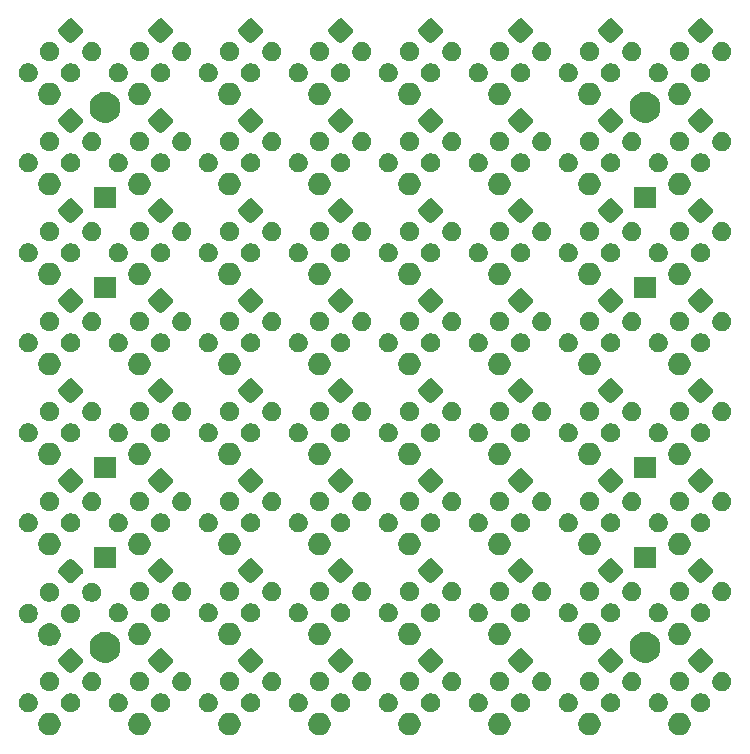
<source format=gbr>
G04 #@! TF.GenerationSoftware,KiCad,Pcbnew,(5.1.4)-1*
G04 #@! TF.CreationDate,2020-05-19T09:12:06+02:00*
G04 #@! TF.ProjectId,neonpixelmatrix,6e656f6e-7069-4786-956c-6d6174726978,rev?*
G04 #@! TF.SameCoordinates,Original*
G04 #@! TF.FileFunction,Soldermask,Top*
G04 #@! TF.FilePolarity,Negative*
%FSLAX46Y46*%
G04 Gerber Fmt 4.6, Leading zero omitted, Abs format (unit mm)*
G04 Created by KiCad (PCBNEW (5.1.4)-1) date 2020-05-19 09:12:06*
%MOMM*%
%LPD*%
G04 APERTURE LIST*
%ADD10C,0.127000*%
G04 APERTURE END LIST*
D10*
G36*
X106059312Y-72899815D02*
G01*
X106232347Y-72971489D01*
X106388074Y-73075542D01*
X106520509Y-73207977D01*
X106624562Y-73363704D01*
X106696236Y-73536739D01*
X106732774Y-73720431D01*
X106732774Y-73907723D01*
X106696236Y-74091415D01*
X106624562Y-74264450D01*
X106520509Y-74420177D01*
X106388074Y-74552612D01*
X106232347Y-74656665D01*
X106059312Y-74728339D01*
X105875620Y-74764877D01*
X105688328Y-74764877D01*
X105504636Y-74728339D01*
X105331601Y-74656665D01*
X105175874Y-74552612D01*
X105043439Y-74420177D01*
X104939386Y-74264450D01*
X104867712Y-74091415D01*
X104831174Y-73907723D01*
X104831174Y-73720431D01*
X104867712Y-73536739D01*
X104939386Y-73363704D01*
X105043439Y-73207977D01*
X105175874Y-73075542D01*
X105331601Y-72971489D01*
X105504636Y-72899815D01*
X105688328Y-72863277D01*
X105875620Y-72863277D01*
X106059312Y-72899815D01*
X106059312Y-72899815D01*
G37*
G36*
X113679312Y-72899815D02*
G01*
X113852347Y-72971489D01*
X114008074Y-73075542D01*
X114140509Y-73207977D01*
X114244562Y-73363704D01*
X114316236Y-73536739D01*
X114352774Y-73720431D01*
X114352774Y-73907723D01*
X114316236Y-74091415D01*
X114244562Y-74264450D01*
X114140509Y-74420177D01*
X114008074Y-74552612D01*
X113852347Y-74656665D01*
X113679312Y-74728339D01*
X113495620Y-74764877D01*
X113308328Y-74764877D01*
X113124636Y-74728339D01*
X112951601Y-74656665D01*
X112795874Y-74552612D01*
X112663439Y-74420177D01*
X112559386Y-74264450D01*
X112487712Y-74091415D01*
X112451174Y-73907723D01*
X112451174Y-73720431D01*
X112487712Y-73536739D01*
X112559386Y-73363704D01*
X112663439Y-73207977D01*
X112795874Y-73075542D01*
X112951601Y-72971489D01*
X113124636Y-72899815D01*
X113308328Y-72863277D01*
X113495620Y-72863277D01*
X113679312Y-72899815D01*
X113679312Y-72899815D01*
G37*
G36*
X121299312Y-72899815D02*
G01*
X121472347Y-72971489D01*
X121628074Y-73075542D01*
X121760509Y-73207977D01*
X121864562Y-73363704D01*
X121936236Y-73536739D01*
X121972774Y-73720431D01*
X121972774Y-73907723D01*
X121936236Y-74091415D01*
X121864562Y-74264450D01*
X121760509Y-74420177D01*
X121628074Y-74552612D01*
X121472347Y-74656665D01*
X121299312Y-74728339D01*
X121115620Y-74764877D01*
X120928328Y-74764877D01*
X120744636Y-74728339D01*
X120571601Y-74656665D01*
X120415874Y-74552612D01*
X120283439Y-74420177D01*
X120179386Y-74264450D01*
X120107712Y-74091415D01*
X120071174Y-73907723D01*
X120071174Y-73720431D01*
X120107712Y-73536739D01*
X120179386Y-73363704D01*
X120283439Y-73207977D01*
X120415874Y-73075542D01*
X120571601Y-72971489D01*
X120744636Y-72899815D01*
X120928328Y-72863277D01*
X121115620Y-72863277D01*
X121299312Y-72899815D01*
X121299312Y-72899815D01*
G37*
G36*
X128919312Y-72899815D02*
G01*
X129092347Y-72971489D01*
X129248074Y-73075542D01*
X129380509Y-73207977D01*
X129484562Y-73363704D01*
X129556236Y-73536739D01*
X129592774Y-73720431D01*
X129592774Y-73907723D01*
X129556236Y-74091415D01*
X129484562Y-74264450D01*
X129380509Y-74420177D01*
X129248074Y-74552612D01*
X129092347Y-74656665D01*
X128919312Y-74728339D01*
X128735620Y-74764877D01*
X128548328Y-74764877D01*
X128364636Y-74728339D01*
X128191601Y-74656665D01*
X128035874Y-74552612D01*
X127903439Y-74420177D01*
X127799386Y-74264450D01*
X127727712Y-74091415D01*
X127691174Y-73907723D01*
X127691174Y-73720431D01*
X127727712Y-73536739D01*
X127799386Y-73363704D01*
X127903439Y-73207977D01*
X128035874Y-73075542D01*
X128191601Y-72971489D01*
X128364636Y-72899815D01*
X128548328Y-72863277D01*
X128735620Y-72863277D01*
X128919312Y-72899815D01*
X128919312Y-72899815D01*
G37*
G36*
X136539312Y-72899815D02*
G01*
X136712347Y-72971489D01*
X136868074Y-73075542D01*
X137000509Y-73207977D01*
X137104562Y-73363704D01*
X137176236Y-73536739D01*
X137212774Y-73720431D01*
X137212774Y-73907723D01*
X137176236Y-74091415D01*
X137104562Y-74264450D01*
X137000509Y-74420177D01*
X136868074Y-74552612D01*
X136712347Y-74656665D01*
X136539312Y-74728339D01*
X136355620Y-74764877D01*
X136168328Y-74764877D01*
X135984636Y-74728339D01*
X135811601Y-74656665D01*
X135655874Y-74552612D01*
X135523439Y-74420177D01*
X135419386Y-74264450D01*
X135347712Y-74091415D01*
X135311174Y-73907723D01*
X135311174Y-73720431D01*
X135347712Y-73536739D01*
X135419386Y-73363704D01*
X135523439Y-73207977D01*
X135655874Y-73075542D01*
X135811601Y-72971489D01*
X135984636Y-72899815D01*
X136168328Y-72863277D01*
X136355620Y-72863277D01*
X136539312Y-72899815D01*
X136539312Y-72899815D01*
G37*
G36*
X144159312Y-72899815D02*
G01*
X144332347Y-72971489D01*
X144488074Y-73075542D01*
X144620509Y-73207977D01*
X144724562Y-73363704D01*
X144796236Y-73536739D01*
X144832774Y-73720431D01*
X144832774Y-73907723D01*
X144796236Y-74091415D01*
X144724562Y-74264450D01*
X144620509Y-74420177D01*
X144488074Y-74552612D01*
X144332347Y-74656665D01*
X144159312Y-74728339D01*
X143975620Y-74764877D01*
X143788328Y-74764877D01*
X143604636Y-74728339D01*
X143431601Y-74656665D01*
X143275874Y-74552612D01*
X143143439Y-74420177D01*
X143039386Y-74264450D01*
X142967712Y-74091415D01*
X142931174Y-73907723D01*
X142931174Y-73720431D01*
X142967712Y-73536739D01*
X143039386Y-73363704D01*
X143143439Y-73207977D01*
X143275874Y-73075542D01*
X143431601Y-72971489D01*
X143604636Y-72899815D01*
X143788328Y-72863277D01*
X143975620Y-72863277D01*
X144159312Y-72899815D01*
X144159312Y-72899815D01*
G37*
G36*
X159399312Y-72899815D02*
G01*
X159572347Y-72971489D01*
X159728074Y-73075542D01*
X159860509Y-73207977D01*
X159964562Y-73363704D01*
X160036236Y-73536739D01*
X160072774Y-73720431D01*
X160072774Y-73907723D01*
X160036236Y-74091415D01*
X159964562Y-74264450D01*
X159860509Y-74420177D01*
X159728074Y-74552612D01*
X159572347Y-74656665D01*
X159399312Y-74728339D01*
X159215620Y-74764877D01*
X159028328Y-74764877D01*
X158844636Y-74728339D01*
X158671601Y-74656665D01*
X158515874Y-74552612D01*
X158383439Y-74420177D01*
X158279386Y-74264450D01*
X158207712Y-74091415D01*
X158171174Y-73907723D01*
X158171174Y-73720431D01*
X158207712Y-73536739D01*
X158279386Y-73363704D01*
X158383439Y-73207977D01*
X158515874Y-73075542D01*
X158671601Y-72971489D01*
X158844636Y-72899815D01*
X159028328Y-72863277D01*
X159215620Y-72863277D01*
X159399312Y-72899815D01*
X159399312Y-72899815D01*
G37*
G36*
X151779312Y-72899815D02*
G01*
X151952347Y-72971489D01*
X152108074Y-73075542D01*
X152240509Y-73207977D01*
X152344562Y-73363704D01*
X152416236Y-73536739D01*
X152452774Y-73720431D01*
X152452774Y-73907723D01*
X152416236Y-74091415D01*
X152344562Y-74264450D01*
X152240509Y-74420177D01*
X152108074Y-74552612D01*
X151952347Y-74656665D01*
X151779312Y-74728339D01*
X151595620Y-74764877D01*
X151408328Y-74764877D01*
X151224636Y-74728339D01*
X151051601Y-74656665D01*
X150895874Y-74552612D01*
X150763439Y-74420177D01*
X150659386Y-74264450D01*
X150587712Y-74091415D01*
X150551174Y-73907723D01*
X150551174Y-73720431D01*
X150587712Y-73536739D01*
X150659386Y-73363704D01*
X150763439Y-73207977D01*
X150895874Y-73075542D01*
X151051601Y-72971489D01*
X151224636Y-72899815D01*
X151408328Y-72863277D01*
X151595620Y-72863277D01*
X151779312Y-72899815D01*
X151779312Y-72899815D01*
G37*
G36*
X134703009Y-71236461D02*
G01*
X134850926Y-71297730D01*
X134984057Y-71386686D01*
X135097263Y-71499892D01*
X135186219Y-71633023D01*
X135247488Y-71780940D01*
X135278723Y-71937972D01*
X135278723Y-72098080D01*
X135247488Y-72255112D01*
X135186219Y-72403029D01*
X135097263Y-72536160D01*
X134984057Y-72649366D01*
X134850926Y-72738322D01*
X134703009Y-72799591D01*
X134545977Y-72830826D01*
X134385869Y-72830826D01*
X134228837Y-72799591D01*
X134080920Y-72738322D01*
X133947789Y-72649366D01*
X133834583Y-72536160D01*
X133745627Y-72403029D01*
X133684358Y-72255112D01*
X133653123Y-72098080D01*
X133653123Y-71937972D01*
X133684358Y-71780940D01*
X133745627Y-71633023D01*
X133834583Y-71499892D01*
X133947789Y-71386686D01*
X134080920Y-71297730D01*
X134228837Y-71236461D01*
X134385869Y-71205226D01*
X134545977Y-71205226D01*
X134703009Y-71236461D01*
X134703009Y-71236461D01*
G37*
G36*
X104223009Y-71236461D02*
G01*
X104370926Y-71297730D01*
X104504057Y-71386686D01*
X104617263Y-71499892D01*
X104706219Y-71633023D01*
X104767488Y-71780940D01*
X104798723Y-71937972D01*
X104798723Y-72098080D01*
X104767488Y-72255112D01*
X104706219Y-72403029D01*
X104617263Y-72536160D01*
X104504057Y-72649366D01*
X104370926Y-72738322D01*
X104223009Y-72799591D01*
X104065977Y-72830826D01*
X103905869Y-72830826D01*
X103748837Y-72799591D01*
X103600920Y-72738322D01*
X103467789Y-72649366D01*
X103354583Y-72536160D01*
X103265627Y-72403029D01*
X103204358Y-72255112D01*
X103173123Y-72098080D01*
X103173123Y-71937972D01*
X103204358Y-71780940D01*
X103265627Y-71633023D01*
X103354583Y-71499892D01*
X103467789Y-71386686D01*
X103600920Y-71297730D01*
X103748837Y-71236461D01*
X103905869Y-71205226D01*
X104065977Y-71205226D01*
X104223009Y-71236461D01*
X104223009Y-71236461D01*
G37*
G36*
X161155112Y-71236461D02*
G01*
X161303029Y-71297730D01*
X161436160Y-71386686D01*
X161549366Y-71499892D01*
X161638322Y-71633023D01*
X161699591Y-71780940D01*
X161730826Y-71937972D01*
X161730826Y-72098080D01*
X161699591Y-72255112D01*
X161638322Y-72403029D01*
X161549366Y-72536160D01*
X161436160Y-72649366D01*
X161303029Y-72738322D01*
X161155112Y-72799591D01*
X160998080Y-72830826D01*
X160837972Y-72830826D01*
X160680940Y-72799591D01*
X160533023Y-72738322D01*
X160399892Y-72649366D01*
X160286686Y-72536160D01*
X160197730Y-72403029D01*
X160136461Y-72255112D01*
X160105226Y-72098080D01*
X160105226Y-71937972D01*
X160136461Y-71780940D01*
X160197730Y-71633023D01*
X160286686Y-71499892D01*
X160399892Y-71386686D01*
X160533023Y-71297730D01*
X160680940Y-71236461D01*
X160837972Y-71205226D01*
X160998080Y-71205226D01*
X161155112Y-71236461D01*
X161155112Y-71236461D01*
G37*
G36*
X157563009Y-71236461D02*
G01*
X157710926Y-71297730D01*
X157844057Y-71386686D01*
X157957263Y-71499892D01*
X158046219Y-71633023D01*
X158107488Y-71780940D01*
X158138723Y-71937972D01*
X158138723Y-72098080D01*
X158107488Y-72255112D01*
X158046219Y-72403029D01*
X157957263Y-72536160D01*
X157844057Y-72649366D01*
X157710926Y-72738322D01*
X157563009Y-72799591D01*
X157405977Y-72830826D01*
X157245869Y-72830826D01*
X157088837Y-72799591D01*
X156940920Y-72738322D01*
X156807789Y-72649366D01*
X156694583Y-72536160D01*
X156605627Y-72403029D01*
X156544358Y-72255112D01*
X156513123Y-72098080D01*
X156513123Y-71937972D01*
X156544358Y-71780940D01*
X156605627Y-71633023D01*
X156694583Y-71499892D01*
X156807789Y-71386686D01*
X156940920Y-71297730D01*
X157088837Y-71236461D01*
X157245869Y-71205226D01*
X157405977Y-71205226D01*
X157563009Y-71236461D01*
X157563009Y-71236461D01*
G37*
G36*
X153535112Y-71236461D02*
G01*
X153683029Y-71297730D01*
X153816160Y-71386686D01*
X153929366Y-71499892D01*
X154018322Y-71633023D01*
X154079591Y-71780940D01*
X154110826Y-71937972D01*
X154110826Y-72098080D01*
X154079591Y-72255112D01*
X154018322Y-72403029D01*
X153929366Y-72536160D01*
X153816160Y-72649366D01*
X153683029Y-72738322D01*
X153535112Y-72799591D01*
X153378080Y-72830826D01*
X153217972Y-72830826D01*
X153060940Y-72799591D01*
X152913023Y-72738322D01*
X152779892Y-72649366D01*
X152666686Y-72536160D01*
X152577730Y-72403029D01*
X152516461Y-72255112D01*
X152485226Y-72098080D01*
X152485226Y-71937972D01*
X152516461Y-71780940D01*
X152577730Y-71633023D01*
X152666686Y-71499892D01*
X152779892Y-71386686D01*
X152913023Y-71297730D01*
X153060940Y-71236461D01*
X153217972Y-71205226D01*
X153378080Y-71205226D01*
X153535112Y-71236461D01*
X153535112Y-71236461D01*
G37*
G36*
X145915112Y-71236461D02*
G01*
X146063029Y-71297730D01*
X146196160Y-71386686D01*
X146309366Y-71499892D01*
X146398322Y-71633023D01*
X146459591Y-71780940D01*
X146490826Y-71937972D01*
X146490826Y-72098080D01*
X146459591Y-72255112D01*
X146398322Y-72403029D01*
X146309366Y-72536160D01*
X146196160Y-72649366D01*
X146063029Y-72738322D01*
X145915112Y-72799591D01*
X145758080Y-72830826D01*
X145597972Y-72830826D01*
X145440940Y-72799591D01*
X145293023Y-72738322D01*
X145159892Y-72649366D01*
X145046686Y-72536160D01*
X144957730Y-72403029D01*
X144896461Y-72255112D01*
X144865226Y-72098080D01*
X144865226Y-71937972D01*
X144896461Y-71780940D01*
X144957730Y-71633023D01*
X145046686Y-71499892D01*
X145159892Y-71386686D01*
X145293023Y-71297730D01*
X145440940Y-71236461D01*
X145597972Y-71205226D01*
X145758080Y-71205226D01*
X145915112Y-71236461D01*
X145915112Y-71236461D01*
G37*
G36*
X142323009Y-71236461D02*
G01*
X142470926Y-71297730D01*
X142604057Y-71386686D01*
X142717263Y-71499892D01*
X142806219Y-71633023D01*
X142867488Y-71780940D01*
X142898723Y-71937972D01*
X142898723Y-72098080D01*
X142867488Y-72255112D01*
X142806219Y-72403029D01*
X142717263Y-72536160D01*
X142604057Y-72649366D01*
X142470926Y-72738322D01*
X142323009Y-72799591D01*
X142165977Y-72830826D01*
X142005869Y-72830826D01*
X141848837Y-72799591D01*
X141700920Y-72738322D01*
X141567789Y-72649366D01*
X141454583Y-72536160D01*
X141365627Y-72403029D01*
X141304358Y-72255112D01*
X141273123Y-72098080D01*
X141273123Y-71937972D01*
X141304358Y-71780940D01*
X141365627Y-71633023D01*
X141454583Y-71499892D01*
X141567789Y-71386686D01*
X141700920Y-71297730D01*
X141848837Y-71236461D01*
X142005869Y-71205226D01*
X142165977Y-71205226D01*
X142323009Y-71236461D01*
X142323009Y-71236461D01*
G37*
G36*
X149943009Y-71236461D02*
G01*
X150090926Y-71297730D01*
X150224057Y-71386686D01*
X150337263Y-71499892D01*
X150426219Y-71633023D01*
X150487488Y-71780940D01*
X150518723Y-71937972D01*
X150518723Y-72098080D01*
X150487488Y-72255112D01*
X150426219Y-72403029D01*
X150337263Y-72536160D01*
X150224057Y-72649366D01*
X150090926Y-72738322D01*
X149943009Y-72799591D01*
X149785977Y-72830826D01*
X149625869Y-72830826D01*
X149468837Y-72799591D01*
X149320920Y-72738322D01*
X149187789Y-72649366D01*
X149074583Y-72536160D01*
X148985627Y-72403029D01*
X148924358Y-72255112D01*
X148893123Y-72098080D01*
X148893123Y-71937972D01*
X148924358Y-71780940D01*
X148985627Y-71633023D01*
X149074583Y-71499892D01*
X149187789Y-71386686D01*
X149320920Y-71297730D01*
X149468837Y-71236461D01*
X149625869Y-71205226D01*
X149785977Y-71205226D01*
X149943009Y-71236461D01*
X149943009Y-71236461D01*
G37*
G36*
X130675112Y-71236461D02*
G01*
X130823029Y-71297730D01*
X130956160Y-71386686D01*
X131069366Y-71499892D01*
X131158322Y-71633023D01*
X131219591Y-71780940D01*
X131250826Y-71937972D01*
X131250826Y-72098080D01*
X131219591Y-72255112D01*
X131158322Y-72403029D01*
X131069366Y-72536160D01*
X130956160Y-72649366D01*
X130823029Y-72738322D01*
X130675112Y-72799591D01*
X130518080Y-72830826D01*
X130357972Y-72830826D01*
X130200940Y-72799591D01*
X130053023Y-72738322D01*
X129919892Y-72649366D01*
X129806686Y-72536160D01*
X129717730Y-72403029D01*
X129656461Y-72255112D01*
X129625226Y-72098080D01*
X129625226Y-71937972D01*
X129656461Y-71780940D01*
X129717730Y-71633023D01*
X129806686Y-71499892D01*
X129919892Y-71386686D01*
X130053023Y-71297730D01*
X130200940Y-71236461D01*
X130357972Y-71205226D01*
X130518080Y-71205226D01*
X130675112Y-71236461D01*
X130675112Y-71236461D01*
G37*
G36*
X127083009Y-71236461D02*
G01*
X127230926Y-71297730D01*
X127364057Y-71386686D01*
X127477263Y-71499892D01*
X127566219Y-71633023D01*
X127627488Y-71780940D01*
X127658723Y-71937972D01*
X127658723Y-72098080D01*
X127627488Y-72255112D01*
X127566219Y-72403029D01*
X127477263Y-72536160D01*
X127364057Y-72649366D01*
X127230926Y-72738322D01*
X127083009Y-72799591D01*
X126925977Y-72830826D01*
X126765869Y-72830826D01*
X126608837Y-72799591D01*
X126460920Y-72738322D01*
X126327789Y-72649366D01*
X126214583Y-72536160D01*
X126125627Y-72403029D01*
X126064358Y-72255112D01*
X126033123Y-72098080D01*
X126033123Y-71937972D01*
X126064358Y-71780940D01*
X126125627Y-71633023D01*
X126214583Y-71499892D01*
X126327789Y-71386686D01*
X126460920Y-71297730D01*
X126608837Y-71236461D01*
X126765869Y-71205226D01*
X126925977Y-71205226D01*
X127083009Y-71236461D01*
X127083009Y-71236461D01*
G37*
G36*
X123055112Y-71236461D02*
G01*
X123203029Y-71297730D01*
X123336160Y-71386686D01*
X123449366Y-71499892D01*
X123538322Y-71633023D01*
X123599591Y-71780940D01*
X123630826Y-71937972D01*
X123630826Y-72098080D01*
X123599591Y-72255112D01*
X123538322Y-72403029D01*
X123449366Y-72536160D01*
X123336160Y-72649366D01*
X123203029Y-72738322D01*
X123055112Y-72799591D01*
X122898080Y-72830826D01*
X122737972Y-72830826D01*
X122580940Y-72799591D01*
X122433023Y-72738322D01*
X122299892Y-72649366D01*
X122186686Y-72536160D01*
X122097730Y-72403029D01*
X122036461Y-72255112D01*
X122005226Y-72098080D01*
X122005226Y-71937972D01*
X122036461Y-71780940D01*
X122097730Y-71633023D01*
X122186686Y-71499892D01*
X122299892Y-71386686D01*
X122433023Y-71297730D01*
X122580940Y-71236461D01*
X122737972Y-71205226D01*
X122898080Y-71205226D01*
X123055112Y-71236461D01*
X123055112Y-71236461D01*
G37*
G36*
X119463009Y-71236461D02*
G01*
X119610926Y-71297730D01*
X119744057Y-71386686D01*
X119857263Y-71499892D01*
X119946219Y-71633023D01*
X120007488Y-71780940D01*
X120038723Y-71937972D01*
X120038723Y-72098080D01*
X120007488Y-72255112D01*
X119946219Y-72403029D01*
X119857263Y-72536160D01*
X119744057Y-72649366D01*
X119610926Y-72738322D01*
X119463009Y-72799591D01*
X119305977Y-72830826D01*
X119145869Y-72830826D01*
X118988837Y-72799591D01*
X118840920Y-72738322D01*
X118707789Y-72649366D01*
X118594583Y-72536160D01*
X118505627Y-72403029D01*
X118444358Y-72255112D01*
X118413123Y-72098080D01*
X118413123Y-71937972D01*
X118444358Y-71780940D01*
X118505627Y-71633023D01*
X118594583Y-71499892D01*
X118707789Y-71386686D01*
X118840920Y-71297730D01*
X118988837Y-71236461D01*
X119145869Y-71205226D01*
X119305977Y-71205226D01*
X119463009Y-71236461D01*
X119463009Y-71236461D01*
G37*
G36*
X115435112Y-71236461D02*
G01*
X115583029Y-71297730D01*
X115716160Y-71386686D01*
X115829366Y-71499892D01*
X115918322Y-71633023D01*
X115979591Y-71780940D01*
X116010826Y-71937972D01*
X116010826Y-72098080D01*
X115979591Y-72255112D01*
X115918322Y-72403029D01*
X115829366Y-72536160D01*
X115716160Y-72649366D01*
X115583029Y-72738322D01*
X115435112Y-72799591D01*
X115278080Y-72830826D01*
X115117972Y-72830826D01*
X114960940Y-72799591D01*
X114813023Y-72738322D01*
X114679892Y-72649366D01*
X114566686Y-72536160D01*
X114477730Y-72403029D01*
X114416461Y-72255112D01*
X114385226Y-72098080D01*
X114385226Y-71937972D01*
X114416461Y-71780940D01*
X114477730Y-71633023D01*
X114566686Y-71499892D01*
X114679892Y-71386686D01*
X114813023Y-71297730D01*
X114960940Y-71236461D01*
X115117972Y-71205226D01*
X115278080Y-71205226D01*
X115435112Y-71236461D01*
X115435112Y-71236461D01*
G37*
G36*
X111843009Y-71236461D02*
G01*
X111990926Y-71297730D01*
X112124057Y-71386686D01*
X112237263Y-71499892D01*
X112326219Y-71633023D01*
X112387488Y-71780940D01*
X112418723Y-71937972D01*
X112418723Y-72098080D01*
X112387488Y-72255112D01*
X112326219Y-72403029D01*
X112237263Y-72536160D01*
X112124057Y-72649366D01*
X111990926Y-72738322D01*
X111843009Y-72799591D01*
X111685977Y-72830826D01*
X111525869Y-72830826D01*
X111368837Y-72799591D01*
X111220920Y-72738322D01*
X111087789Y-72649366D01*
X110974583Y-72536160D01*
X110885627Y-72403029D01*
X110824358Y-72255112D01*
X110793123Y-72098080D01*
X110793123Y-71937972D01*
X110824358Y-71780940D01*
X110885627Y-71633023D01*
X110974583Y-71499892D01*
X111087789Y-71386686D01*
X111220920Y-71297730D01*
X111368837Y-71236461D01*
X111525869Y-71205226D01*
X111685977Y-71205226D01*
X111843009Y-71236461D01*
X111843009Y-71236461D01*
G37*
G36*
X107815112Y-71236461D02*
G01*
X107963029Y-71297730D01*
X108096160Y-71386686D01*
X108209366Y-71499892D01*
X108298322Y-71633023D01*
X108359591Y-71780940D01*
X108390826Y-71937972D01*
X108390826Y-72098080D01*
X108359591Y-72255112D01*
X108298322Y-72403029D01*
X108209366Y-72536160D01*
X108096160Y-72649366D01*
X107963029Y-72738322D01*
X107815112Y-72799591D01*
X107658080Y-72830826D01*
X107497972Y-72830826D01*
X107340940Y-72799591D01*
X107193023Y-72738322D01*
X107059892Y-72649366D01*
X106946686Y-72536160D01*
X106857730Y-72403029D01*
X106796461Y-72255112D01*
X106765226Y-72098080D01*
X106765226Y-71937972D01*
X106796461Y-71780940D01*
X106857730Y-71633023D01*
X106946686Y-71499892D01*
X107059892Y-71386686D01*
X107193023Y-71297730D01*
X107340940Y-71236461D01*
X107497972Y-71205226D01*
X107658080Y-71205226D01*
X107815112Y-71236461D01*
X107815112Y-71236461D01*
G37*
G36*
X138295112Y-71236461D02*
G01*
X138443029Y-71297730D01*
X138576160Y-71386686D01*
X138689366Y-71499892D01*
X138778322Y-71633023D01*
X138839591Y-71780940D01*
X138870826Y-71937972D01*
X138870826Y-72098080D01*
X138839591Y-72255112D01*
X138778322Y-72403029D01*
X138689366Y-72536160D01*
X138576160Y-72649366D01*
X138443029Y-72738322D01*
X138295112Y-72799591D01*
X138138080Y-72830826D01*
X137977972Y-72830826D01*
X137820940Y-72799591D01*
X137673023Y-72738322D01*
X137539892Y-72649366D01*
X137426686Y-72536160D01*
X137337730Y-72403029D01*
X137276461Y-72255112D01*
X137245226Y-72098080D01*
X137245226Y-71937972D01*
X137276461Y-71780940D01*
X137337730Y-71633023D01*
X137426686Y-71499892D01*
X137539892Y-71386686D01*
X137673023Y-71297730D01*
X137820940Y-71236461D01*
X137977972Y-71205226D01*
X138138080Y-71205226D01*
X138295112Y-71236461D01*
X138295112Y-71236461D01*
G37*
G36*
X140091163Y-69440409D02*
G01*
X140239080Y-69501678D01*
X140372211Y-69590634D01*
X140485417Y-69703840D01*
X140574373Y-69836971D01*
X140635642Y-69984888D01*
X140666877Y-70141920D01*
X140666877Y-70302028D01*
X140635642Y-70459060D01*
X140574373Y-70606977D01*
X140485417Y-70740108D01*
X140372211Y-70853314D01*
X140239080Y-70942270D01*
X140091163Y-71003539D01*
X139934131Y-71034774D01*
X139774023Y-71034774D01*
X139616991Y-71003539D01*
X139469074Y-70942270D01*
X139335943Y-70853314D01*
X139222737Y-70740108D01*
X139133781Y-70606977D01*
X139072512Y-70459060D01*
X139041277Y-70302028D01*
X139041277Y-70141920D01*
X139072512Y-69984888D01*
X139133781Y-69836971D01*
X139222737Y-69703840D01*
X139335943Y-69590634D01*
X139469074Y-69501678D01*
X139616991Y-69440409D01*
X139774023Y-69409174D01*
X139934131Y-69409174D01*
X140091163Y-69440409D01*
X140091163Y-69440409D01*
G37*
G36*
X106019060Y-69440409D02*
G01*
X106166977Y-69501678D01*
X106300108Y-69590634D01*
X106413314Y-69703840D01*
X106502270Y-69836971D01*
X106563539Y-69984888D01*
X106594774Y-70141920D01*
X106594774Y-70302028D01*
X106563539Y-70459060D01*
X106502270Y-70606977D01*
X106413314Y-70740108D01*
X106300108Y-70853314D01*
X106166977Y-70942270D01*
X106019060Y-71003539D01*
X105862028Y-71034774D01*
X105701920Y-71034774D01*
X105544888Y-71003539D01*
X105396971Y-70942270D01*
X105263840Y-70853314D01*
X105150634Y-70740108D01*
X105061678Y-70606977D01*
X105000409Y-70459060D01*
X104969174Y-70302028D01*
X104969174Y-70141920D01*
X105000409Y-69984888D01*
X105061678Y-69836971D01*
X105150634Y-69703840D01*
X105263840Y-69590634D01*
X105396971Y-69501678D01*
X105544888Y-69440409D01*
X105701920Y-69409174D01*
X105862028Y-69409174D01*
X106019060Y-69440409D01*
X106019060Y-69440409D01*
G37*
G36*
X162951163Y-69440409D02*
G01*
X163099080Y-69501678D01*
X163232211Y-69590634D01*
X163345417Y-69703840D01*
X163434373Y-69836971D01*
X163495642Y-69984888D01*
X163526877Y-70141920D01*
X163526877Y-70302028D01*
X163495642Y-70459060D01*
X163434373Y-70606977D01*
X163345417Y-70740108D01*
X163232211Y-70853314D01*
X163099080Y-70942270D01*
X162951163Y-71003539D01*
X162794131Y-71034774D01*
X162634023Y-71034774D01*
X162476991Y-71003539D01*
X162329074Y-70942270D01*
X162195943Y-70853314D01*
X162082737Y-70740108D01*
X161993781Y-70606977D01*
X161932512Y-70459060D01*
X161901277Y-70302028D01*
X161901277Y-70141920D01*
X161932512Y-69984888D01*
X161993781Y-69836971D01*
X162082737Y-69703840D01*
X162195943Y-69590634D01*
X162329074Y-69501678D01*
X162476991Y-69440409D01*
X162634023Y-69409174D01*
X162794131Y-69409174D01*
X162951163Y-69440409D01*
X162951163Y-69440409D01*
G37*
G36*
X159359060Y-69440409D02*
G01*
X159506977Y-69501678D01*
X159640108Y-69590634D01*
X159753314Y-69703840D01*
X159842270Y-69836971D01*
X159903539Y-69984888D01*
X159934774Y-70141920D01*
X159934774Y-70302028D01*
X159903539Y-70459060D01*
X159842270Y-70606977D01*
X159753314Y-70740108D01*
X159640108Y-70853314D01*
X159506977Y-70942270D01*
X159359060Y-71003539D01*
X159202028Y-71034774D01*
X159041920Y-71034774D01*
X158884888Y-71003539D01*
X158736971Y-70942270D01*
X158603840Y-70853314D01*
X158490634Y-70740108D01*
X158401678Y-70606977D01*
X158340409Y-70459060D01*
X158309174Y-70302028D01*
X158309174Y-70141920D01*
X158340409Y-69984888D01*
X158401678Y-69836971D01*
X158490634Y-69703840D01*
X158603840Y-69590634D01*
X158736971Y-69501678D01*
X158884888Y-69440409D01*
X159041920Y-69409174D01*
X159202028Y-69409174D01*
X159359060Y-69440409D01*
X159359060Y-69440409D01*
G37*
G36*
X155331163Y-69440409D02*
G01*
X155479080Y-69501678D01*
X155612211Y-69590634D01*
X155725417Y-69703840D01*
X155814373Y-69836971D01*
X155875642Y-69984888D01*
X155906877Y-70141920D01*
X155906877Y-70302028D01*
X155875642Y-70459060D01*
X155814373Y-70606977D01*
X155725417Y-70740108D01*
X155612211Y-70853314D01*
X155479080Y-70942270D01*
X155331163Y-71003539D01*
X155174131Y-71034774D01*
X155014023Y-71034774D01*
X154856991Y-71003539D01*
X154709074Y-70942270D01*
X154575943Y-70853314D01*
X154462737Y-70740108D01*
X154373781Y-70606977D01*
X154312512Y-70459060D01*
X154281277Y-70302028D01*
X154281277Y-70141920D01*
X154312512Y-69984888D01*
X154373781Y-69836971D01*
X154462737Y-69703840D01*
X154575943Y-69590634D01*
X154709074Y-69501678D01*
X154856991Y-69440409D01*
X155014023Y-69409174D01*
X155174131Y-69409174D01*
X155331163Y-69440409D01*
X155331163Y-69440409D01*
G37*
G36*
X151739060Y-69440409D02*
G01*
X151886977Y-69501678D01*
X152020108Y-69590634D01*
X152133314Y-69703840D01*
X152222270Y-69836971D01*
X152283539Y-69984888D01*
X152314774Y-70141920D01*
X152314774Y-70302028D01*
X152283539Y-70459060D01*
X152222270Y-70606977D01*
X152133314Y-70740108D01*
X152020108Y-70853314D01*
X151886977Y-70942270D01*
X151739060Y-71003539D01*
X151582028Y-71034774D01*
X151421920Y-71034774D01*
X151264888Y-71003539D01*
X151116971Y-70942270D01*
X150983840Y-70853314D01*
X150870634Y-70740108D01*
X150781678Y-70606977D01*
X150720409Y-70459060D01*
X150689174Y-70302028D01*
X150689174Y-70141920D01*
X150720409Y-69984888D01*
X150781678Y-69836971D01*
X150870634Y-69703840D01*
X150983840Y-69590634D01*
X151116971Y-69501678D01*
X151264888Y-69440409D01*
X151421920Y-69409174D01*
X151582028Y-69409174D01*
X151739060Y-69440409D01*
X151739060Y-69440409D01*
G37*
G36*
X109611163Y-69440409D02*
G01*
X109759080Y-69501678D01*
X109892211Y-69590634D01*
X110005417Y-69703840D01*
X110094373Y-69836971D01*
X110155642Y-69984888D01*
X110186877Y-70141920D01*
X110186877Y-70302028D01*
X110155642Y-70459060D01*
X110094373Y-70606977D01*
X110005417Y-70740108D01*
X109892211Y-70853314D01*
X109759080Y-70942270D01*
X109611163Y-71003539D01*
X109454131Y-71034774D01*
X109294023Y-71034774D01*
X109136991Y-71003539D01*
X108989074Y-70942270D01*
X108855943Y-70853314D01*
X108742737Y-70740108D01*
X108653781Y-70606977D01*
X108592512Y-70459060D01*
X108561277Y-70302028D01*
X108561277Y-70141920D01*
X108592512Y-69984888D01*
X108653781Y-69836971D01*
X108742737Y-69703840D01*
X108855943Y-69590634D01*
X108989074Y-69501678D01*
X109136991Y-69440409D01*
X109294023Y-69409174D01*
X109454131Y-69409174D01*
X109611163Y-69440409D01*
X109611163Y-69440409D01*
G37*
G36*
X113639060Y-69440409D02*
G01*
X113786977Y-69501678D01*
X113920108Y-69590634D01*
X114033314Y-69703840D01*
X114122270Y-69836971D01*
X114183539Y-69984888D01*
X114214774Y-70141920D01*
X114214774Y-70302028D01*
X114183539Y-70459060D01*
X114122270Y-70606977D01*
X114033314Y-70740108D01*
X113920108Y-70853314D01*
X113786977Y-70942270D01*
X113639060Y-71003539D01*
X113482028Y-71034774D01*
X113321920Y-71034774D01*
X113164888Y-71003539D01*
X113016971Y-70942270D01*
X112883840Y-70853314D01*
X112770634Y-70740108D01*
X112681678Y-70606977D01*
X112620409Y-70459060D01*
X112589174Y-70302028D01*
X112589174Y-70141920D01*
X112620409Y-69984888D01*
X112681678Y-69836971D01*
X112770634Y-69703840D01*
X112883840Y-69590634D01*
X113016971Y-69501678D01*
X113164888Y-69440409D01*
X113321920Y-69409174D01*
X113482028Y-69409174D01*
X113639060Y-69440409D01*
X113639060Y-69440409D01*
G37*
G36*
X117231163Y-69440409D02*
G01*
X117379080Y-69501678D01*
X117512211Y-69590634D01*
X117625417Y-69703840D01*
X117714373Y-69836971D01*
X117775642Y-69984888D01*
X117806877Y-70141920D01*
X117806877Y-70302028D01*
X117775642Y-70459060D01*
X117714373Y-70606977D01*
X117625417Y-70740108D01*
X117512211Y-70853314D01*
X117379080Y-70942270D01*
X117231163Y-71003539D01*
X117074131Y-71034774D01*
X116914023Y-71034774D01*
X116756991Y-71003539D01*
X116609074Y-70942270D01*
X116475943Y-70853314D01*
X116362737Y-70740108D01*
X116273781Y-70606977D01*
X116212512Y-70459060D01*
X116181277Y-70302028D01*
X116181277Y-70141920D01*
X116212512Y-69984888D01*
X116273781Y-69836971D01*
X116362737Y-69703840D01*
X116475943Y-69590634D01*
X116609074Y-69501678D01*
X116756991Y-69440409D01*
X116914023Y-69409174D01*
X117074131Y-69409174D01*
X117231163Y-69440409D01*
X117231163Y-69440409D01*
G37*
G36*
X121259060Y-69440409D02*
G01*
X121406977Y-69501678D01*
X121540108Y-69590634D01*
X121653314Y-69703840D01*
X121742270Y-69836971D01*
X121803539Y-69984888D01*
X121834774Y-70141920D01*
X121834774Y-70302028D01*
X121803539Y-70459060D01*
X121742270Y-70606977D01*
X121653314Y-70740108D01*
X121540108Y-70853314D01*
X121406977Y-70942270D01*
X121259060Y-71003539D01*
X121102028Y-71034774D01*
X120941920Y-71034774D01*
X120784888Y-71003539D01*
X120636971Y-70942270D01*
X120503840Y-70853314D01*
X120390634Y-70740108D01*
X120301678Y-70606977D01*
X120240409Y-70459060D01*
X120209174Y-70302028D01*
X120209174Y-70141920D01*
X120240409Y-69984888D01*
X120301678Y-69836971D01*
X120390634Y-69703840D01*
X120503840Y-69590634D01*
X120636971Y-69501678D01*
X120784888Y-69440409D01*
X120941920Y-69409174D01*
X121102028Y-69409174D01*
X121259060Y-69440409D01*
X121259060Y-69440409D01*
G37*
G36*
X147711163Y-69440409D02*
G01*
X147859080Y-69501678D01*
X147992211Y-69590634D01*
X148105417Y-69703840D01*
X148194373Y-69836971D01*
X148255642Y-69984888D01*
X148286877Y-70141920D01*
X148286877Y-70302028D01*
X148255642Y-70459060D01*
X148194373Y-70606977D01*
X148105417Y-70740108D01*
X147992211Y-70853314D01*
X147859080Y-70942270D01*
X147711163Y-71003539D01*
X147554131Y-71034774D01*
X147394023Y-71034774D01*
X147236991Y-71003539D01*
X147089074Y-70942270D01*
X146955943Y-70853314D01*
X146842737Y-70740108D01*
X146753781Y-70606977D01*
X146692512Y-70459060D01*
X146661277Y-70302028D01*
X146661277Y-70141920D01*
X146692512Y-69984888D01*
X146753781Y-69836971D01*
X146842737Y-69703840D01*
X146955943Y-69590634D01*
X147089074Y-69501678D01*
X147236991Y-69440409D01*
X147394023Y-69409174D01*
X147554131Y-69409174D01*
X147711163Y-69440409D01*
X147711163Y-69440409D01*
G37*
G36*
X136499060Y-69440409D02*
G01*
X136646977Y-69501678D01*
X136780108Y-69590634D01*
X136893314Y-69703840D01*
X136982270Y-69836971D01*
X137043539Y-69984888D01*
X137074774Y-70141920D01*
X137074774Y-70302028D01*
X137043539Y-70459060D01*
X136982270Y-70606977D01*
X136893314Y-70740108D01*
X136780108Y-70853314D01*
X136646977Y-70942270D01*
X136499060Y-71003539D01*
X136342028Y-71034774D01*
X136181920Y-71034774D01*
X136024888Y-71003539D01*
X135876971Y-70942270D01*
X135743840Y-70853314D01*
X135630634Y-70740108D01*
X135541678Y-70606977D01*
X135480409Y-70459060D01*
X135449174Y-70302028D01*
X135449174Y-70141920D01*
X135480409Y-69984888D01*
X135541678Y-69836971D01*
X135630634Y-69703840D01*
X135743840Y-69590634D01*
X135876971Y-69501678D01*
X136024888Y-69440409D01*
X136181920Y-69409174D01*
X136342028Y-69409174D01*
X136499060Y-69440409D01*
X136499060Y-69440409D01*
G37*
G36*
X144119060Y-69440409D02*
G01*
X144266977Y-69501678D01*
X144400108Y-69590634D01*
X144513314Y-69703840D01*
X144602270Y-69836971D01*
X144663539Y-69984888D01*
X144694774Y-70141920D01*
X144694774Y-70302028D01*
X144663539Y-70459060D01*
X144602270Y-70606977D01*
X144513314Y-70740108D01*
X144400108Y-70853314D01*
X144266977Y-70942270D01*
X144119060Y-71003539D01*
X143962028Y-71034774D01*
X143801920Y-71034774D01*
X143644888Y-71003539D01*
X143496971Y-70942270D01*
X143363840Y-70853314D01*
X143250634Y-70740108D01*
X143161678Y-70606977D01*
X143100409Y-70459060D01*
X143069174Y-70302028D01*
X143069174Y-70141920D01*
X143100409Y-69984888D01*
X143161678Y-69836971D01*
X143250634Y-69703840D01*
X143363840Y-69590634D01*
X143496971Y-69501678D01*
X143644888Y-69440409D01*
X143801920Y-69409174D01*
X143962028Y-69409174D01*
X144119060Y-69440409D01*
X144119060Y-69440409D01*
G37*
G36*
X124851163Y-69440409D02*
G01*
X124999080Y-69501678D01*
X125132211Y-69590634D01*
X125245417Y-69703840D01*
X125334373Y-69836971D01*
X125395642Y-69984888D01*
X125426877Y-70141920D01*
X125426877Y-70302028D01*
X125395642Y-70459060D01*
X125334373Y-70606977D01*
X125245417Y-70740108D01*
X125132211Y-70853314D01*
X124999080Y-70942270D01*
X124851163Y-71003539D01*
X124694131Y-71034774D01*
X124534023Y-71034774D01*
X124376991Y-71003539D01*
X124229074Y-70942270D01*
X124095943Y-70853314D01*
X123982737Y-70740108D01*
X123893781Y-70606977D01*
X123832512Y-70459060D01*
X123801277Y-70302028D01*
X123801277Y-70141920D01*
X123832512Y-69984888D01*
X123893781Y-69836971D01*
X123982737Y-69703840D01*
X124095943Y-69590634D01*
X124229074Y-69501678D01*
X124376991Y-69440409D01*
X124534023Y-69409174D01*
X124694131Y-69409174D01*
X124851163Y-69440409D01*
X124851163Y-69440409D01*
G37*
G36*
X128879060Y-69440409D02*
G01*
X129026977Y-69501678D01*
X129160108Y-69590634D01*
X129273314Y-69703840D01*
X129362270Y-69836971D01*
X129423539Y-69984888D01*
X129454774Y-70141920D01*
X129454774Y-70302028D01*
X129423539Y-70459060D01*
X129362270Y-70606977D01*
X129273314Y-70740108D01*
X129160108Y-70853314D01*
X129026977Y-70942270D01*
X128879060Y-71003539D01*
X128722028Y-71034774D01*
X128561920Y-71034774D01*
X128404888Y-71003539D01*
X128256971Y-70942270D01*
X128123840Y-70853314D01*
X128010634Y-70740108D01*
X127921678Y-70606977D01*
X127860409Y-70459060D01*
X127829174Y-70302028D01*
X127829174Y-70141920D01*
X127860409Y-69984888D01*
X127921678Y-69836971D01*
X128010634Y-69703840D01*
X128123840Y-69590634D01*
X128256971Y-69501678D01*
X128404888Y-69440409D01*
X128561920Y-69409174D01*
X128722028Y-69409174D01*
X128879060Y-69440409D01*
X128879060Y-69440409D01*
G37*
G36*
X132471163Y-69440409D02*
G01*
X132619080Y-69501678D01*
X132752211Y-69590634D01*
X132865417Y-69703840D01*
X132954373Y-69836971D01*
X133015642Y-69984888D01*
X133046877Y-70141920D01*
X133046877Y-70302028D01*
X133015642Y-70459060D01*
X132954373Y-70606977D01*
X132865417Y-70740108D01*
X132752211Y-70853314D01*
X132619080Y-70942270D01*
X132471163Y-71003539D01*
X132314131Y-71034774D01*
X132154023Y-71034774D01*
X131996991Y-71003539D01*
X131849074Y-70942270D01*
X131715943Y-70853314D01*
X131602737Y-70740108D01*
X131513781Y-70606977D01*
X131452512Y-70459060D01*
X131421277Y-70302028D01*
X131421277Y-70141920D01*
X131452512Y-69984888D01*
X131513781Y-69836971D01*
X131602737Y-69703840D01*
X131715943Y-69590634D01*
X131849074Y-69501678D01*
X131996991Y-69440409D01*
X132154023Y-69409174D01*
X132314131Y-69409174D01*
X132471163Y-69440409D01*
X132471163Y-69440409D01*
G37*
G36*
X153376011Y-67396322D02*
G01*
X153451006Y-67419072D01*
X153520117Y-67456012D01*
X153582638Y-67507322D01*
X154216627Y-68141311D01*
X154267937Y-68203832D01*
X154304877Y-68272943D01*
X154327627Y-68347938D01*
X154335308Y-68425923D01*
X154327627Y-68503908D01*
X154304877Y-68578903D01*
X154267937Y-68648014D01*
X154216627Y-68710535D01*
X153582638Y-69344524D01*
X153520117Y-69395834D01*
X153451006Y-69432774D01*
X153376011Y-69455524D01*
X153298026Y-69463205D01*
X153220041Y-69455524D01*
X153145046Y-69432774D01*
X153075935Y-69395834D01*
X153013414Y-69344524D01*
X152379425Y-68710535D01*
X152328115Y-68648014D01*
X152291175Y-68578903D01*
X152268425Y-68503908D01*
X152260744Y-68425923D01*
X152268425Y-68347938D01*
X152291175Y-68272943D01*
X152328115Y-68203832D01*
X152379425Y-68141311D01*
X153013414Y-67507322D01*
X153075935Y-67456012D01*
X153145046Y-67419072D01*
X153220041Y-67396322D01*
X153298026Y-67388641D01*
X153376011Y-67396322D01*
X153376011Y-67396322D01*
G37*
G36*
X130516011Y-67396322D02*
G01*
X130591006Y-67419072D01*
X130660117Y-67456012D01*
X130722638Y-67507322D01*
X131356627Y-68141311D01*
X131407937Y-68203832D01*
X131444877Y-68272943D01*
X131467627Y-68347938D01*
X131475308Y-68425923D01*
X131467627Y-68503908D01*
X131444877Y-68578903D01*
X131407937Y-68648014D01*
X131356627Y-68710535D01*
X130722638Y-69344524D01*
X130660117Y-69395834D01*
X130591006Y-69432774D01*
X130516011Y-69455524D01*
X130438026Y-69463205D01*
X130360041Y-69455524D01*
X130285046Y-69432774D01*
X130215935Y-69395834D01*
X130153414Y-69344524D01*
X129519425Y-68710535D01*
X129468115Y-68648014D01*
X129431175Y-68578903D01*
X129408425Y-68503908D01*
X129400744Y-68425923D01*
X129408425Y-68347938D01*
X129431175Y-68272943D01*
X129468115Y-68203832D01*
X129519425Y-68141311D01*
X130153414Y-67507322D01*
X130215935Y-67456012D01*
X130285046Y-67419072D01*
X130360041Y-67396322D01*
X130438026Y-67388641D01*
X130516011Y-67396322D01*
X130516011Y-67396322D01*
G37*
G36*
X122896011Y-67396322D02*
G01*
X122971006Y-67419072D01*
X123040117Y-67456012D01*
X123102638Y-67507322D01*
X123736627Y-68141311D01*
X123787937Y-68203832D01*
X123824877Y-68272943D01*
X123847627Y-68347938D01*
X123855308Y-68425923D01*
X123847627Y-68503908D01*
X123824877Y-68578903D01*
X123787937Y-68648014D01*
X123736627Y-68710535D01*
X123102638Y-69344524D01*
X123040117Y-69395834D01*
X122971006Y-69432774D01*
X122896011Y-69455524D01*
X122818026Y-69463205D01*
X122740041Y-69455524D01*
X122665046Y-69432774D01*
X122595935Y-69395834D01*
X122533414Y-69344524D01*
X121899425Y-68710535D01*
X121848115Y-68648014D01*
X121811175Y-68578903D01*
X121788425Y-68503908D01*
X121780744Y-68425923D01*
X121788425Y-68347938D01*
X121811175Y-68272943D01*
X121848115Y-68203832D01*
X121899425Y-68141311D01*
X122533414Y-67507322D01*
X122595935Y-67456012D01*
X122665046Y-67419072D01*
X122740041Y-67396322D01*
X122818026Y-67388641D01*
X122896011Y-67396322D01*
X122896011Y-67396322D01*
G37*
G36*
X138136011Y-67396322D02*
G01*
X138211006Y-67419072D01*
X138280117Y-67456012D01*
X138342638Y-67507322D01*
X138976627Y-68141311D01*
X139027937Y-68203832D01*
X139064877Y-68272943D01*
X139087627Y-68347938D01*
X139095308Y-68425923D01*
X139087627Y-68503908D01*
X139064877Y-68578903D01*
X139027937Y-68648014D01*
X138976627Y-68710535D01*
X138342638Y-69344524D01*
X138280117Y-69395834D01*
X138211006Y-69432774D01*
X138136011Y-69455524D01*
X138058026Y-69463205D01*
X137980041Y-69455524D01*
X137905046Y-69432774D01*
X137835935Y-69395834D01*
X137773414Y-69344524D01*
X137139425Y-68710535D01*
X137088115Y-68648014D01*
X137051175Y-68578903D01*
X137028425Y-68503908D01*
X137020744Y-68425923D01*
X137028425Y-68347938D01*
X137051175Y-68272943D01*
X137088115Y-68203832D01*
X137139425Y-68141311D01*
X137773414Y-67507322D01*
X137835935Y-67456012D01*
X137905046Y-67419072D01*
X137980041Y-67396322D01*
X138058026Y-67388641D01*
X138136011Y-67396322D01*
X138136011Y-67396322D01*
G37*
G36*
X145756011Y-67396322D02*
G01*
X145831006Y-67419072D01*
X145900117Y-67456012D01*
X145962638Y-67507322D01*
X146596627Y-68141311D01*
X146647937Y-68203832D01*
X146684877Y-68272943D01*
X146707627Y-68347938D01*
X146715308Y-68425923D01*
X146707627Y-68503908D01*
X146684877Y-68578903D01*
X146647937Y-68648014D01*
X146596627Y-68710535D01*
X145962638Y-69344524D01*
X145900117Y-69395834D01*
X145831006Y-69432774D01*
X145756011Y-69455524D01*
X145678026Y-69463205D01*
X145600041Y-69455524D01*
X145525046Y-69432774D01*
X145455935Y-69395834D01*
X145393414Y-69344524D01*
X144759425Y-68710535D01*
X144708115Y-68648014D01*
X144671175Y-68578903D01*
X144648425Y-68503908D01*
X144640744Y-68425923D01*
X144648425Y-68347938D01*
X144671175Y-68272943D01*
X144708115Y-68203832D01*
X144759425Y-68141311D01*
X145393414Y-67507322D01*
X145455935Y-67456012D01*
X145525046Y-67419072D01*
X145600041Y-67396322D01*
X145678026Y-67388641D01*
X145756011Y-67396322D01*
X145756011Y-67396322D01*
G37*
G36*
X160996011Y-67396322D02*
G01*
X161071006Y-67419072D01*
X161140117Y-67456012D01*
X161202638Y-67507322D01*
X161836627Y-68141311D01*
X161887937Y-68203832D01*
X161924877Y-68272943D01*
X161947627Y-68347938D01*
X161955308Y-68425923D01*
X161947627Y-68503908D01*
X161924877Y-68578903D01*
X161887937Y-68648014D01*
X161836627Y-68710535D01*
X161202638Y-69344524D01*
X161140117Y-69395834D01*
X161071006Y-69432774D01*
X160996011Y-69455524D01*
X160918026Y-69463205D01*
X160840041Y-69455524D01*
X160765046Y-69432774D01*
X160695935Y-69395834D01*
X160633414Y-69344524D01*
X159999425Y-68710535D01*
X159948115Y-68648014D01*
X159911175Y-68578903D01*
X159888425Y-68503908D01*
X159880744Y-68425923D01*
X159888425Y-68347938D01*
X159911175Y-68272943D01*
X159948115Y-68203832D01*
X159999425Y-68141311D01*
X160633414Y-67507322D01*
X160695935Y-67456012D01*
X160765046Y-67419072D01*
X160840041Y-67396322D01*
X160918026Y-67388641D01*
X160996011Y-67396322D01*
X160996011Y-67396322D01*
G37*
G36*
X115276011Y-67396322D02*
G01*
X115351006Y-67419072D01*
X115420117Y-67456012D01*
X115482638Y-67507322D01*
X116116627Y-68141311D01*
X116167937Y-68203832D01*
X116204877Y-68272943D01*
X116227627Y-68347938D01*
X116235308Y-68425923D01*
X116227627Y-68503908D01*
X116204877Y-68578903D01*
X116167937Y-68648014D01*
X116116627Y-68710535D01*
X115482638Y-69344524D01*
X115420117Y-69395834D01*
X115351006Y-69432774D01*
X115276011Y-69455524D01*
X115198026Y-69463205D01*
X115120041Y-69455524D01*
X115045046Y-69432774D01*
X114975935Y-69395834D01*
X114913414Y-69344524D01*
X114279425Y-68710535D01*
X114228115Y-68648014D01*
X114191175Y-68578903D01*
X114168425Y-68503908D01*
X114160744Y-68425923D01*
X114168425Y-68347938D01*
X114191175Y-68272943D01*
X114228115Y-68203832D01*
X114279425Y-68141311D01*
X114913414Y-67507322D01*
X114975935Y-67456012D01*
X115045046Y-67419072D01*
X115120041Y-67396322D01*
X115198026Y-67388641D01*
X115276011Y-67396322D01*
X115276011Y-67396322D01*
G37*
G36*
X107656011Y-67396322D02*
G01*
X107731006Y-67419072D01*
X107800117Y-67456012D01*
X107862638Y-67507322D01*
X108496627Y-68141311D01*
X108547937Y-68203832D01*
X108584877Y-68272943D01*
X108607627Y-68347938D01*
X108615308Y-68425923D01*
X108607627Y-68503908D01*
X108584877Y-68578903D01*
X108547937Y-68648014D01*
X108496627Y-68710535D01*
X107862638Y-69344524D01*
X107800117Y-69395834D01*
X107731006Y-69432774D01*
X107656011Y-69455524D01*
X107578026Y-69463205D01*
X107500041Y-69455524D01*
X107425046Y-69432774D01*
X107355935Y-69395834D01*
X107293414Y-69344524D01*
X106659425Y-68710535D01*
X106608115Y-68648014D01*
X106571175Y-68578903D01*
X106548425Y-68503908D01*
X106540744Y-68425923D01*
X106548425Y-68347938D01*
X106571175Y-68272943D01*
X106608115Y-68203832D01*
X106659425Y-68141311D01*
X107293414Y-67507322D01*
X107355935Y-67456012D01*
X107425046Y-67419072D01*
X107500041Y-67396322D01*
X107578026Y-67388641D01*
X107656011Y-67396322D01*
X107656011Y-67396322D01*
G37*
G36*
X156589430Y-66059189D02*
G01*
X156826160Y-66157245D01*
X157039213Y-66299603D01*
X157220397Y-66480787D01*
X157362755Y-66693840D01*
X157460811Y-66930570D01*
X157510800Y-67181882D01*
X157510800Y-67438118D01*
X157460811Y-67689430D01*
X157362755Y-67926160D01*
X157220397Y-68139213D01*
X157039213Y-68320397D01*
X156826160Y-68462755D01*
X156589430Y-68560811D01*
X156338118Y-68610800D01*
X156081882Y-68610800D01*
X155830570Y-68560811D01*
X155593840Y-68462755D01*
X155380787Y-68320397D01*
X155199603Y-68139213D01*
X155057245Y-67926160D01*
X154959189Y-67689430D01*
X154909200Y-67438118D01*
X154909200Y-67181882D01*
X154959189Y-66930570D01*
X155057245Y-66693840D01*
X155199603Y-66480787D01*
X155380787Y-66299603D01*
X155593840Y-66157245D01*
X155830570Y-66059189D01*
X156081882Y-66009200D01*
X156338118Y-66009200D01*
X156589430Y-66059189D01*
X156589430Y-66059189D01*
G37*
G36*
X110869430Y-66059189D02*
G01*
X111106160Y-66157245D01*
X111319213Y-66299603D01*
X111500397Y-66480787D01*
X111642755Y-66693840D01*
X111740811Y-66930570D01*
X111790800Y-67181882D01*
X111790800Y-67438118D01*
X111740811Y-67689430D01*
X111642755Y-67926160D01*
X111500397Y-68139213D01*
X111319213Y-68320397D01*
X111106160Y-68462755D01*
X110869430Y-68560811D01*
X110618118Y-68610800D01*
X110361882Y-68610800D01*
X110110570Y-68560811D01*
X109873840Y-68462755D01*
X109660787Y-68320397D01*
X109479603Y-68139213D01*
X109337245Y-67926160D01*
X109239189Y-67689430D01*
X109189200Y-67438118D01*
X109189200Y-67181882D01*
X109239189Y-66930570D01*
X109337245Y-66693840D01*
X109479603Y-66480787D01*
X109660787Y-66299603D01*
X109873840Y-66157245D01*
X110110570Y-66059189D01*
X110361882Y-66009200D01*
X110618118Y-66009200D01*
X110869430Y-66059189D01*
X110869430Y-66059189D01*
G37*
G36*
X106059312Y-65331917D02*
G01*
X106232347Y-65403591D01*
X106388074Y-65507644D01*
X106520509Y-65640079D01*
X106624562Y-65795806D01*
X106696236Y-65968841D01*
X106732774Y-66152533D01*
X106732774Y-66339825D01*
X106696236Y-66523517D01*
X106624562Y-66696552D01*
X106520509Y-66852279D01*
X106388074Y-66984714D01*
X106232347Y-67088767D01*
X106059312Y-67160441D01*
X105875620Y-67196979D01*
X105688328Y-67196979D01*
X105504636Y-67160441D01*
X105331601Y-67088767D01*
X105175874Y-66984714D01*
X105043439Y-66852279D01*
X104939386Y-66696552D01*
X104867712Y-66523517D01*
X104831174Y-66339825D01*
X104831174Y-66152533D01*
X104867712Y-65968841D01*
X104939386Y-65795806D01*
X105043439Y-65640079D01*
X105175874Y-65507644D01*
X105331601Y-65403591D01*
X105504636Y-65331917D01*
X105688328Y-65295379D01*
X105875620Y-65295379D01*
X106059312Y-65331917D01*
X106059312Y-65331917D01*
G37*
G36*
X144159312Y-65279815D02*
G01*
X144332347Y-65351489D01*
X144488074Y-65455542D01*
X144620509Y-65587977D01*
X144724562Y-65743704D01*
X144796236Y-65916739D01*
X144832774Y-66100431D01*
X144832774Y-66287723D01*
X144796236Y-66471415D01*
X144724562Y-66644450D01*
X144620509Y-66800177D01*
X144488074Y-66932612D01*
X144332347Y-67036665D01*
X144159312Y-67108339D01*
X143975620Y-67144877D01*
X143788328Y-67144877D01*
X143604636Y-67108339D01*
X143431601Y-67036665D01*
X143275874Y-66932612D01*
X143143439Y-66800177D01*
X143039386Y-66644450D01*
X142967712Y-66471415D01*
X142931174Y-66287723D01*
X142931174Y-66100431D01*
X142967712Y-65916739D01*
X143039386Y-65743704D01*
X143143439Y-65587977D01*
X143275874Y-65455542D01*
X143431601Y-65351489D01*
X143604636Y-65279815D01*
X143788328Y-65243277D01*
X143975620Y-65243277D01*
X144159312Y-65279815D01*
X144159312Y-65279815D01*
G37*
G36*
X113679312Y-65279815D02*
G01*
X113852347Y-65351489D01*
X114008074Y-65455542D01*
X114140509Y-65587977D01*
X114244562Y-65743704D01*
X114316236Y-65916739D01*
X114352774Y-66100431D01*
X114352774Y-66287723D01*
X114316236Y-66471415D01*
X114244562Y-66644450D01*
X114140509Y-66800177D01*
X114008074Y-66932612D01*
X113852347Y-67036665D01*
X113679312Y-67108339D01*
X113495620Y-67144877D01*
X113308328Y-67144877D01*
X113124636Y-67108339D01*
X112951601Y-67036665D01*
X112795874Y-66932612D01*
X112663439Y-66800177D01*
X112559386Y-66644450D01*
X112487712Y-66471415D01*
X112451174Y-66287723D01*
X112451174Y-66100431D01*
X112487712Y-65916739D01*
X112559386Y-65743704D01*
X112663439Y-65587977D01*
X112795874Y-65455542D01*
X112951601Y-65351489D01*
X113124636Y-65279815D01*
X113308328Y-65243277D01*
X113495620Y-65243277D01*
X113679312Y-65279815D01*
X113679312Y-65279815D01*
G37*
G36*
X151779312Y-65279815D02*
G01*
X151952347Y-65351489D01*
X152108074Y-65455542D01*
X152240509Y-65587977D01*
X152344562Y-65743704D01*
X152416236Y-65916739D01*
X152452774Y-66100431D01*
X152452774Y-66287723D01*
X152416236Y-66471415D01*
X152344562Y-66644450D01*
X152240509Y-66800177D01*
X152108074Y-66932612D01*
X151952347Y-67036665D01*
X151779312Y-67108339D01*
X151595620Y-67144877D01*
X151408328Y-67144877D01*
X151224636Y-67108339D01*
X151051601Y-67036665D01*
X150895874Y-66932612D01*
X150763439Y-66800177D01*
X150659386Y-66644450D01*
X150587712Y-66471415D01*
X150551174Y-66287723D01*
X150551174Y-66100431D01*
X150587712Y-65916739D01*
X150659386Y-65743704D01*
X150763439Y-65587977D01*
X150895874Y-65455542D01*
X151051601Y-65351489D01*
X151224636Y-65279815D01*
X151408328Y-65243277D01*
X151595620Y-65243277D01*
X151779312Y-65279815D01*
X151779312Y-65279815D01*
G37*
G36*
X128919312Y-65279815D02*
G01*
X129092347Y-65351489D01*
X129248074Y-65455542D01*
X129380509Y-65587977D01*
X129484562Y-65743704D01*
X129556236Y-65916739D01*
X129592774Y-66100431D01*
X129592774Y-66287723D01*
X129556236Y-66471415D01*
X129484562Y-66644450D01*
X129380509Y-66800177D01*
X129248074Y-66932612D01*
X129092347Y-67036665D01*
X128919312Y-67108339D01*
X128735620Y-67144877D01*
X128548328Y-67144877D01*
X128364636Y-67108339D01*
X128191601Y-67036665D01*
X128035874Y-66932612D01*
X127903439Y-66800177D01*
X127799386Y-66644450D01*
X127727712Y-66471415D01*
X127691174Y-66287723D01*
X127691174Y-66100431D01*
X127727712Y-65916739D01*
X127799386Y-65743704D01*
X127903439Y-65587977D01*
X128035874Y-65455542D01*
X128191601Y-65351489D01*
X128364636Y-65279815D01*
X128548328Y-65243277D01*
X128735620Y-65243277D01*
X128919312Y-65279815D01*
X128919312Y-65279815D01*
G37*
G36*
X136539312Y-65279815D02*
G01*
X136712347Y-65351489D01*
X136868074Y-65455542D01*
X137000509Y-65587977D01*
X137104562Y-65743704D01*
X137176236Y-65916739D01*
X137212774Y-66100431D01*
X137212774Y-66287723D01*
X137176236Y-66471415D01*
X137104562Y-66644450D01*
X137000509Y-66800177D01*
X136868074Y-66932612D01*
X136712347Y-67036665D01*
X136539312Y-67108339D01*
X136355620Y-67144877D01*
X136168328Y-67144877D01*
X135984636Y-67108339D01*
X135811601Y-67036665D01*
X135655874Y-66932612D01*
X135523439Y-66800177D01*
X135419386Y-66644450D01*
X135347712Y-66471415D01*
X135311174Y-66287723D01*
X135311174Y-66100431D01*
X135347712Y-65916739D01*
X135419386Y-65743704D01*
X135523439Y-65587977D01*
X135655874Y-65455542D01*
X135811601Y-65351489D01*
X135984636Y-65279815D01*
X136168328Y-65243277D01*
X136355620Y-65243277D01*
X136539312Y-65279815D01*
X136539312Y-65279815D01*
G37*
G36*
X121299312Y-65279815D02*
G01*
X121472347Y-65351489D01*
X121628074Y-65455542D01*
X121760509Y-65587977D01*
X121864562Y-65743704D01*
X121936236Y-65916739D01*
X121972774Y-66100431D01*
X121972774Y-66287723D01*
X121936236Y-66471415D01*
X121864562Y-66644450D01*
X121760509Y-66800177D01*
X121628074Y-66932612D01*
X121472347Y-67036665D01*
X121299312Y-67108339D01*
X121115620Y-67144877D01*
X120928328Y-67144877D01*
X120744636Y-67108339D01*
X120571601Y-67036665D01*
X120415874Y-66932612D01*
X120283439Y-66800177D01*
X120179386Y-66644450D01*
X120107712Y-66471415D01*
X120071174Y-66287723D01*
X120071174Y-66100431D01*
X120107712Y-65916739D01*
X120179386Y-65743704D01*
X120283439Y-65587977D01*
X120415874Y-65455542D01*
X120571601Y-65351489D01*
X120744636Y-65279815D01*
X120928328Y-65243277D01*
X121115620Y-65243277D01*
X121299312Y-65279815D01*
X121299312Y-65279815D01*
G37*
G36*
X159399312Y-65279815D02*
G01*
X159572347Y-65351489D01*
X159728074Y-65455542D01*
X159860509Y-65587977D01*
X159964562Y-65743704D01*
X160036236Y-65916739D01*
X160072774Y-66100431D01*
X160072774Y-66287723D01*
X160036236Y-66471415D01*
X159964562Y-66644450D01*
X159860509Y-66800177D01*
X159728074Y-66932612D01*
X159572347Y-67036665D01*
X159399312Y-67108339D01*
X159215620Y-67144877D01*
X159028328Y-67144877D01*
X158844636Y-67108339D01*
X158671601Y-67036665D01*
X158515874Y-66932612D01*
X158383439Y-66800177D01*
X158279386Y-66644450D01*
X158207712Y-66471415D01*
X158171174Y-66287723D01*
X158171174Y-66100431D01*
X158207712Y-65916739D01*
X158279386Y-65743704D01*
X158383439Y-65587977D01*
X158515874Y-65455542D01*
X158671601Y-65351489D01*
X158844636Y-65279815D01*
X159028328Y-65243277D01*
X159215620Y-65243277D01*
X159399312Y-65279815D01*
X159399312Y-65279815D01*
G37*
G36*
X107815112Y-63668563D02*
G01*
X107963029Y-63729832D01*
X108096160Y-63818788D01*
X108209366Y-63931994D01*
X108298322Y-64065125D01*
X108359591Y-64213042D01*
X108390826Y-64370074D01*
X108390826Y-64530182D01*
X108359591Y-64687214D01*
X108298322Y-64835131D01*
X108209366Y-64968262D01*
X108096160Y-65081468D01*
X107963029Y-65170424D01*
X107815112Y-65231693D01*
X107658080Y-65262928D01*
X107497972Y-65262928D01*
X107340940Y-65231693D01*
X107193023Y-65170424D01*
X107059892Y-65081468D01*
X106946686Y-64968262D01*
X106857730Y-64835131D01*
X106796461Y-64687214D01*
X106765226Y-64530182D01*
X106765226Y-64370074D01*
X106796461Y-64213042D01*
X106857730Y-64065125D01*
X106946686Y-63931994D01*
X107059892Y-63818788D01*
X107193023Y-63729832D01*
X107340940Y-63668563D01*
X107497972Y-63637328D01*
X107658080Y-63637328D01*
X107815112Y-63668563D01*
X107815112Y-63668563D01*
G37*
G36*
X104223009Y-63668563D02*
G01*
X104370926Y-63729832D01*
X104504057Y-63818788D01*
X104617263Y-63931994D01*
X104706219Y-64065125D01*
X104767488Y-64213042D01*
X104798723Y-64370074D01*
X104798723Y-64530182D01*
X104767488Y-64687214D01*
X104706219Y-64835131D01*
X104617263Y-64968262D01*
X104504057Y-65081468D01*
X104370926Y-65170424D01*
X104223009Y-65231693D01*
X104065977Y-65262928D01*
X103905869Y-65262928D01*
X103748837Y-65231693D01*
X103600920Y-65170424D01*
X103467789Y-65081468D01*
X103354583Y-64968262D01*
X103265627Y-64835131D01*
X103204358Y-64687214D01*
X103173123Y-64530182D01*
X103173123Y-64370074D01*
X103204358Y-64213042D01*
X103265627Y-64065125D01*
X103354583Y-63931994D01*
X103467789Y-63818788D01*
X103600920Y-63729832D01*
X103748837Y-63668563D01*
X103905869Y-63637328D01*
X104065977Y-63637328D01*
X104223009Y-63668563D01*
X104223009Y-63668563D01*
G37*
G36*
X130675112Y-63616461D02*
G01*
X130823029Y-63677730D01*
X130956160Y-63766686D01*
X131069366Y-63879892D01*
X131158322Y-64013023D01*
X131219591Y-64160940D01*
X131250826Y-64317972D01*
X131250826Y-64478080D01*
X131219591Y-64635112D01*
X131158322Y-64783029D01*
X131069366Y-64916160D01*
X130956160Y-65029366D01*
X130823029Y-65118322D01*
X130675112Y-65179591D01*
X130518080Y-65210826D01*
X130357972Y-65210826D01*
X130200940Y-65179591D01*
X130053023Y-65118322D01*
X129919892Y-65029366D01*
X129806686Y-64916160D01*
X129717730Y-64783029D01*
X129656461Y-64635112D01*
X129625226Y-64478080D01*
X129625226Y-64317972D01*
X129656461Y-64160940D01*
X129717730Y-64013023D01*
X129806686Y-63879892D01*
X129919892Y-63766686D01*
X130053023Y-63677730D01*
X130200940Y-63616461D01*
X130357972Y-63585226D01*
X130518080Y-63585226D01*
X130675112Y-63616461D01*
X130675112Y-63616461D01*
G37*
G36*
X123055112Y-63616461D02*
G01*
X123203029Y-63677730D01*
X123336160Y-63766686D01*
X123449366Y-63879892D01*
X123538322Y-64013023D01*
X123599591Y-64160940D01*
X123630826Y-64317972D01*
X123630826Y-64478080D01*
X123599591Y-64635112D01*
X123538322Y-64783029D01*
X123449366Y-64916160D01*
X123336160Y-65029366D01*
X123203029Y-65118322D01*
X123055112Y-65179591D01*
X122898080Y-65210826D01*
X122737972Y-65210826D01*
X122580940Y-65179591D01*
X122433023Y-65118322D01*
X122299892Y-65029366D01*
X122186686Y-64916160D01*
X122097730Y-64783029D01*
X122036461Y-64635112D01*
X122005226Y-64478080D01*
X122005226Y-64317972D01*
X122036461Y-64160940D01*
X122097730Y-64013023D01*
X122186686Y-63879892D01*
X122299892Y-63766686D01*
X122433023Y-63677730D01*
X122580940Y-63616461D01*
X122737972Y-63585226D01*
X122898080Y-63585226D01*
X123055112Y-63616461D01*
X123055112Y-63616461D01*
G37*
G36*
X138295112Y-63616461D02*
G01*
X138443029Y-63677730D01*
X138576160Y-63766686D01*
X138689366Y-63879892D01*
X138778322Y-64013023D01*
X138839591Y-64160940D01*
X138870826Y-64317972D01*
X138870826Y-64478080D01*
X138839591Y-64635112D01*
X138778322Y-64783029D01*
X138689366Y-64916160D01*
X138576160Y-65029366D01*
X138443029Y-65118322D01*
X138295112Y-65179591D01*
X138138080Y-65210826D01*
X137977972Y-65210826D01*
X137820940Y-65179591D01*
X137673023Y-65118322D01*
X137539892Y-65029366D01*
X137426686Y-64916160D01*
X137337730Y-64783029D01*
X137276461Y-64635112D01*
X137245226Y-64478080D01*
X137245226Y-64317972D01*
X137276461Y-64160940D01*
X137337730Y-64013023D01*
X137426686Y-63879892D01*
X137539892Y-63766686D01*
X137673023Y-63677730D01*
X137820940Y-63616461D01*
X137977972Y-63585226D01*
X138138080Y-63585226D01*
X138295112Y-63616461D01*
X138295112Y-63616461D01*
G37*
G36*
X134703009Y-63616461D02*
G01*
X134850926Y-63677730D01*
X134984057Y-63766686D01*
X135097263Y-63879892D01*
X135186219Y-64013023D01*
X135247488Y-64160940D01*
X135278723Y-64317972D01*
X135278723Y-64478080D01*
X135247488Y-64635112D01*
X135186219Y-64783029D01*
X135097263Y-64916160D01*
X134984057Y-65029366D01*
X134850926Y-65118322D01*
X134703009Y-65179591D01*
X134545977Y-65210826D01*
X134385869Y-65210826D01*
X134228837Y-65179591D01*
X134080920Y-65118322D01*
X133947789Y-65029366D01*
X133834583Y-64916160D01*
X133745627Y-64783029D01*
X133684358Y-64635112D01*
X133653123Y-64478080D01*
X133653123Y-64317972D01*
X133684358Y-64160940D01*
X133745627Y-64013023D01*
X133834583Y-63879892D01*
X133947789Y-63766686D01*
X134080920Y-63677730D01*
X134228837Y-63616461D01*
X134385869Y-63585226D01*
X134545977Y-63585226D01*
X134703009Y-63616461D01*
X134703009Y-63616461D01*
G37*
G36*
X115435112Y-63616461D02*
G01*
X115583029Y-63677730D01*
X115716160Y-63766686D01*
X115829366Y-63879892D01*
X115918322Y-64013023D01*
X115979591Y-64160940D01*
X116010826Y-64317972D01*
X116010826Y-64478080D01*
X115979591Y-64635112D01*
X115918322Y-64783029D01*
X115829366Y-64916160D01*
X115716160Y-65029366D01*
X115583029Y-65118322D01*
X115435112Y-65179591D01*
X115278080Y-65210826D01*
X115117972Y-65210826D01*
X114960940Y-65179591D01*
X114813023Y-65118322D01*
X114679892Y-65029366D01*
X114566686Y-64916160D01*
X114477730Y-64783029D01*
X114416461Y-64635112D01*
X114385226Y-64478080D01*
X114385226Y-64317972D01*
X114416461Y-64160940D01*
X114477730Y-64013023D01*
X114566686Y-63879892D01*
X114679892Y-63766686D01*
X114813023Y-63677730D01*
X114960940Y-63616461D01*
X115117972Y-63585226D01*
X115278080Y-63585226D01*
X115435112Y-63616461D01*
X115435112Y-63616461D01*
G37*
G36*
X127083009Y-63616461D02*
G01*
X127230926Y-63677730D01*
X127364057Y-63766686D01*
X127477263Y-63879892D01*
X127566219Y-64013023D01*
X127627488Y-64160940D01*
X127658723Y-64317972D01*
X127658723Y-64478080D01*
X127627488Y-64635112D01*
X127566219Y-64783029D01*
X127477263Y-64916160D01*
X127364057Y-65029366D01*
X127230926Y-65118322D01*
X127083009Y-65179591D01*
X126925977Y-65210826D01*
X126765869Y-65210826D01*
X126608837Y-65179591D01*
X126460920Y-65118322D01*
X126327789Y-65029366D01*
X126214583Y-64916160D01*
X126125627Y-64783029D01*
X126064358Y-64635112D01*
X126033123Y-64478080D01*
X126033123Y-64317972D01*
X126064358Y-64160940D01*
X126125627Y-64013023D01*
X126214583Y-63879892D01*
X126327789Y-63766686D01*
X126460920Y-63677730D01*
X126608837Y-63616461D01*
X126765869Y-63585226D01*
X126925977Y-63585226D01*
X127083009Y-63616461D01*
X127083009Y-63616461D01*
G37*
G36*
X111843009Y-63616461D02*
G01*
X111990926Y-63677730D01*
X112124057Y-63766686D01*
X112237263Y-63879892D01*
X112326219Y-64013023D01*
X112387488Y-64160940D01*
X112418723Y-64317972D01*
X112418723Y-64478080D01*
X112387488Y-64635112D01*
X112326219Y-64783029D01*
X112237263Y-64916160D01*
X112124057Y-65029366D01*
X111990926Y-65118322D01*
X111843009Y-65179591D01*
X111685977Y-65210826D01*
X111525869Y-65210826D01*
X111368837Y-65179591D01*
X111220920Y-65118322D01*
X111087789Y-65029366D01*
X110974583Y-64916160D01*
X110885627Y-64783029D01*
X110824358Y-64635112D01*
X110793123Y-64478080D01*
X110793123Y-64317972D01*
X110824358Y-64160940D01*
X110885627Y-64013023D01*
X110974583Y-63879892D01*
X111087789Y-63766686D01*
X111220920Y-63677730D01*
X111368837Y-63616461D01*
X111525869Y-63585226D01*
X111685977Y-63585226D01*
X111843009Y-63616461D01*
X111843009Y-63616461D01*
G37*
G36*
X142323009Y-63616461D02*
G01*
X142470926Y-63677730D01*
X142604057Y-63766686D01*
X142717263Y-63879892D01*
X142806219Y-64013023D01*
X142867488Y-64160940D01*
X142898723Y-64317972D01*
X142898723Y-64478080D01*
X142867488Y-64635112D01*
X142806219Y-64783029D01*
X142717263Y-64916160D01*
X142604057Y-65029366D01*
X142470926Y-65118322D01*
X142323009Y-65179591D01*
X142165977Y-65210826D01*
X142005869Y-65210826D01*
X141848837Y-65179591D01*
X141700920Y-65118322D01*
X141567789Y-65029366D01*
X141454583Y-64916160D01*
X141365627Y-64783029D01*
X141304358Y-64635112D01*
X141273123Y-64478080D01*
X141273123Y-64317972D01*
X141304358Y-64160940D01*
X141365627Y-64013023D01*
X141454583Y-63879892D01*
X141567789Y-63766686D01*
X141700920Y-63677730D01*
X141848837Y-63616461D01*
X142005869Y-63585226D01*
X142165977Y-63585226D01*
X142323009Y-63616461D01*
X142323009Y-63616461D01*
G37*
G36*
X119463009Y-63616461D02*
G01*
X119610926Y-63677730D01*
X119744057Y-63766686D01*
X119857263Y-63879892D01*
X119946219Y-64013023D01*
X120007488Y-64160940D01*
X120038723Y-64317972D01*
X120038723Y-64478080D01*
X120007488Y-64635112D01*
X119946219Y-64783029D01*
X119857263Y-64916160D01*
X119744057Y-65029366D01*
X119610926Y-65118322D01*
X119463009Y-65179591D01*
X119305977Y-65210826D01*
X119145869Y-65210826D01*
X118988837Y-65179591D01*
X118840920Y-65118322D01*
X118707789Y-65029366D01*
X118594583Y-64916160D01*
X118505627Y-64783029D01*
X118444358Y-64635112D01*
X118413123Y-64478080D01*
X118413123Y-64317972D01*
X118444358Y-64160940D01*
X118505627Y-64013023D01*
X118594583Y-63879892D01*
X118707789Y-63766686D01*
X118840920Y-63677730D01*
X118988837Y-63616461D01*
X119145869Y-63585226D01*
X119305977Y-63585226D01*
X119463009Y-63616461D01*
X119463009Y-63616461D01*
G37*
G36*
X145915112Y-63616461D02*
G01*
X146063029Y-63677730D01*
X146196160Y-63766686D01*
X146309366Y-63879892D01*
X146398322Y-64013023D01*
X146459591Y-64160940D01*
X146490826Y-64317972D01*
X146490826Y-64478080D01*
X146459591Y-64635112D01*
X146398322Y-64783029D01*
X146309366Y-64916160D01*
X146196160Y-65029366D01*
X146063029Y-65118322D01*
X145915112Y-65179591D01*
X145758080Y-65210826D01*
X145597972Y-65210826D01*
X145440940Y-65179591D01*
X145293023Y-65118322D01*
X145159892Y-65029366D01*
X145046686Y-64916160D01*
X144957730Y-64783029D01*
X144896461Y-64635112D01*
X144865226Y-64478080D01*
X144865226Y-64317972D01*
X144896461Y-64160940D01*
X144957730Y-64013023D01*
X145046686Y-63879892D01*
X145159892Y-63766686D01*
X145293023Y-63677730D01*
X145440940Y-63616461D01*
X145597972Y-63585226D01*
X145758080Y-63585226D01*
X145915112Y-63616461D01*
X145915112Y-63616461D01*
G37*
G36*
X149943009Y-63616461D02*
G01*
X150090926Y-63677730D01*
X150224057Y-63766686D01*
X150337263Y-63879892D01*
X150426219Y-64013023D01*
X150487488Y-64160940D01*
X150518723Y-64317972D01*
X150518723Y-64478080D01*
X150487488Y-64635112D01*
X150426219Y-64783029D01*
X150337263Y-64916160D01*
X150224057Y-65029366D01*
X150090926Y-65118322D01*
X149943009Y-65179591D01*
X149785977Y-65210826D01*
X149625869Y-65210826D01*
X149468837Y-65179591D01*
X149320920Y-65118322D01*
X149187789Y-65029366D01*
X149074583Y-64916160D01*
X148985627Y-64783029D01*
X148924358Y-64635112D01*
X148893123Y-64478080D01*
X148893123Y-64317972D01*
X148924358Y-64160940D01*
X148985627Y-64013023D01*
X149074583Y-63879892D01*
X149187789Y-63766686D01*
X149320920Y-63677730D01*
X149468837Y-63616461D01*
X149625869Y-63585226D01*
X149785977Y-63585226D01*
X149943009Y-63616461D01*
X149943009Y-63616461D01*
G37*
G36*
X157563009Y-63616461D02*
G01*
X157710926Y-63677730D01*
X157844057Y-63766686D01*
X157957263Y-63879892D01*
X158046219Y-64013023D01*
X158107488Y-64160940D01*
X158138723Y-64317972D01*
X158138723Y-64478080D01*
X158107488Y-64635112D01*
X158046219Y-64783029D01*
X157957263Y-64916160D01*
X157844057Y-65029366D01*
X157710926Y-65118322D01*
X157563009Y-65179591D01*
X157405977Y-65210826D01*
X157245869Y-65210826D01*
X157088837Y-65179591D01*
X156940920Y-65118322D01*
X156807789Y-65029366D01*
X156694583Y-64916160D01*
X156605627Y-64783029D01*
X156544358Y-64635112D01*
X156513123Y-64478080D01*
X156513123Y-64317972D01*
X156544358Y-64160940D01*
X156605627Y-64013023D01*
X156694583Y-63879892D01*
X156807789Y-63766686D01*
X156940920Y-63677730D01*
X157088837Y-63616461D01*
X157245869Y-63585226D01*
X157405977Y-63585226D01*
X157563009Y-63616461D01*
X157563009Y-63616461D01*
G37*
G36*
X161155112Y-63616461D02*
G01*
X161303029Y-63677730D01*
X161436160Y-63766686D01*
X161549366Y-63879892D01*
X161638322Y-64013023D01*
X161699591Y-64160940D01*
X161730826Y-64317972D01*
X161730826Y-64478080D01*
X161699591Y-64635112D01*
X161638322Y-64783029D01*
X161549366Y-64916160D01*
X161436160Y-65029366D01*
X161303029Y-65118322D01*
X161155112Y-65179591D01*
X160998080Y-65210826D01*
X160837972Y-65210826D01*
X160680940Y-65179591D01*
X160533023Y-65118322D01*
X160399892Y-65029366D01*
X160286686Y-64916160D01*
X160197730Y-64783029D01*
X160136461Y-64635112D01*
X160105226Y-64478080D01*
X160105226Y-64317972D01*
X160136461Y-64160940D01*
X160197730Y-64013023D01*
X160286686Y-63879892D01*
X160399892Y-63766686D01*
X160533023Y-63677730D01*
X160680940Y-63616461D01*
X160837972Y-63585226D01*
X160998080Y-63585226D01*
X161155112Y-63616461D01*
X161155112Y-63616461D01*
G37*
G36*
X153535112Y-63616461D02*
G01*
X153683029Y-63677730D01*
X153816160Y-63766686D01*
X153929366Y-63879892D01*
X154018322Y-64013023D01*
X154079591Y-64160940D01*
X154110826Y-64317972D01*
X154110826Y-64478080D01*
X154079591Y-64635112D01*
X154018322Y-64783029D01*
X153929366Y-64916160D01*
X153816160Y-65029366D01*
X153683029Y-65118322D01*
X153535112Y-65179591D01*
X153378080Y-65210826D01*
X153217972Y-65210826D01*
X153060940Y-65179591D01*
X152913023Y-65118322D01*
X152779892Y-65029366D01*
X152666686Y-64916160D01*
X152577730Y-64783029D01*
X152516461Y-64635112D01*
X152485226Y-64478080D01*
X152485226Y-64317972D01*
X152516461Y-64160940D01*
X152577730Y-64013023D01*
X152666686Y-63879892D01*
X152779892Y-63766686D01*
X152913023Y-63677730D01*
X153060940Y-63616461D01*
X153217972Y-63585226D01*
X153378080Y-63585226D01*
X153535112Y-63616461D01*
X153535112Y-63616461D01*
G37*
G36*
X106019060Y-61872511D02*
G01*
X106166977Y-61933780D01*
X106300108Y-62022736D01*
X106413314Y-62135942D01*
X106502270Y-62269073D01*
X106563539Y-62416990D01*
X106594774Y-62574022D01*
X106594774Y-62734130D01*
X106563539Y-62891162D01*
X106502270Y-63039079D01*
X106413314Y-63172210D01*
X106300108Y-63285416D01*
X106166977Y-63374372D01*
X106019060Y-63435641D01*
X105862028Y-63466876D01*
X105701920Y-63466876D01*
X105544888Y-63435641D01*
X105396971Y-63374372D01*
X105263840Y-63285416D01*
X105150634Y-63172210D01*
X105061678Y-63039079D01*
X105000409Y-62891162D01*
X104969174Y-62734130D01*
X104969174Y-62574022D01*
X105000409Y-62416990D01*
X105061678Y-62269073D01*
X105150634Y-62135942D01*
X105263840Y-62022736D01*
X105396971Y-61933780D01*
X105544888Y-61872511D01*
X105701920Y-61841276D01*
X105862028Y-61841276D01*
X106019060Y-61872511D01*
X106019060Y-61872511D01*
G37*
G36*
X109611163Y-61872511D02*
G01*
X109759080Y-61933780D01*
X109892211Y-62022736D01*
X110005417Y-62135942D01*
X110094373Y-62269073D01*
X110155642Y-62416990D01*
X110186877Y-62574022D01*
X110186877Y-62734130D01*
X110155642Y-62891162D01*
X110094373Y-63039079D01*
X110005417Y-63172210D01*
X109892211Y-63285416D01*
X109759080Y-63374372D01*
X109611163Y-63435641D01*
X109454131Y-63466876D01*
X109294023Y-63466876D01*
X109136991Y-63435641D01*
X108989074Y-63374372D01*
X108855943Y-63285416D01*
X108742737Y-63172210D01*
X108653781Y-63039079D01*
X108592512Y-62891162D01*
X108561277Y-62734130D01*
X108561277Y-62574022D01*
X108592512Y-62416990D01*
X108653781Y-62269073D01*
X108742737Y-62135942D01*
X108855943Y-62022736D01*
X108989074Y-61933780D01*
X109136991Y-61872511D01*
X109294023Y-61841276D01*
X109454131Y-61841276D01*
X109611163Y-61872511D01*
X109611163Y-61872511D01*
G37*
G36*
X113639060Y-61820409D02*
G01*
X113786977Y-61881678D01*
X113920108Y-61970634D01*
X114033314Y-62083840D01*
X114122270Y-62216971D01*
X114183539Y-62364888D01*
X114214774Y-62521920D01*
X114214774Y-62682028D01*
X114183539Y-62839060D01*
X114122270Y-62986977D01*
X114033314Y-63120108D01*
X113920108Y-63233314D01*
X113786977Y-63322270D01*
X113639060Y-63383539D01*
X113482028Y-63414774D01*
X113321920Y-63414774D01*
X113164888Y-63383539D01*
X113016971Y-63322270D01*
X112883840Y-63233314D01*
X112770634Y-63120108D01*
X112681678Y-62986977D01*
X112620409Y-62839060D01*
X112589174Y-62682028D01*
X112589174Y-62521920D01*
X112620409Y-62364888D01*
X112681678Y-62216971D01*
X112770634Y-62083840D01*
X112883840Y-61970634D01*
X113016971Y-61881678D01*
X113164888Y-61820409D01*
X113321920Y-61789174D01*
X113482028Y-61789174D01*
X113639060Y-61820409D01*
X113639060Y-61820409D01*
G37*
G36*
X151739060Y-61820409D02*
G01*
X151886977Y-61881678D01*
X152020108Y-61970634D01*
X152133314Y-62083840D01*
X152222270Y-62216971D01*
X152283539Y-62364888D01*
X152314774Y-62521920D01*
X152314774Y-62682028D01*
X152283539Y-62839060D01*
X152222270Y-62986977D01*
X152133314Y-63120108D01*
X152020108Y-63233314D01*
X151886977Y-63322270D01*
X151739060Y-63383539D01*
X151582028Y-63414774D01*
X151421920Y-63414774D01*
X151264888Y-63383539D01*
X151116971Y-63322270D01*
X150983840Y-63233314D01*
X150870634Y-63120108D01*
X150781678Y-62986977D01*
X150720409Y-62839060D01*
X150689174Y-62682028D01*
X150689174Y-62521920D01*
X150720409Y-62364888D01*
X150781678Y-62216971D01*
X150870634Y-62083840D01*
X150983840Y-61970634D01*
X151116971Y-61881678D01*
X151264888Y-61820409D01*
X151421920Y-61789174D01*
X151582028Y-61789174D01*
X151739060Y-61820409D01*
X151739060Y-61820409D01*
G37*
G36*
X147711163Y-61820409D02*
G01*
X147859080Y-61881678D01*
X147992211Y-61970634D01*
X148105417Y-62083840D01*
X148194373Y-62216971D01*
X148255642Y-62364888D01*
X148286877Y-62521920D01*
X148286877Y-62682028D01*
X148255642Y-62839060D01*
X148194373Y-62986977D01*
X148105417Y-63120108D01*
X147992211Y-63233314D01*
X147859080Y-63322270D01*
X147711163Y-63383539D01*
X147554131Y-63414774D01*
X147394023Y-63414774D01*
X147236991Y-63383539D01*
X147089074Y-63322270D01*
X146955943Y-63233314D01*
X146842737Y-63120108D01*
X146753781Y-62986977D01*
X146692512Y-62839060D01*
X146661277Y-62682028D01*
X146661277Y-62521920D01*
X146692512Y-62364888D01*
X146753781Y-62216971D01*
X146842737Y-62083840D01*
X146955943Y-61970634D01*
X147089074Y-61881678D01*
X147236991Y-61820409D01*
X147394023Y-61789174D01*
X147554131Y-61789174D01*
X147711163Y-61820409D01*
X147711163Y-61820409D01*
G37*
G36*
X144119060Y-61820409D02*
G01*
X144266977Y-61881678D01*
X144400108Y-61970634D01*
X144513314Y-62083840D01*
X144602270Y-62216971D01*
X144663539Y-62364888D01*
X144694774Y-62521920D01*
X144694774Y-62682028D01*
X144663539Y-62839060D01*
X144602270Y-62986977D01*
X144513314Y-63120108D01*
X144400108Y-63233314D01*
X144266977Y-63322270D01*
X144119060Y-63383539D01*
X143962028Y-63414774D01*
X143801920Y-63414774D01*
X143644888Y-63383539D01*
X143496971Y-63322270D01*
X143363840Y-63233314D01*
X143250634Y-63120108D01*
X143161678Y-62986977D01*
X143100409Y-62839060D01*
X143069174Y-62682028D01*
X143069174Y-62521920D01*
X143100409Y-62364888D01*
X143161678Y-62216971D01*
X143250634Y-62083840D01*
X143363840Y-61970634D01*
X143496971Y-61881678D01*
X143644888Y-61820409D01*
X143801920Y-61789174D01*
X143962028Y-61789174D01*
X144119060Y-61820409D01*
X144119060Y-61820409D01*
G37*
G36*
X140091163Y-61820409D02*
G01*
X140239080Y-61881678D01*
X140372211Y-61970634D01*
X140485417Y-62083840D01*
X140574373Y-62216971D01*
X140635642Y-62364888D01*
X140666877Y-62521920D01*
X140666877Y-62682028D01*
X140635642Y-62839060D01*
X140574373Y-62986977D01*
X140485417Y-63120108D01*
X140372211Y-63233314D01*
X140239080Y-63322270D01*
X140091163Y-63383539D01*
X139934131Y-63414774D01*
X139774023Y-63414774D01*
X139616991Y-63383539D01*
X139469074Y-63322270D01*
X139335943Y-63233314D01*
X139222737Y-63120108D01*
X139133781Y-62986977D01*
X139072512Y-62839060D01*
X139041277Y-62682028D01*
X139041277Y-62521920D01*
X139072512Y-62364888D01*
X139133781Y-62216971D01*
X139222737Y-62083840D01*
X139335943Y-61970634D01*
X139469074Y-61881678D01*
X139616991Y-61820409D01*
X139774023Y-61789174D01*
X139934131Y-61789174D01*
X140091163Y-61820409D01*
X140091163Y-61820409D01*
G37*
G36*
X136499060Y-61820409D02*
G01*
X136646977Y-61881678D01*
X136780108Y-61970634D01*
X136893314Y-62083840D01*
X136982270Y-62216971D01*
X137043539Y-62364888D01*
X137074774Y-62521920D01*
X137074774Y-62682028D01*
X137043539Y-62839060D01*
X136982270Y-62986977D01*
X136893314Y-63120108D01*
X136780108Y-63233314D01*
X136646977Y-63322270D01*
X136499060Y-63383539D01*
X136342028Y-63414774D01*
X136181920Y-63414774D01*
X136024888Y-63383539D01*
X135876971Y-63322270D01*
X135743840Y-63233314D01*
X135630634Y-63120108D01*
X135541678Y-62986977D01*
X135480409Y-62839060D01*
X135449174Y-62682028D01*
X135449174Y-62521920D01*
X135480409Y-62364888D01*
X135541678Y-62216971D01*
X135630634Y-62083840D01*
X135743840Y-61970634D01*
X135876971Y-61881678D01*
X136024888Y-61820409D01*
X136181920Y-61789174D01*
X136342028Y-61789174D01*
X136499060Y-61820409D01*
X136499060Y-61820409D01*
G37*
G36*
X132471163Y-61820409D02*
G01*
X132619080Y-61881678D01*
X132752211Y-61970634D01*
X132865417Y-62083840D01*
X132954373Y-62216971D01*
X133015642Y-62364888D01*
X133046877Y-62521920D01*
X133046877Y-62682028D01*
X133015642Y-62839060D01*
X132954373Y-62986977D01*
X132865417Y-63120108D01*
X132752211Y-63233314D01*
X132619080Y-63322270D01*
X132471163Y-63383539D01*
X132314131Y-63414774D01*
X132154023Y-63414774D01*
X131996991Y-63383539D01*
X131849074Y-63322270D01*
X131715943Y-63233314D01*
X131602737Y-63120108D01*
X131513781Y-62986977D01*
X131452512Y-62839060D01*
X131421277Y-62682028D01*
X131421277Y-62521920D01*
X131452512Y-62364888D01*
X131513781Y-62216971D01*
X131602737Y-62083840D01*
X131715943Y-61970634D01*
X131849074Y-61881678D01*
X131996991Y-61820409D01*
X132154023Y-61789174D01*
X132314131Y-61789174D01*
X132471163Y-61820409D01*
X132471163Y-61820409D01*
G37*
G36*
X124851163Y-61820409D02*
G01*
X124999080Y-61881678D01*
X125132211Y-61970634D01*
X125245417Y-62083840D01*
X125334373Y-62216971D01*
X125395642Y-62364888D01*
X125426877Y-62521920D01*
X125426877Y-62682028D01*
X125395642Y-62839060D01*
X125334373Y-62986977D01*
X125245417Y-63120108D01*
X125132211Y-63233314D01*
X124999080Y-63322270D01*
X124851163Y-63383539D01*
X124694131Y-63414774D01*
X124534023Y-63414774D01*
X124376991Y-63383539D01*
X124229074Y-63322270D01*
X124095943Y-63233314D01*
X123982737Y-63120108D01*
X123893781Y-62986977D01*
X123832512Y-62839060D01*
X123801277Y-62682028D01*
X123801277Y-62521920D01*
X123832512Y-62364888D01*
X123893781Y-62216971D01*
X123982737Y-62083840D01*
X124095943Y-61970634D01*
X124229074Y-61881678D01*
X124376991Y-61820409D01*
X124534023Y-61789174D01*
X124694131Y-61789174D01*
X124851163Y-61820409D01*
X124851163Y-61820409D01*
G37*
G36*
X121259060Y-61820409D02*
G01*
X121406977Y-61881678D01*
X121540108Y-61970634D01*
X121653314Y-62083840D01*
X121742270Y-62216971D01*
X121803539Y-62364888D01*
X121834774Y-62521920D01*
X121834774Y-62682028D01*
X121803539Y-62839060D01*
X121742270Y-62986977D01*
X121653314Y-63120108D01*
X121540108Y-63233314D01*
X121406977Y-63322270D01*
X121259060Y-63383539D01*
X121102028Y-63414774D01*
X120941920Y-63414774D01*
X120784888Y-63383539D01*
X120636971Y-63322270D01*
X120503840Y-63233314D01*
X120390634Y-63120108D01*
X120301678Y-62986977D01*
X120240409Y-62839060D01*
X120209174Y-62682028D01*
X120209174Y-62521920D01*
X120240409Y-62364888D01*
X120301678Y-62216971D01*
X120390634Y-62083840D01*
X120503840Y-61970634D01*
X120636971Y-61881678D01*
X120784888Y-61820409D01*
X120941920Y-61789174D01*
X121102028Y-61789174D01*
X121259060Y-61820409D01*
X121259060Y-61820409D01*
G37*
G36*
X117231163Y-61820409D02*
G01*
X117379080Y-61881678D01*
X117512211Y-61970634D01*
X117625417Y-62083840D01*
X117714373Y-62216971D01*
X117775642Y-62364888D01*
X117806877Y-62521920D01*
X117806877Y-62682028D01*
X117775642Y-62839060D01*
X117714373Y-62986977D01*
X117625417Y-63120108D01*
X117512211Y-63233314D01*
X117379080Y-63322270D01*
X117231163Y-63383539D01*
X117074131Y-63414774D01*
X116914023Y-63414774D01*
X116756991Y-63383539D01*
X116609074Y-63322270D01*
X116475943Y-63233314D01*
X116362737Y-63120108D01*
X116273781Y-62986977D01*
X116212512Y-62839060D01*
X116181277Y-62682028D01*
X116181277Y-62521920D01*
X116212512Y-62364888D01*
X116273781Y-62216971D01*
X116362737Y-62083840D01*
X116475943Y-61970634D01*
X116609074Y-61881678D01*
X116756991Y-61820409D01*
X116914023Y-61789174D01*
X117074131Y-61789174D01*
X117231163Y-61820409D01*
X117231163Y-61820409D01*
G37*
G36*
X159359060Y-61820409D02*
G01*
X159506977Y-61881678D01*
X159640108Y-61970634D01*
X159753314Y-62083840D01*
X159842270Y-62216971D01*
X159903539Y-62364888D01*
X159934774Y-62521920D01*
X159934774Y-62682028D01*
X159903539Y-62839060D01*
X159842270Y-62986977D01*
X159753314Y-63120108D01*
X159640108Y-63233314D01*
X159506977Y-63322270D01*
X159359060Y-63383539D01*
X159202028Y-63414774D01*
X159041920Y-63414774D01*
X158884888Y-63383539D01*
X158736971Y-63322270D01*
X158603840Y-63233314D01*
X158490634Y-63120108D01*
X158401678Y-62986977D01*
X158340409Y-62839060D01*
X158309174Y-62682028D01*
X158309174Y-62521920D01*
X158340409Y-62364888D01*
X158401678Y-62216971D01*
X158490634Y-62083840D01*
X158603840Y-61970634D01*
X158736971Y-61881678D01*
X158884888Y-61820409D01*
X159041920Y-61789174D01*
X159202028Y-61789174D01*
X159359060Y-61820409D01*
X159359060Y-61820409D01*
G37*
G36*
X155331163Y-61820409D02*
G01*
X155479080Y-61881678D01*
X155612211Y-61970634D01*
X155725417Y-62083840D01*
X155814373Y-62216971D01*
X155875642Y-62364888D01*
X155906877Y-62521920D01*
X155906877Y-62682028D01*
X155875642Y-62839060D01*
X155814373Y-62986977D01*
X155725417Y-63120108D01*
X155612211Y-63233314D01*
X155479080Y-63322270D01*
X155331163Y-63383539D01*
X155174131Y-63414774D01*
X155014023Y-63414774D01*
X154856991Y-63383539D01*
X154709074Y-63322270D01*
X154575943Y-63233314D01*
X154462737Y-63120108D01*
X154373781Y-62986977D01*
X154312512Y-62839060D01*
X154281277Y-62682028D01*
X154281277Y-62521920D01*
X154312512Y-62364888D01*
X154373781Y-62216971D01*
X154462737Y-62083840D01*
X154575943Y-61970634D01*
X154709074Y-61881678D01*
X154856991Y-61820409D01*
X155014023Y-61789174D01*
X155174131Y-61789174D01*
X155331163Y-61820409D01*
X155331163Y-61820409D01*
G37*
G36*
X162951163Y-61820409D02*
G01*
X163099080Y-61881678D01*
X163232211Y-61970634D01*
X163345417Y-62083840D01*
X163434373Y-62216971D01*
X163495642Y-62364888D01*
X163526877Y-62521920D01*
X163526877Y-62682028D01*
X163495642Y-62839060D01*
X163434373Y-62986977D01*
X163345417Y-63120108D01*
X163232211Y-63233314D01*
X163099080Y-63322270D01*
X162951163Y-63383539D01*
X162794131Y-63414774D01*
X162634023Y-63414774D01*
X162476991Y-63383539D01*
X162329074Y-63322270D01*
X162195943Y-63233314D01*
X162082737Y-63120108D01*
X161993781Y-62986977D01*
X161932512Y-62839060D01*
X161901277Y-62682028D01*
X161901277Y-62521920D01*
X161932512Y-62364888D01*
X161993781Y-62216971D01*
X162082737Y-62083840D01*
X162195943Y-61970634D01*
X162329074Y-61881678D01*
X162476991Y-61820409D01*
X162634023Y-61789174D01*
X162794131Y-61789174D01*
X162951163Y-61820409D01*
X162951163Y-61820409D01*
G37*
G36*
X128879060Y-61820409D02*
G01*
X129026977Y-61881678D01*
X129160108Y-61970634D01*
X129273314Y-62083840D01*
X129362270Y-62216971D01*
X129423539Y-62364888D01*
X129454774Y-62521920D01*
X129454774Y-62682028D01*
X129423539Y-62839060D01*
X129362270Y-62986977D01*
X129273314Y-63120108D01*
X129160108Y-63233314D01*
X129026977Y-63322270D01*
X128879060Y-63383539D01*
X128722028Y-63414774D01*
X128561920Y-63414774D01*
X128404888Y-63383539D01*
X128256971Y-63322270D01*
X128123840Y-63233314D01*
X128010634Y-63120108D01*
X127921678Y-62986977D01*
X127860409Y-62839060D01*
X127829174Y-62682028D01*
X127829174Y-62521920D01*
X127860409Y-62364888D01*
X127921678Y-62216971D01*
X128010634Y-62083840D01*
X128123840Y-61970634D01*
X128256971Y-61881678D01*
X128404888Y-61820409D01*
X128561920Y-61789174D01*
X128722028Y-61789174D01*
X128879060Y-61820409D01*
X128879060Y-61820409D01*
G37*
G36*
X107656011Y-59828424D02*
G01*
X107731006Y-59851174D01*
X107800117Y-59888114D01*
X107862638Y-59939424D01*
X108496627Y-60573413D01*
X108547937Y-60635934D01*
X108584877Y-60705045D01*
X108607627Y-60780040D01*
X108615308Y-60858025D01*
X108607627Y-60936010D01*
X108584877Y-61011005D01*
X108547937Y-61080116D01*
X108496627Y-61142637D01*
X107862638Y-61776626D01*
X107800117Y-61827936D01*
X107731006Y-61864876D01*
X107656011Y-61887626D01*
X107578026Y-61895307D01*
X107500041Y-61887626D01*
X107425046Y-61864876D01*
X107355935Y-61827936D01*
X107293414Y-61776626D01*
X106659425Y-61142637D01*
X106608115Y-61080116D01*
X106571175Y-61011005D01*
X106548425Y-60936010D01*
X106540744Y-60858025D01*
X106548425Y-60780040D01*
X106571175Y-60705045D01*
X106608115Y-60635934D01*
X106659425Y-60573413D01*
X107293414Y-59939424D01*
X107355935Y-59888114D01*
X107425046Y-59851174D01*
X107500041Y-59828424D01*
X107578026Y-59820743D01*
X107656011Y-59828424D01*
X107656011Y-59828424D01*
G37*
G36*
X130516011Y-59776322D02*
G01*
X130591006Y-59799072D01*
X130660117Y-59836012D01*
X130722638Y-59887322D01*
X131356627Y-60521311D01*
X131407937Y-60583832D01*
X131444877Y-60652943D01*
X131467627Y-60727938D01*
X131475308Y-60805923D01*
X131467627Y-60883908D01*
X131444877Y-60958903D01*
X131407937Y-61028014D01*
X131356627Y-61090535D01*
X130722638Y-61724524D01*
X130660117Y-61775834D01*
X130591006Y-61812774D01*
X130516011Y-61835524D01*
X130438026Y-61843205D01*
X130360041Y-61835524D01*
X130285046Y-61812774D01*
X130215935Y-61775834D01*
X130153414Y-61724524D01*
X129519425Y-61090535D01*
X129468115Y-61028014D01*
X129431175Y-60958903D01*
X129408425Y-60883908D01*
X129400744Y-60805923D01*
X129408425Y-60727938D01*
X129431175Y-60652943D01*
X129468115Y-60583832D01*
X129519425Y-60521311D01*
X130153414Y-59887322D01*
X130215935Y-59836012D01*
X130285046Y-59799072D01*
X130360041Y-59776322D01*
X130438026Y-59768641D01*
X130516011Y-59776322D01*
X130516011Y-59776322D01*
G37*
G36*
X115276011Y-59776322D02*
G01*
X115351006Y-59799072D01*
X115420117Y-59836012D01*
X115482638Y-59887322D01*
X116116627Y-60521311D01*
X116167937Y-60583832D01*
X116204877Y-60652943D01*
X116227627Y-60727938D01*
X116235308Y-60805923D01*
X116227627Y-60883908D01*
X116204877Y-60958903D01*
X116167937Y-61028014D01*
X116116627Y-61090535D01*
X115482638Y-61724524D01*
X115420117Y-61775834D01*
X115351006Y-61812774D01*
X115276011Y-61835524D01*
X115198026Y-61843205D01*
X115120041Y-61835524D01*
X115045046Y-61812774D01*
X114975935Y-61775834D01*
X114913414Y-61724524D01*
X114279425Y-61090535D01*
X114228115Y-61028014D01*
X114191175Y-60958903D01*
X114168425Y-60883908D01*
X114160744Y-60805923D01*
X114168425Y-60727938D01*
X114191175Y-60652943D01*
X114228115Y-60583832D01*
X114279425Y-60521311D01*
X114913414Y-59887322D01*
X114975935Y-59836012D01*
X115045046Y-59799072D01*
X115120041Y-59776322D01*
X115198026Y-59768641D01*
X115276011Y-59776322D01*
X115276011Y-59776322D01*
G37*
G36*
X122896011Y-59776322D02*
G01*
X122971006Y-59799072D01*
X123040117Y-59836012D01*
X123102638Y-59887322D01*
X123736627Y-60521311D01*
X123787937Y-60583832D01*
X123824877Y-60652943D01*
X123847627Y-60727938D01*
X123855308Y-60805923D01*
X123847627Y-60883908D01*
X123824877Y-60958903D01*
X123787937Y-61028014D01*
X123736627Y-61090535D01*
X123102638Y-61724524D01*
X123040117Y-61775834D01*
X122971006Y-61812774D01*
X122896011Y-61835524D01*
X122818026Y-61843205D01*
X122740041Y-61835524D01*
X122665046Y-61812774D01*
X122595935Y-61775834D01*
X122533414Y-61724524D01*
X121899425Y-61090535D01*
X121848115Y-61028014D01*
X121811175Y-60958903D01*
X121788425Y-60883908D01*
X121780744Y-60805923D01*
X121788425Y-60727938D01*
X121811175Y-60652943D01*
X121848115Y-60583832D01*
X121899425Y-60521311D01*
X122533414Y-59887322D01*
X122595935Y-59836012D01*
X122665046Y-59799072D01*
X122740041Y-59776322D01*
X122818026Y-59768641D01*
X122896011Y-59776322D01*
X122896011Y-59776322D01*
G37*
G36*
X153376011Y-59776322D02*
G01*
X153451006Y-59799072D01*
X153520117Y-59836012D01*
X153582638Y-59887322D01*
X154216627Y-60521311D01*
X154267937Y-60583832D01*
X154304877Y-60652943D01*
X154327627Y-60727938D01*
X154335308Y-60805923D01*
X154327627Y-60883908D01*
X154304877Y-60958903D01*
X154267937Y-61028014D01*
X154216627Y-61090535D01*
X153582638Y-61724524D01*
X153520117Y-61775834D01*
X153451006Y-61812774D01*
X153376011Y-61835524D01*
X153298026Y-61843205D01*
X153220041Y-61835524D01*
X153145046Y-61812774D01*
X153075935Y-61775834D01*
X153013414Y-61724524D01*
X152379425Y-61090535D01*
X152328115Y-61028014D01*
X152291175Y-60958903D01*
X152268425Y-60883908D01*
X152260744Y-60805923D01*
X152268425Y-60727938D01*
X152291175Y-60652943D01*
X152328115Y-60583832D01*
X152379425Y-60521311D01*
X153013414Y-59887322D01*
X153075935Y-59836012D01*
X153145046Y-59799072D01*
X153220041Y-59776322D01*
X153298026Y-59768641D01*
X153376011Y-59776322D01*
X153376011Y-59776322D01*
G37*
G36*
X145756011Y-59776322D02*
G01*
X145831006Y-59799072D01*
X145900117Y-59836012D01*
X145962638Y-59887322D01*
X146596627Y-60521311D01*
X146647937Y-60583832D01*
X146684877Y-60652943D01*
X146707627Y-60727938D01*
X146715308Y-60805923D01*
X146707627Y-60883908D01*
X146684877Y-60958903D01*
X146647937Y-61028014D01*
X146596627Y-61090535D01*
X145962638Y-61724524D01*
X145900117Y-61775834D01*
X145831006Y-61812774D01*
X145756011Y-61835524D01*
X145678026Y-61843205D01*
X145600041Y-61835524D01*
X145525046Y-61812774D01*
X145455935Y-61775834D01*
X145393414Y-61724524D01*
X144759425Y-61090535D01*
X144708115Y-61028014D01*
X144671175Y-60958903D01*
X144648425Y-60883908D01*
X144640744Y-60805923D01*
X144648425Y-60727938D01*
X144671175Y-60652943D01*
X144708115Y-60583832D01*
X144759425Y-60521311D01*
X145393414Y-59887322D01*
X145455935Y-59836012D01*
X145525046Y-59799072D01*
X145600041Y-59776322D01*
X145678026Y-59768641D01*
X145756011Y-59776322D01*
X145756011Y-59776322D01*
G37*
G36*
X160996011Y-59776322D02*
G01*
X161071006Y-59799072D01*
X161140117Y-59836012D01*
X161202638Y-59887322D01*
X161836627Y-60521311D01*
X161887937Y-60583832D01*
X161924877Y-60652943D01*
X161947627Y-60727938D01*
X161955308Y-60805923D01*
X161947627Y-60883908D01*
X161924877Y-60958903D01*
X161887937Y-61028014D01*
X161836627Y-61090535D01*
X161202638Y-61724524D01*
X161140117Y-61775834D01*
X161071006Y-61812774D01*
X160996011Y-61835524D01*
X160918026Y-61843205D01*
X160840041Y-61835524D01*
X160765046Y-61812774D01*
X160695935Y-61775834D01*
X160633414Y-61724524D01*
X159999425Y-61090535D01*
X159948115Y-61028014D01*
X159911175Y-60958903D01*
X159888425Y-60883908D01*
X159880744Y-60805923D01*
X159888425Y-60727938D01*
X159911175Y-60652943D01*
X159948115Y-60583832D01*
X159999425Y-60521311D01*
X160633414Y-59887322D01*
X160695935Y-59836012D01*
X160765046Y-59799072D01*
X160840041Y-59776322D01*
X160918026Y-59768641D01*
X160996011Y-59776322D01*
X160996011Y-59776322D01*
G37*
G36*
X138136011Y-59776322D02*
G01*
X138211006Y-59799072D01*
X138280117Y-59836012D01*
X138342638Y-59887322D01*
X138976627Y-60521311D01*
X139027937Y-60583832D01*
X139064877Y-60652943D01*
X139087627Y-60727938D01*
X139095308Y-60805923D01*
X139087627Y-60883908D01*
X139064877Y-60958903D01*
X139027937Y-61028014D01*
X138976627Y-61090535D01*
X138342638Y-61724524D01*
X138280117Y-61775834D01*
X138211006Y-61812774D01*
X138136011Y-61835524D01*
X138058026Y-61843205D01*
X137980041Y-61835524D01*
X137905046Y-61812774D01*
X137835935Y-61775834D01*
X137773414Y-61724524D01*
X137139425Y-61090535D01*
X137088115Y-61028014D01*
X137051175Y-60958903D01*
X137028425Y-60883908D01*
X137020744Y-60805923D01*
X137028425Y-60727938D01*
X137051175Y-60652943D01*
X137088115Y-60583832D01*
X137139425Y-60521311D01*
X137773414Y-59887322D01*
X137835935Y-59836012D01*
X137905046Y-59799072D01*
X137980041Y-59776322D01*
X138058026Y-59768641D01*
X138136011Y-59776322D01*
X138136011Y-59776322D01*
G37*
G36*
X157110800Y-60590800D02*
G01*
X155309200Y-60590800D01*
X155309200Y-58789200D01*
X157110800Y-58789200D01*
X157110800Y-60590800D01*
X157110800Y-60590800D01*
G37*
G36*
X111390800Y-60590800D02*
G01*
X109589200Y-60590800D01*
X109589200Y-58789200D01*
X111390800Y-58789200D01*
X111390800Y-60590800D01*
X111390800Y-60590800D01*
G37*
G36*
X144159312Y-57659815D02*
G01*
X144332347Y-57731489D01*
X144488074Y-57835542D01*
X144620509Y-57967977D01*
X144724562Y-58123704D01*
X144796236Y-58296739D01*
X144832774Y-58480431D01*
X144832774Y-58667723D01*
X144796236Y-58851415D01*
X144724562Y-59024450D01*
X144620509Y-59180177D01*
X144488074Y-59312612D01*
X144332347Y-59416665D01*
X144159312Y-59488339D01*
X143975620Y-59524877D01*
X143788328Y-59524877D01*
X143604636Y-59488339D01*
X143431601Y-59416665D01*
X143275874Y-59312612D01*
X143143439Y-59180177D01*
X143039386Y-59024450D01*
X142967712Y-58851415D01*
X142931174Y-58667723D01*
X142931174Y-58480431D01*
X142967712Y-58296739D01*
X143039386Y-58123704D01*
X143143439Y-57967977D01*
X143275874Y-57835542D01*
X143431601Y-57731489D01*
X143604636Y-57659815D01*
X143788328Y-57623277D01*
X143975620Y-57623277D01*
X144159312Y-57659815D01*
X144159312Y-57659815D01*
G37*
G36*
X113679312Y-57659815D02*
G01*
X113852347Y-57731489D01*
X114008074Y-57835542D01*
X114140509Y-57967977D01*
X114244562Y-58123704D01*
X114316236Y-58296739D01*
X114352774Y-58480431D01*
X114352774Y-58667723D01*
X114316236Y-58851415D01*
X114244562Y-59024450D01*
X114140509Y-59180177D01*
X114008074Y-59312612D01*
X113852347Y-59416665D01*
X113679312Y-59488339D01*
X113495620Y-59524877D01*
X113308328Y-59524877D01*
X113124636Y-59488339D01*
X112951601Y-59416665D01*
X112795874Y-59312612D01*
X112663439Y-59180177D01*
X112559386Y-59024450D01*
X112487712Y-58851415D01*
X112451174Y-58667723D01*
X112451174Y-58480431D01*
X112487712Y-58296739D01*
X112559386Y-58123704D01*
X112663439Y-57967977D01*
X112795874Y-57835542D01*
X112951601Y-57731489D01*
X113124636Y-57659815D01*
X113308328Y-57623277D01*
X113495620Y-57623277D01*
X113679312Y-57659815D01*
X113679312Y-57659815D01*
G37*
G36*
X159399312Y-57659815D02*
G01*
X159572347Y-57731489D01*
X159728074Y-57835542D01*
X159860509Y-57967977D01*
X159964562Y-58123704D01*
X160036236Y-58296739D01*
X160072774Y-58480431D01*
X160072774Y-58667723D01*
X160036236Y-58851415D01*
X159964562Y-59024450D01*
X159860509Y-59180177D01*
X159728074Y-59312612D01*
X159572347Y-59416665D01*
X159399312Y-59488339D01*
X159215620Y-59524877D01*
X159028328Y-59524877D01*
X158844636Y-59488339D01*
X158671601Y-59416665D01*
X158515874Y-59312612D01*
X158383439Y-59180177D01*
X158279386Y-59024450D01*
X158207712Y-58851415D01*
X158171174Y-58667723D01*
X158171174Y-58480431D01*
X158207712Y-58296739D01*
X158279386Y-58123704D01*
X158383439Y-57967977D01*
X158515874Y-57835542D01*
X158671601Y-57731489D01*
X158844636Y-57659815D01*
X159028328Y-57623277D01*
X159215620Y-57623277D01*
X159399312Y-57659815D01*
X159399312Y-57659815D01*
G37*
G36*
X106059312Y-57659815D02*
G01*
X106232347Y-57731489D01*
X106388074Y-57835542D01*
X106520509Y-57967977D01*
X106624562Y-58123704D01*
X106696236Y-58296739D01*
X106732774Y-58480431D01*
X106732774Y-58667723D01*
X106696236Y-58851415D01*
X106624562Y-59024450D01*
X106520509Y-59180177D01*
X106388074Y-59312612D01*
X106232347Y-59416665D01*
X106059312Y-59488339D01*
X105875620Y-59524877D01*
X105688328Y-59524877D01*
X105504636Y-59488339D01*
X105331601Y-59416665D01*
X105175874Y-59312612D01*
X105043439Y-59180177D01*
X104939386Y-59024450D01*
X104867712Y-58851415D01*
X104831174Y-58667723D01*
X104831174Y-58480431D01*
X104867712Y-58296739D01*
X104939386Y-58123704D01*
X105043439Y-57967977D01*
X105175874Y-57835542D01*
X105331601Y-57731489D01*
X105504636Y-57659815D01*
X105688328Y-57623277D01*
X105875620Y-57623277D01*
X106059312Y-57659815D01*
X106059312Y-57659815D01*
G37*
G36*
X128919312Y-57659815D02*
G01*
X129092347Y-57731489D01*
X129248074Y-57835542D01*
X129380509Y-57967977D01*
X129484562Y-58123704D01*
X129556236Y-58296739D01*
X129592774Y-58480431D01*
X129592774Y-58667723D01*
X129556236Y-58851415D01*
X129484562Y-59024450D01*
X129380509Y-59180177D01*
X129248074Y-59312612D01*
X129092347Y-59416665D01*
X128919312Y-59488339D01*
X128735620Y-59524877D01*
X128548328Y-59524877D01*
X128364636Y-59488339D01*
X128191601Y-59416665D01*
X128035874Y-59312612D01*
X127903439Y-59180177D01*
X127799386Y-59024450D01*
X127727712Y-58851415D01*
X127691174Y-58667723D01*
X127691174Y-58480431D01*
X127727712Y-58296739D01*
X127799386Y-58123704D01*
X127903439Y-57967977D01*
X128035874Y-57835542D01*
X128191601Y-57731489D01*
X128364636Y-57659815D01*
X128548328Y-57623277D01*
X128735620Y-57623277D01*
X128919312Y-57659815D01*
X128919312Y-57659815D01*
G37*
G36*
X121299312Y-57659815D02*
G01*
X121472347Y-57731489D01*
X121628074Y-57835542D01*
X121760509Y-57967977D01*
X121864562Y-58123704D01*
X121936236Y-58296739D01*
X121972774Y-58480431D01*
X121972774Y-58667723D01*
X121936236Y-58851415D01*
X121864562Y-59024450D01*
X121760509Y-59180177D01*
X121628074Y-59312612D01*
X121472347Y-59416665D01*
X121299312Y-59488339D01*
X121115620Y-59524877D01*
X120928328Y-59524877D01*
X120744636Y-59488339D01*
X120571601Y-59416665D01*
X120415874Y-59312612D01*
X120283439Y-59180177D01*
X120179386Y-59024450D01*
X120107712Y-58851415D01*
X120071174Y-58667723D01*
X120071174Y-58480431D01*
X120107712Y-58296739D01*
X120179386Y-58123704D01*
X120283439Y-57967977D01*
X120415874Y-57835542D01*
X120571601Y-57731489D01*
X120744636Y-57659815D01*
X120928328Y-57623277D01*
X121115620Y-57623277D01*
X121299312Y-57659815D01*
X121299312Y-57659815D01*
G37*
G36*
X151779312Y-57659815D02*
G01*
X151952347Y-57731489D01*
X152108074Y-57835542D01*
X152240509Y-57967977D01*
X152344562Y-58123704D01*
X152416236Y-58296739D01*
X152452774Y-58480431D01*
X152452774Y-58667723D01*
X152416236Y-58851415D01*
X152344562Y-59024450D01*
X152240509Y-59180177D01*
X152108074Y-59312612D01*
X151952347Y-59416665D01*
X151779312Y-59488339D01*
X151595620Y-59524877D01*
X151408328Y-59524877D01*
X151224636Y-59488339D01*
X151051601Y-59416665D01*
X150895874Y-59312612D01*
X150763439Y-59180177D01*
X150659386Y-59024450D01*
X150587712Y-58851415D01*
X150551174Y-58667723D01*
X150551174Y-58480431D01*
X150587712Y-58296739D01*
X150659386Y-58123704D01*
X150763439Y-57967977D01*
X150895874Y-57835542D01*
X151051601Y-57731489D01*
X151224636Y-57659815D01*
X151408328Y-57623277D01*
X151595620Y-57623277D01*
X151779312Y-57659815D01*
X151779312Y-57659815D01*
G37*
G36*
X136539312Y-57659815D02*
G01*
X136712347Y-57731489D01*
X136868074Y-57835542D01*
X137000509Y-57967977D01*
X137104562Y-58123704D01*
X137176236Y-58296739D01*
X137212774Y-58480431D01*
X137212774Y-58667723D01*
X137176236Y-58851415D01*
X137104562Y-59024450D01*
X137000509Y-59180177D01*
X136868074Y-59312612D01*
X136712347Y-59416665D01*
X136539312Y-59488339D01*
X136355620Y-59524877D01*
X136168328Y-59524877D01*
X135984636Y-59488339D01*
X135811601Y-59416665D01*
X135655874Y-59312612D01*
X135523439Y-59180177D01*
X135419386Y-59024450D01*
X135347712Y-58851415D01*
X135311174Y-58667723D01*
X135311174Y-58480431D01*
X135347712Y-58296739D01*
X135419386Y-58123704D01*
X135523439Y-57967977D01*
X135655874Y-57835542D01*
X135811601Y-57731489D01*
X135984636Y-57659815D01*
X136168328Y-57623277D01*
X136355620Y-57623277D01*
X136539312Y-57659815D01*
X136539312Y-57659815D01*
G37*
G36*
X134703009Y-55996461D02*
G01*
X134850926Y-56057730D01*
X134984057Y-56146686D01*
X135097263Y-56259892D01*
X135186219Y-56393023D01*
X135247488Y-56540940D01*
X135278723Y-56697972D01*
X135278723Y-56858080D01*
X135247488Y-57015112D01*
X135186219Y-57163029D01*
X135097263Y-57296160D01*
X134984057Y-57409366D01*
X134850926Y-57498322D01*
X134703009Y-57559591D01*
X134545977Y-57590826D01*
X134385869Y-57590826D01*
X134228837Y-57559591D01*
X134080920Y-57498322D01*
X133947789Y-57409366D01*
X133834583Y-57296160D01*
X133745627Y-57163029D01*
X133684358Y-57015112D01*
X133653123Y-56858080D01*
X133653123Y-56697972D01*
X133684358Y-56540940D01*
X133745627Y-56393023D01*
X133834583Y-56259892D01*
X133947789Y-56146686D01*
X134080920Y-56057730D01*
X134228837Y-55996461D01*
X134385869Y-55965226D01*
X134545977Y-55965226D01*
X134703009Y-55996461D01*
X134703009Y-55996461D01*
G37*
G36*
X107815112Y-55996461D02*
G01*
X107963029Y-56057730D01*
X108096160Y-56146686D01*
X108209366Y-56259892D01*
X108298322Y-56393023D01*
X108359591Y-56540940D01*
X108390826Y-56697972D01*
X108390826Y-56858080D01*
X108359591Y-57015112D01*
X108298322Y-57163029D01*
X108209366Y-57296160D01*
X108096160Y-57409366D01*
X107963029Y-57498322D01*
X107815112Y-57559591D01*
X107658080Y-57590826D01*
X107497972Y-57590826D01*
X107340940Y-57559591D01*
X107193023Y-57498322D01*
X107059892Y-57409366D01*
X106946686Y-57296160D01*
X106857730Y-57163029D01*
X106796461Y-57015112D01*
X106765226Y-56858080D01*
X106765226Y-56697972D01*
X106796461Y-56540940D01*
X106857730Y-56393023D01*
X106946686Y-56259892D01*
X107059892Y-56146686D01*
X107193023Y-56057730D01*
X107340940Y-55996461D01*
X107497972Y-55965226D01*
X107658080Y-55965226D01*
X107815112Y-55996461D01*
X107815112Y-55996461D01*
G37*
G36*
X157563009Y-55996461D02*
G01*
X157710926Y-56057730D01*
X157844057Y-56146686D01*
X157957263Y-56259892D01*
X158046219Y-56393023D01*
X158107488Y-56540940D01*
X158138723Y-56697972D01*
X158138723Y-56858080D01*
X158107488Y-57015112D01*
X158046219Y-57163029D01*
X157957263Y-57296160D01*
X157844057Y-57409366D01*
X157710926Y-57498322D01*
X157563009Y-57559591D01*
X157405977Y-57590826D01*
X157245869Y-57590826D01*
X157088837Y-57559591D01*
X156940920Y-57498322D01*
X156807789Y-57409366D01*
X156694583Y-57296160D01*
X156605627Y-57163029D01*
X156544358Y-57015112D01*
X156513123Y-56858080D01*
X156513123Y-56697972D01*
X156544358Y-56540940D01*
X156605627Y-56393023D01*
X156694583Y-56259892D01*
X156807789Y-56146686D01*
X156940920Y-56057730D01*
X157088837Y-55996461D01*
X157245869Y-55965226D01*
X157405977Y-55965226D01*
X157563009Y-55996461D01*
X157563009Y-55996461D01*
G37*
G36*
X161155112Y-55996461D02*
G01*
X161303029Y-56057730D01*
X161436160Y-56146686D01*
X161549366Y-56259892D01*
X161638322Y-56393023D01*
X161699591Y-56540940D01*
X161730826Y-56697972D01*
X161730826Y-56858080D01*
X161699591Y-57015112D01*
X161638322Y-57163029D01*
X161549366Y-57296160D01*
X161436160Y-57409366D01*
X161303029Y-57498322D01*
X161155112Y-57559591D01*
X160998080Y-57590826D01*
X160837972Y-57590826D01*
X160680940Y-57559591D01*
X160533023Y-57498322D01*
X160399892Y-57409366D01*
X160286686Y-57296160D01*
X160197730Y-57163029D01*
X160136461Y-57015112D01*
X160105226Y-56858080D01*
X160105226Y-56697972D01*
X160136461Y-56540940D01*
X160197730Y-56393023D01*
X160286686Y-56259892D01*
X160399892Y-56146686D01*
X160533023Y-56057730D01*
X160680940Y-55996461D01*
X160837972Y-55965226D01*
X160998080Y-55965226D01*
X161155112Y-55996461D01*
X161155112Y-55996461D01*
G37*
G36*
X104223009Y-55996461D02*
G01*
X104370926Y-56057730D01*
X104504057Y-56146686D01*
X104617263Y-56259892D01*
X104706219Y-56393023D01*
X104767488Y-56540940D01*
X104798723Y-56697972D01*
X104798723Y-56858080D01*
X104767488Y-57015112D01*
X104706219Y-57163029D01*
X104617263Y-57296160D01*
X104504057Y-57409366D01*
X104370926Y-57498322D01*
X104223009Y-57559591D01*
X104065977Y-57590826D01*
X103905869Y-57590826D01*
X103748837Y-57559591D01*
X103600920Y-57498322D01*
X103467789Y-57409366D01*
X103354583Y-57296160D01*
X103265627Y-57163029D01*
X103204358Y-57015112D01*
X103173123Y-56858080D01*
X103173123Y-56697972D01*
X103204358Y-56540940D01*
X103265627Y-56393023D01*
X103354583Y-56259892D01*
X103467789Y-56146686D01*
X103600920Y-56057730D01*
X103748837Y-55996461D01*
X103905869Y-55965226D01*
X104065977Y-55965226D01*
X104223009Y-55996461D01*
X104223009Y-55996461D01*
G37*
G36*
X115435112Y-55996461D02*
G01*
X115583029Y-56057730D01*
X115716160Y-56146686D01*
X115829366Y-56259892D01*
X115918322Y-56393023D01*
X115979591Y-56540940D01*
X116010826Y-56697972D01*
X116010826Y-56858080D01*
X115979591Y-57015112D01*
X115918322Y-57163029D01*
X115829366Y-57296160D01*
X115716160Y-57409366D01*
X115583029Y-57498322D01*
X115435112Y-57559591D01*
X115278080Y-57590826D01*
X115117972Y-57590826D01*
X114960940Y-57559591D01*
X114813023Y-57498322D01*
X114679892Y-57409366D01*
X114566686Y-57296160D01*
X114477730Y-57163029D01*
X114416461Y-57015112D01*
X114385226Y-56858080D01*
X114385226Y-56697972D01*
X114416461Y-56540940D01*
X114477730Y-56393023D01*
X114566686Y-56259892D01*
X114679892Y-56146686D01*
X114813023Y-56057730D01*
X114960940Y-55996461D01*
X115117972Y-55965226D01*
X115278080Y-55965226D01*
X115435112Y-55996461D01*
X115435112Y-55996461D01*
G37*
G36*
X119463009Y-55996461D02*
G01*
X119610926Y-56057730D01*
X119744057Y-56146686D01*
X119857263Y-56259892D01*
X119946219Y-56393023D01*
X120007488Y-56540940D01*
X120038723Y-56697972D01*
X120038723Y-56858080D01*
X120007488Y-57015112D01*
X119946219Y-57163029D01*
X119857263Y-57296160D01*
X119744057Y-57409366D01*
X119610926Y-57498322D01*
X119463009Y-57559591D01*
X119305977Y-57590826D01*
X119145869Y-57590826D01*
X118988837Y-57559591D01*
X118840920Y-57498322D01*
X118707789Y-57409366D01*
X118594583Y-57296160D01*
X118505627Y-57163029D01*
X118444358Y-57015112D01*
X118413123Y-56858080D01*
X118413123Y-56697972D01*
X118444358Y-56540940D01*
X118505627Y-56393023D01*
X118594583Y-56259892D01*
X118707789Y-56146686D01*
X118840920Y-56057730D01*
X118988837Y-55996461D01*
X119145869Y-55965226D01*
X119305977Y-55965226D01*
X119463009Y-55996461D01*
X119463009Y-55996461D01*
G37*
G36*
X123055112Y-55996461D02*
G01*
X123203029Y-56057730D01*
X123336160Y-56146686D01*
X123449366Y-56259892D01*
X123538322Y-56393023D01*
X123599591Y-56540940D01*
X123630826Y-56697972D01*
X123630826Y-56858080D01*
X123599591Y-57015112D01*
X123538322Y-57163029D01*
X123449366Y-57296160D01*
X123336160Y-57409366D01*
X123203029Y-57498322D01*
X123055112Y-57559591D01*
X122898080Y-57590826D01*
X122737972Y-57590826D01*
X122580940Y-57559591D01*
X122433023Y-57498322D01*
X122299892Y-57409366D01*
X122186686Y-57296160D01*
X122097730Y-57163029D01*
X122036461Y-57015112D01*
X122005226Y-56858080D01*
X122005226Y-56697972D01*
X122036461Y-56540940D01*
X122097730Y-56393023D01*
X122186686Y-56259892D01*
X122299892Y-56146686D01*
X122433023Y-56057730D01*
X122580940Y-55996461D01*
X122737972Y-55965226D01*
X122898080Y-55965226D01*
X123055112Y-55996461D01*
X123055112Y-55996461D01*
G37*
G36*
X127083009Y-55996461D02*
G01*
X127230926Y-56057730D01*
X127364057Y-56146686D01*
X127477263Y-56259892D01*
X127566219Y-56393023D01*
X127627488Y-56540940D01*
X127658723Y-56697972D01*
X127658723Y-56858080D01*
X127627488Y-57015112D01*
X127566219Y-57163029D01*
X127477263Y-57296160D01*
X127364057Y-57409366D01*
X127230926Y-57498322D01*
X127083009Y-57559591D01*
X126925977Y-57590826D01*
X126765869Y-57590826D01*
X126608837Y-57559591D01*
X126460920Y-57498322D01*
X126327789Y-57409366D01*
X126214583Y-57296160D01*
X126125627Y-57163029D01*
X126064358Y-57015112D01*
X126033123Y-56858080D01*
X126033123Y-56697972D01*
X126064358Y-56540940D01*
X126125627Y-56393023D01*
X126214583Y-56259892D01*
X126327789Y-56146686D01*
X126460920Y-56057730D01*
X126608837Y-55996461D01*
X126765869Y-55965226D01*
X126925977Y-55965226D01*
X127083009Y-55996461D01*
X127083009Y-55996461D01*
G37*
G36*
X130675112Y-55996461D02*
G01*
X130823029Y-56057730D01*
X130956160Y-56146686D01*
X131069366Y-56259892D01*
X131158322Y-56393023D01*
X131219591Y-56540940D01*
X131250826Y-56697972D01*
X131250826Y-56858080D01*
X131219591Y-57015112D01*
X131158322Y-57163029D01*
X131069366Y-57296160D01*
X130956160Y-57409366D01*
X130823029Y-57498322D01*
X130675112Y-57559591D01*
X130518080Y-57590826D01*
X130357972Y-57590826D01*
X130200940Y-57559591D01*
X130053023Y-57498322D01*
X129919892Y-57409366D01*
X129806686Y-57296160D01*
X129717730Y-57163029D01*
X129656461Y-57015112D01*
X129625226Y-56858080D01*
X129625226Y-56697972D01*
X129656461Y-56540940D01*
X129717730Y-56393023D01*
X129806686Y-56259892D01*
X129919892Y-56146686D01*
X130053023Y-56057730D01*
X130200940Y-55996461D01*
X130357972Y-55965226D01*
X130518080Y-55965226D01*
X130675112Y-55996461D01*
X130675112Y-55996461D01*
G37*
G36*
X138295112Y-55996461D02*
G01*
X138443029Y-56057730D01*
X138576160Y-56146686D01*
X138689366Y-56259892D01*
X138778322Y-56393023D01*
X138839591Y-56540940D01*
X138870826Y-56697972D01*
X138870826Y-56858080D01*
X138839591Y-57015112D01*
X138778322Y-57163029D01*
X138689366Y-57296160D01*
X138576160Y-57409366D01*
X138443029Y-57498322D01*
X138295112Y-57559591D01*
X138138080Y-57590826D01*
X137977972Y-57590826D01*
X137820940Y-57559591D01*
X137673023Y-57498322D01*
X137539892Y-57409366D01*
X137426686Y-57296160D01*
X137337730Y-57163029D01*
X137276461Y-57015112D01*
X137245226Y-56858080D01*
X137245226Y-56697972D01*
X137276461Y-56540940D01*
X137337730Y-56393023D01*
X137426686Y-56259892D01*
X137539892Y-56146686D01*
X137673023Y-56057730D01*
X137820940Y-55996461D01*
X137977972Y-55965226D01*
X138138080Y-55965226D01*
X138295112Y-55996461D01*
X138295112Y-55996461D01*
G37*
G36*
X142323009Y-55996461D02*
G01*
X142470926Y-56057730D01*
X142604057Y-56146686D01*
X142717263Y-56259892D01*
X142806219Y-56393023D01*
X142867488Y-56540940D01*
X142898723Y-56697972D01*
X142898723Y-56858080D01*
X142867488Y-57015112D01*
X142806219Y-57163029D01*
X142717263Y-57296160D01*
X142604057Y-57409366D01*
X142470926Y-57498322D01*
X142323009Y-57559591D01*
X142165977Y-57590826D01*
X142005869Y-57590826D01*
X141848837Y-57559591D01*
X141700920Y-57498322D01*
X141567789Y-57409366D01*
X141454583Y-57296160D01*
X141365627Y-57163029D01*
X141304358Y-57015112D01*
X141273123Y-56858080D01*
X141273123Y-56697972D01*
X141304358Y-56540940D01*
X141365627Y-56393023D01*
X141454583Y-56259892D01*
X141567789Y-56146686D01*
X141700920Y-56057730D01*
X141848837Y-55996461D01*
X142005869Y-55965226D01*
X142165977Y-55965226D01*
X142323009Y-55996461D01*
X142323009Y-55996461D01*
G37*
G36*
X153535112Y-55996461D02*
G01*
X153683029Y-56057730D01*
X153816160Y-56146686D01*
X153929366Y-56259892D01*
X154018322Y-56393023D01*
X154079591Y-56540940D01*
X154110826Y-56697972D01*
X154110826Y-56858080D01*
X154079591Y-57015112D01*
X154018322Y-57163029D01*
X153929366Y-57296160D01*
X153816160Y-57409366D01*
X153683029Y-57498322D01*
X153535112Y-57559591D01*
X153378080Y-57590826D01*
X153217972Y-57590826D01*
X153060940Y-57559591D01*
X152913023Y-57498322D01*
X152779892Y-57409366D01*
X152666686Y-57296160D01*
X152577730Y-57163029D01*
X152516461Y-57015112D01*
X152485226Y-56858080D01*
X152485226Y-56697972D01*
X152516461Y-56540940D01*
X152577730Y-56393023D01*
X152666686Y-56259892D01*
X152779892Y-56146686D01*
X152913023Y-56057730D01*
X153060940Y-55996461D01*
X153217972Y-55965226D01*
X153378080Y-55965226D01*
X153535112Y-55996461D01*
X153535112Y-55996461D01*
G37*
G36*
X149943009Y-55996461D02*
G01*
X150090926Y-56057730D01*
X150224057Y-56146686D01*
X150337263Y-56259892D01*
X150426219Y-56393023D01*
X150487488Y-56540940D01*
X150518723Y-56697972D01*
X150518723Y-56858080D01*
X150487488Y-57015112D01*
X150426219Y-57163029D01*
X150337263Y-57296160D01*
X150224057Y-57409366D01*
X150090926Y-57498322D01*
X149943009Y-57559591D01*
X149785977Y-57590826D01*
X149625869Y-57590826D01*
X149468837Y-57559591D01*
X149320920Y-57498322D01*
X149187789Y-57409366D01*
X149074583Y-57296160D01*
X148985627Y-57163029D01*
X148924358Y-57015112D01*
X148893123Y-56858080D01*
X148893123Y-56697972D01*
X148924358Y-56540940D01*
X148985627Y-56393023D01*
X149074583Y-56259892D01*
X149187789Y-56146686D01*
X149320920Y-56057730D01*
X149468837Y-55996461D01*
X149625869Y-55965226D01*
X149785977Y-55965226D01*
X149943009Y-55996461D01*
X149943009Y-55996461D01*
G37*
G36*
X145915112Y-55996461D02*
G01*
X146063029Y-56057730D01*
X146196160Y-56146686D01*
X146309366Y-56259892D01*
X146398322Y-56393023D01*
X146459591Y-56540940D01*
X146490826Y-56697972D01*
X146490826Y-56858080D01*
X146459591Y-57015112D01*
X146398322Y-57163029D01*
X146309366Y-57296160D01*
X146196160Y-57409366D01*
X146063029Y-57498322D01*
X145915112Y-57559591D01*
X145758080Y-57590826D01*
X145597972Y-57590826D01*
X145440940Y-57559591D01*
X145293023Y-57498322D01*
X145159892Y-57409366D01*
X145046686Y-57296160D01*
X144957730Y-57163029D01*
X144896461Y-57015112D01*
X144865226Y-56858080D01*
X144865226Y-56697972D01*
X144896461Y-56540940D01*
X144957730Y-56393023D01*
X145046686Y-56259892D01*
X145159892Y-56146686D01*
X145293023Y-56057730D01*
X145440940Y-55996461D01*
X145597972Y-55965226D01*
X145758080Y-55965226D01*
X145915112Y-55996461D01*
X145915112Y-55996461D01*
G37*
G36*
X111843009Y-55996461D02*
G01*
X111990926Y-56057730D01*
X112124057Y-56146686D01*
X112237263Y-56259892D01*
X112326219Y-56393023D01*
X112387488Y-56540940D01*
X112418723Y-56697972D01*
X112418723Y-56858080D01*
X112387488Y-57015112D01*
X112326219Y-57163029D01*
X112237263Y-57296160D01*
X112124057Y-57409366D01*
X111990926Y-57498322D01*
X111843009Y-57559591D01*
X111685977Y-57590826D01*
X111525869Y-57590826D01*
X111368837Y-57559591D01*
X111220920Y-57498322D01*
X111087789Y-57409366D01*
X110974583Y-57296160D01*
X110885627Y-57163029D01*
X110824358Y-57015112D01*
X110793123Y-56858080D01*
X110793123Y-56697972D01*
X110824358Y-56540940D01*
X110885627Y-56393023D01*
X110974583Y-56259892D01*
X111087789Y-56146686D01*
X111220920Y-56057730D01*
X111368837Y-55996461D01*
X111525869Y-55965226D01*
X111685977Y-55965226D01*
X111843009Y-55996461D01*
X111843009Y-55996461D01*
G37*
G36*
X162951163Y-54200409D02*
G01*
X163099080Y-54261678D01*
X163232211Y-54350634D01*
X163345417Y-54463840D01*
X163434373Y-54596971D01*
X163495642Y-54744888D01*
X163526877Y-54901920D01*
X163526877Y-55062028D01*
X163495642Y-55219060D01*
X163434373Y-55366977D01*
X163345417Y-55500108D01*
X163232211Y-55613314D01*
X163099080Y-55702270D01*
X162951163Y-55763539D01*
X162794131Y-55794774D01*
X162634023Y-55794774D01*
X162476991Y-55763539D01*
X162329074Y-55702270D01*
X162195943Y-55613314D01*
X162082737Y-55500108D01*
X161993781Y-55366977D01*
X161932512Y-55219060D01*
X161901277Y-55062028D01*
X161901277Y-54901920D01*
X161932512Y-54744888D01*
X161993781Y-54596971D01*
X162082737Y-54463840D01*
X162195943Y-54350634D01*
X162329074Y-54261678D01*
X162476991Y-54200409D01*
X162634023Y-54169174D01*
X162794131Y-54169174D01*
X162951163Y-54200409D01*
X162951163Y-54200409D01*
G37*
G36*
X117231163Y-54200409D02*
G01*
X117379080Y-54261678D01*
X117512211Y-54350634D01*
X117625417Y-54463840D01*
X117714373Y-54596971D01*
X117775642Y-54744888D01*
X117806877Y-54901920D01*
X117806877Y-55062028D01*
X117775642Y-55219060D01*
X117714373Y-55366977D01*
X117625417Y-55500108D01*
X117512211Y-55613314D01*
X117379080Y-55702270D01*
X117231163Y-55763539D01*
X117074131Y-55794774D01*
X116914023Y-55794774D01*
X116756991Y-55763539D01*
X116609074Y-55702270D01*
X116475943Y-55613314D01*
X116362737Y-55500108D01*
X116273781Y-55366977D01*
X116212512Y-55219060D01*
X116181277Y-55062028D01*
X116181277Y-54901920D01*
X116212512Y-54744888D01*
X116273781Y-54596971D01*
X116362737Y-54463840D01*
X116475943Y-54350634D01*
X116609074Y-54261678D01*
X116756991Y-54200409D01*
X116914023Y-54169174D01*
X117074131Y-54169174D01*
X117231163Y-54200409D01*
X117231163Y-54200409D01*
G37*
G36*
X113639060Y-54200409D02*
G01*
X113786977Y-54261678D01*
X113920108Y-54350634D01*
X114033314Y-54463840D01*
X114122270Y-54596971D01*
X114183539Y-54744888D01*
X114214774Y-54901920D01*
X114214774Y-55062028D01*
X114183539Y-55219060D01*
X114122270Y-55366977D01*
X114033314Y-55500108D01*
X113920108Y-55613314D01*
X113786977Y-55702270D01*
X113639060Y-55763539D01*
X113482028Y-55794774D01*
X113321920Y-55794774D01*
X113164888Y-55763539D01*
X113016971Y-55702270D01*
X112883840Y-55613314D01*
X112770634Y-55500108D01*
X112681678Y-55366977D01*
X112620409Y-55219060D01*
X112589174Y-55062028D01*
X112589174Y-54901920D01*
X112620409Y-54744888D01*
X112681678Y-54596971D01*
X112770634Y-54463840D01*
X112883840Y-54350634D01*
X113016971Y-54261678D01*
X113164888Y-54200409D01*
X113321920Y-54169174D01*
X113482028Y-54169174D01*
X113639060Y-54200409D01*
X113639060Y-54200409D01*
G37*
G36*
X121259060Y-54200409D02*
G01*
X121406977Y-54261678D01*
X121540108Y-54350634D01*
X121653314Y-54463840D01*
X121742270Y-54596971D01*
X121803539Y-54744888D01*
X121834774Y-54901920D01*
X121834774Y-55062028D01*
X121803539Y-55219060D01*
X121742270Y-55366977D01*
X121653314Y-55500108D01*
X121540108Y-55613314D01*
X121406977Y-55702270D01*
X121259060Y-55763539D01*
X121102028Y-55794774D01*
X120941920Y-55794774D01*
X120784888Y-55763539D01*
X120636971Y-55702270D01*
X120503840Y-55613314D01*
X120390634Y-55500108D01*
X120301678Y-55366977D01*
X120240409Y-55219060D01*
X120209174Y-55062028D01*
X120209174Y-54901920D01*
X120240409Y-54744888D01*
X120301678Y-54596971D01*
X120390634Y-54463840D01*
X120503840Y-54350634D01*
X120636971Y-54261678D01*
X120784888Y-54200409D01*
X120941920Y-54169174D01*
X121102028Y-54169174D01*
X121259060Y-54200409D01*
X121259060Y-54200409D01*
G37*
G36*
X124851163Y-54200409D02*
G01*
X124999080Y-54261678D01*
X125132211Y-54350634D01*
X125245417Y-54463840D01*
X125334373Y-54596971D01*
X125395642Y-54744888D01*
X125426877Y-54901920D01*
X125426877Y-55062028D01*
X125395642Y-55219060D01*
X125334373Y-55366977D01*
X125245417Y-55500108D01*
X125132211Y-55613314D01*
X124999080Y-55702270D01*
X124851163Y-55763539D01*
X124694131Y-55794774D01*
X124534023Y-55794774D01*
X124376991Y-55763539D01*
X124229074Y-55702270D01*
X124095943Y-55613314D01*
X123982737Y-55500108D01*
X123893781Y-55366977D01*
X123832512Y-55219060D01*
X123801277Y-55062028D01*
X123801277Y-54901920D01*
X123832512Y-54744888D01*
X123893781Y-54596971D01*
X123982737Y-54463840D01*
X124095943Y-54350634D01*
X124229074Y-54261678D01*
X124376991Y-54200409D01*
X124534023Y-54169174D01*
X124694131Y-54169174D01*
X124851163Y-54200409D01*
X124851163Y-54200409D01*
G37*
G36*
X128879060Y-54200409D02*
G01*
X129026977Y-54261678D01*
X129160108Y-54350634D01*
X129273314Y-54463840D01*
X129362270Y-54596971D01*
X129423539Y-54744888D01*
X129454774Y-54901920D01*
X129454774Y-55062028D01*
X129423539Y-55219060D01*
X129362270Y-55366977D01*
X129273314Y-55500108D01*
X129160108Y-55613314D01*
X129026977Y-55702270D01*
X128879060Y-55763539D01*
X128722028Y-55794774D01*
X128561920Y-55794774D01*
X128404888Y-55763539D01*
X128256971Y-55702270D01*
X128123840Y-55613314D01*
X128010634Y-55500108D01*
X127921678Y-55366977D01*
X127860409Y-55219060D01*
X127829174Y-55062028D01*
X127829174Y-54901920D01*
X127860409Y-54744888D01*
X127921678Y-54596971D01*
X128010634Y-54463840D01*
X128123840Y-54350634D01*
X128256971Y-54261678D01*
X128404888Y-54200409D01*
X128561920Y-54169174D01*
X128722028Y-54169174D01*
X128879060Y-54200409D01*
X128879060Y-54200409D01*
G37*
G36*
X147711163Y-54200409D02*
G01*
X147859080Y-54261678D01*
X147992211Y-54350634D01*
X148105417Y-54463840D01*
X148194373Y-54596971D01*
X148255642Y-54744888D01*
X148286877Y-54901920D01*
X148286877Y-55062028D01*
X148255642Y-55219060D01*
X148194373Y-55366977D01*
X148105417Y-55500108D01*
X147992211Y-55613314D01*
X147859080Y-55702270D01*
X147711163Y-55763539D01*
X147554131Y-55794774D01*
X147394023Y-55794774D01*
X147236991Y-55763539D01*
X147089074Y-55702270D01*
X146955943Y-55613314D01*
X146842737Y-55500108D01*
X146753781Y-55366977D01*
X146692512Y-55219060D01*
X146661277Y-55062028D01*
X146661277Y-54901920D01*
X146692512Y-54744888D01*
X146753781Y-54596971D01*
X146842737Y-54463840D01*
X146955943Y-54350634D01*
X147089074Y-54261678D01*
X147236991Y-54200409D01*
X147394023Y-54169174D01*
X147554131Y-54169174D01*
X147711163Y-54200409D01*
X147711163Y-54200409D01*
G37*
G36*
X144119060Y-54200409D02*
G01*
X144266977Y-54261678D01*
X144400108Y-54350634D01*
X144513314Y-54463840D01*
X144602270Y-54596971D01*
X144663539Y-54744888D01*
X144694774Y-54901920D01*
X144694774Y-55062028D01*
X144663539Y-55219060D01*
X144602270Y-55366977D01*
X144513314Y-55500108D01*
X144400108Y-55613314D01*
X144266977Y-55702270D01*
X144119060Y-55763539D01*
X143962028Y-55794774D01*
X143801920Y-55794774D01*
X143644888Y-55763539D01*
X143496971Y-55702270D01*
X143363840Y-55613314D01*
X143250634Y-55500108D01*
X143161678Y-55366977D01*
X143100409Y-55219060D01*
X143069174Y-55062028D01*
X143069174Y-54901920D01*
X143100409Y-54744888D01*
X143161678Y-54596971D01*
X143250634Y-54463840D01*
X143363840Y-54350634D01*
X143496971Y-54261678D01*
X143644888Y-54200409D01*
X143801920Y-54169174D01*
X143962028Y-54169174D01*
X144119060Y-54200409D01*
X144119060Y-54200409D01*
G37*
G36*
X140091163Y-54200409D02*
G01*
X140239080Y-54261678D01*
X140372211Y-54350634D01*
X140485417Y-54463840D01*
X140574373Y-54596971D01*
X140635642Y-54744888D01*
X140666877Y-54901920D01*
X140666877Y-55062028D01*
X140635642Y-55219060D01*
X140574373Y-55366977D01*
X140485417Y-55500108D01*
X140372211Y-55613314D01*
X140239080Y-55702270D01*
X140091163Y-55763539D01*
X139934131Y-55794774D01*
X139774023Y-55794774D01*
X139616991Y-55763539D01*
X139469074Y-55702270D01*
X139335943Y-55613314D01*
X139222737Y-55500108D01*
X139133781Y-55366977D01*
X139072512Y-55219060D01*
X139041277Y-55062028D01*
X139041277Y-54901920D01*
X139072512Y-54744888D01*
X139133781Y-54596971D01*
X139222737Y-54463840D01*
X139335943Y-54350634D01*
X139469074Y-54261678D01*
X139616991Y-54200409D01*
X139774023Y-54169174D01*
X139934131Y-54169174D01*
X140091163Y-54200409D01*
X140091163Y-54200409D01*
G37*
G36*
X151739060Y-54200409D02*
G01*
X151886977Y-54261678D01*
X152020108Y-54350634D01*
X152133314Y-54463840D01*
X152222270Y-54596971D01*
X152283539Y-54744888D01*
X152314774Y-54901920D01*
X152314774Y-55062028D01*
X152283539Y-55219060D01*
X152222270Y-55366977D01*
X152133314Y-55500108D01*
X152020108Y-55613314D01*
X151886977Y-55702270D01*
X151739060Y-55763539D01*
X151582028Y-55794774D01*
X151421920Y-55794774D01*
X151264888Y-55763539D01*
X151116971Y-55702270D01*
X150983840Y-55613314D01*
X150870634Y-55500108D01*
X150781678Y-55366977D01*
X150720409Y-55219060D01*
X150689174Y-55062028D01*
X150689174Y-54901920D01*
X150720409Y-54744888D01*
X150781678Y-54596971D01*
X150870634Y-54463840D01*
X150983840Y-54350634D01*
X151116971Y-54261678D01*
X151264888Y-54200409D01*
X151421920Y-54169174D01*
X151582028Y-54169174D01*
X151739060Y-54200409D01*
X151739060Y-54200409D01*
G37*
G36*
X106019060Y-54200409D02*
G01*
X106166977Y-54261678D01*
X106300108Y-54350634D01*
X106413314Y-54463840D01*
X106502270Y-54596971D01*
X106563539Y-54744888D01*
X106594774Y-54901920D01*
X106594774Y-55062028D01*
X106563539Y-55219060D01*
X106502270Y-55366977D01*
X106413314Y-55500108D01*
X106300108Y-55613314D01*
X106166977Y-55702270D01*
X106019060Y-55763539D01*
X105862028Y-55794774D01*
X105701920Y-55794774D01*
X105544888Y-55763539D01*
X105396971Y-55702270D01*
X105263840Y-55613314D01*
X105150634Y-55500108D01*
X105061678Y-55366977D01*
X105000409Y-55219060D01*
X104969174Y-55062028D01*
X104969174Y-54901920D01*
X105000409Y-54744888D01*
X105061678Y-54596971D01*
X105150634Y-54463840D01*
X105263840Y-54350634D01*
X105396971Y-54261678D01*
X105544888Y-54200409D01*
X105701920Y-54169174D01*
X105862028Y-54169174D01*
X106019060Y-54200409D01*
X106019060Y-54200409D01*
G37*
G36*
X155331163Y-54200409D02*
G01*
X155479080Y-54261678D01*
X155612211Y-54350634D01*
X155725417Y-54463840D01*
X155814373Y-54596971D01*
X155875642Y-54744888D01*
X155906877Y-54901920D01*
X155906877Y-55062028D01*
X155875642Y-55219060D01*
X155814373Y-55366977D01*
X155725417Y-55500108D01*
X155612211Y-55613314D01*
X155479080Y-55702270D01*
X155331163Y-55763539D01*
X155174131Y-55794774D01*
X155014023Y-55794774D01*
X154856991Y-55763539D01*
X154709074Y-55702270D01*
X154575943Y-55613314D01*
X154462737Y-55500108D01*
X154373781Y-55366977D01*
X154312512Y-55219060D01*
X154281277Y-55062028D01*
X154281277Y-54901920D01*
X154312512Y-54744888D01*
X154373781Y-54596971D01*
X154462737Y-54463840D01*
X154575943Y-54350634D01*
X154709074Y-54261678D01*
X154856991Y-54200409D01*
X155014023Y-54169174D01*
X155174131Y-54169174D01*
X155331163Y-54200409D01*
X155331163Y-54200409D01*
G37*
G36*
X159359060Y-54200409D02*
G01*
X159506977Y-54261678D01*
X159640108Y-54350634D01*
X159753314Y-54463840D01*
X159842270Y-54596971D01*
X159903539Y-54744888D01*
X159934774Y-54901920D01*
X159934774Y-55062028D01*
X159903539Y-55219060D01*
X159842270Y-55366977D01*
X159753314Y-55500108D01*
X159640108Y-55613314D01*
X159506977Y-55702270D01*
X159359060Y-55763539D01*
X159202028Y-55794774D01*
X159041920Y-55794774D01*
X158884888Y-55763539D01*
X158736971Y-55702270D01*
X158603840Y-55613314D01*
X158490634Y-55500108D01*
X158401678Y-55366977D01*
X158340409Y-55219060D01*
X158309174Y-55062028D01*
X158309174Y-54901920D01*
X158340409Y-54744888D01*
X158401678Y-54596971D01*
X158490634Y-54463840D01*
X158603840Y-54350634D01*
X158736971Y-54261678D01*
X158884888Y-54200409D01*
X159041920Y-54169174D01*
X159202028Y-54169174D01*
X159359060Y-54200409D01*
X159359060Y-54200409D01*
G37*
G36*
X109611163Y-54200409D02*
G01*
X109759080Y-54261678D01*
X109892211Y-54350634D01*
X110005417Y-54463840D01*
X110094373Y-54596971D01*
X110155642Y-54744888D01*
X110186877Y-54901920D01*
X110186877Y-55062028D01*
X110155642Y-55219060D01*
X110094373Y-55366977D01*
X110005417Y-55500108D01*
X109892211Y-55613314D01*
X109759080Y-55702270D01*
X109611163Y-55763539D01*
X109454131Y-55794774D01*
X109294023Y-55794774D01*
X109136991Y-55763539D01*
X108989074Y-55702270D01*
X108855943Y-55613314D01*
X108742737Y-55500108D01*
X108653781Y-55366977D01*
X108592512Y-55219060D01*
X108561277Y-55062028D01*
X108561277Y-54901920D01*
X108592512Y-54744888D01*
X108653781Y-54596971D01*
X108742737Y-54463840D01*
X108855943Y-54350634D01*
X108989074Y-54261678D01*
X109136991Y-54200409D01*
X109294023Y-54169174D01*
X109454131Y-54169174D01*
X109611163Y-54200409D01*
X109611163Y-54200409D01*
G37*
G36*
X132471163Y-54200409D02*
G01*
X132619080Y-54261678D01*
X132752211Y-54350634D01*
X132865417Y-54463840D01*
X132954373Y-54596971D01*
X133015642Y-54744888D01*
X133046877Y-54901920D01*
X133046877Y-55062028D01*
X133015642Y-55219060D01*
X132954373Y-55366977D01*
X132865417Y-55500108D01*
X132752211Y-55613314D01*
X132619080Y-55702270D01*
X132471163Y-55763539D01*
X132314131Y-55794774D01*
X132154023Y-55794774D01*
X131996991Y-55763539D01*
X131849074Y-55702270D01*
X131715943Y-55613314D01*
X131602737Y-55500108D01*
X131513781Y-55366977D01*
X131452512Y-55219060D01*
X131421277Y-55062028D01*
X131421277Y-54901920D01*
X131452512Y-54744888D01*
X131513781Y-54596971D01*
X131602737Y-54463840D01*
X131715943Y-54350634D01*
X131849074Y-54261678D01*
X131996991Y-54200409D01*
X132154023Y-54169174D01*
X132314131Y-54169174D01*
X132471163Y-54200409D01*
X132471163Y-54200409D01*
G37*
G36*
X136499060Y-54200409D02*
G01*
X136646977Y-54261678D01*
X136780108Y-54350634D01*
X136893314Y-54463840D01*
X136982270Y-54596971D01*
X137043539Y-54744888D01*
X137074774Y-54901920D01*
X137074774Y-55062028D01*
X137043539Y-55219060D01*
X136982270Y-55366977D01*
X136893314Y-55500108D01*
X136780108Y-55613314D01*
X136646977Y-55702270D01*
X136499060Y-55763539D01*
X136342028Y-55794774D01*
X136181920Y-55794774D01*
X136024888Y-55763539D01*
X135876971Y-55702270D01*
X135743840Y-55613314D01*
X135630634Y-55500108D01*
X135541678Y-55366977D01*
X135480409Y-55219060D01*
X135449174Y-55062028D01*
X135449174Y-54901920D01*
X135480409Y-54744888D01*
X135541678Y-54596971D01*
X135630634Y-54463840D01*
X135743840Y-54350634D01*
X135876971Y-54261678D01*
X136024888Y-54200409D01*
X136181920Y-54169174D01*
X136342028Y-54169174D01*
X136499060Y-54200409D01*
X136499060Y-54200409D01*
G37*
G36*
X138136011Y-52156322D02*
G01*
X138211006Y-52179072D01*
X138280117Y-52216012D01*
X138342638Y-52267322D01*
X138976627Y-52901311D01*
X139027937Y-52963832D01*
X139064877Y-53032943D01*
X139087627Y-53107938D01*
X139095308Y-53185923D01*
X139087627Y-53263908D01*
X139064877Y-53338903D01*
X139027937Y-53408014D01*
X138976627Y-53470535D01*
X138342638Y-54104524D01*
X138280117Y-54155834D01*
X138211006Y-54192774D01*
X138136011Y-54215524D01*
X138058026Y-54223205D01*
X137980041Y-54215524D01*
X137905046Y-54192774D01*
X137835935Y-54155834D01*
X137773414Y-54104524D01*
X137139425Y-53470535D01*
X137088115Y-53408014D01*
X137051175Y-53338903D01*
X137028425Y-53263908D01*
X137020744Y-53185923D01*
X137028425Y-53107938D01*
X137051175Y-53032943D01*
X137088115Y-52963832D01*
X137139425Y-52901311D01*
X137773414Y-52267322D01*
X137835935Y-52216012D01*
X137905046Y-52179072D01*
X137980041Y-52156322D01*
X138058026Y-52148641D01*
X138136011Y-52156322D01*
X138136011Y-52156322D01*
G37*
G36*
X115276011Y-52156322D02*
G01*
X115351006Y-52179072D01*
X115420117Y-52216012D01*
X115482638Y-52267322D01*
X116116627Y-52901311D01*
X116167937Y-52963832D01*
X116204877Y-53032943D01*
X116227627Y-53107938D01*
X116235308Y-53185923D01*
X116227627Y-53263908D01*
X116204877Y-53338903D01*
X116167937Y-53408014D01*
X116116627Y-53470535D01*
X115482638Y-54104524D01*
X115420117Y-54155834D01*
X115351006Y-54192774D01*
X115276011Y-54215524D01*
X115198026Y-54223205D01*
X115120041Y-54215524D01*
X115045046Y-54192774D01*
X114975935Y-54155834D01*
X114913414Y-54104524D01*
X114279425Y-53470535D01*
X114228115Y-53408014D01*
X114191175Y-53338903D01*
X114168425Y-53263908D01*
X114160744Y-53185923D01*
X114168425Y-53107938D01*
X114191175Y-53032943D01*
X114228115Y-52963832D01*
X114279425Y-52901311D01*
X114913414Y-52267322D01*
X114975935Y-52216012D01*
X115045046Y-52179072D01*
X115120041Y-52156322D01*
X115198026Y-52148641D01*
X115276011Y-52156322D01*
X115276011Y-52156322D01*
G37*
G36*
X107656011Y-52156322D02*
G01*
X107731006Y-52179072D01*
X107800117Y-52216012D01*
X107862638Y-52267322D01*
X108496627Y-52901311D01*
X108547937Y-52963832D01*
X108584877Y-53032943D01*
X108607627Y-53107938D01*
X108615308Y-53185923D01*
X108607627Y-53263908D01*
X108584877Y-53338903D01*
X108547937Y-53408014D01*
X108496627Y-53470535D01*
X107862638Y-54104524D01*
X107800117Y-54155834D01*
X107731006Y-54192774D01*
X107656011Y-54215524D01*
X107578026Y-54223205D01*
X107500041Y-54215524D01*
X107425046Y-54192774D01*
X107355935Y-54155834D01*
X107293414Y-54104524D01*
X106659425Y-53470535D01*
X106608115Y-53408014D01*
X106571175Y-53338903D01*
X106548425Y-53263908D01*
X106540744Y-53185923D01*
X106548425Y-53107938D01*
X106571175Y-53032943D01*
X106608115Y-52963832D01*
X106659425Y-52901311D01*
X107293414Y-52267322D01*
X107355935Y-52216012D01*
X107425046Y-52179072D01*
X107500041Y-52156322D01*
X107578026Y-52148641D01*
X107656011Y-52156322D01*
X107656011Y-52156322D01*
G37*
G36*
X122896011Y-52156322D02*
G01*
X122971006Y-52179072D01*
X123040117Y-52216012D01*
X123102638Y-52267322D01*
X123736627Y-52901311D01*
X123787937Y-52963832D01*
X123824877Y-53032943D01*
X123847627Y-53107938D01*
X123855308Y-53185923D01*
X123847627Y-53263908D01*
X123824877Y-53338903D01*
X123787937Y-53408014D01*
X123736627Y-53470535D01*
X123102638Y-54104524D01*
X123040117Y-54155834D01*
X122971006Y-54192774D01*
X122896011Y-54215524D01*
X122818026Y-54223205D01*
X122740041Y-54215524D01*
X122665046Y-54192774D01*
X122595935Y-54155834D01*
X122533414Y-54104524D01*
X121899425Y-53470535D01*
X121848115Y-53408014D01*
X121811175Y-53338903D01*
X121788425Y-53263908D01*
X121780744Y-53185923D01*
X121788425Y-53107938D01*
X121811175Y-53032943D01*
X121848115Y-52963832D01*
X121899425Y-52901311D01*
X122533414Y-52267322D01*
X122595935Y-52216012D01*
X122665046Y-52179072D01*
X122740041Y-52156322D01*
X122818026Y-52148641D01*
X122896011Y-52156322D01*
X122896011Y-52156322D01*
G37*
G36*
X130516011Y-52156322D02*
G01*
X130591006Y-52179072D01*
X130660117Y-52216012D01*
X130722638Y-52267322D01*
X131356627Y-52901311D01*
X131407937Y-52963832D01*
X131444877Y-53032943D01*
X131467627Y-53107938D01*
X131475308Y-53185923D01*
X131467627Y-53263908D01*
X131444877Y-53338903D01*
X131407937Y-53408014D01*
X131356627Y-53470535D01*
X130722638Y-54104524D01*
X130660117Y-54155834D01*
X130591006Y-54192774D01*
X130516011Y-54215524D01*
X130438026Y-54223205D01*
X130360041Y-54215524D01*
X130285046Y-54192774D01*
X130215935Y-54155834D01*
X130153414Y-54104524D01*
X129519425Y-53470535D01*
X129468115Y-53408014D01*
X129431175Y-53338903D01*
X129408425Y-53263908D01*
X129400744Y-53185923D01*
X129408425Y-53107938D01*
X129431175Y-53032943D01*
X129468115Y-52963832D01*
X129519425Y-52901311D01*
X130153414Y-52267322D01*
X130215935Y-52216012D01*
X130285046Y-52179072D01*
X130360041Y-52156322D01*
X130438026Y-52148641D01*
X130516011Y-52156322D01*
X130516011Y-52156322D01*
G37*
G36*
X153376011Y-52156322D02*
G01*
X153451006Y-52179072D01*
X153520117Y-52216012D01*
X153582638Y-52267322D01*
X154216627Y-52901311D01*
X154267937Y-52963832D01*
X154304877Y-53032943D01*
X154327627Y-53107938D01*
X154335308Y-53185923D01*
X154327627Y-53263908D01*
X154304877Y-53338903D01*
X154267937Y-53408014D01*
X154216627Y-53470535D01*
X153582638Y-54104524D01*
X153520117Y-54155834D01*
X153451006Y-54192774D01*
X153376011Y-54215524D01*
X153298026Y-54223205D01*
X153220041Y-54215524D01*
X153145046Y-54192774D01*
X153075935Y-54155834D01*
X153013414Y-54104524D01*
X152379425Y-53470535D01*
X152328115Y-53408014D01*
X152291175Y-53338903D01*
X152268425Y-53263908D01*
X152260744Y-53185923D01*
X152268425Y-53107938D01*
X152291175Y-53032943D01*
X152328115Y-52963832D01*
X152379425Y-52901311D01*
X153013414Y-52267322D01*
X153075935Y-52216012D01*
X153145046Y-52179072D01*
X153220041Y-52156322D01*
X153298026Y-52148641D01*
X153376011Y-52156322D01*
X153376011Y-52156322D01*
G37*
G36*
X160996011Y-52156322D02*
G01*
X161071006Y-52179072D01*
X161140117Y-52216012D01*
X161202638Y-52267322D01*
X161836627Y-52901311D01*
X161887937Y-52963832D01*
X161924877Y-53032943D01*
X161947627Y-53107938D01*
X161955308Y-53185923D01*
X161947627Y-53263908D01*
X161924877Y-53338903D01*
X161887937Y-53408014D01*
X161836627Y-53470535D01*
X161202638Y-54104524D01*
X161140117Y-54155834D01*
X161071006Y-54192774D01*
X160996011Y-54215524D01*
X160918026Y-54223205D01*
X160840041Y-54215524D01*
X160765046Y-54192774D01*
X160695935Y-54155834D01*
X160633414Y-54104524D01*
X159999425Y-53470535D01*
X159948115Y-53408014D01*
X159911175Y-53338903D01*
X159888425Y-53263908D01*
X159880744Y-53185923D01*
X159888425Y-53107938D01*
X159911175Y-53032943D01*
X159948115Y-52963832D01*
X159999425Y-52901311D01*
X160633414Y-52267322D01*
X160695935Y-52216012D01*
X160765046Y-52179072D01*
X160840041Y-52156322D01*
X160918026Y-52148641D01*
X160996011Y-52156322D01*
X160996011Y-52156322D01*
G37*
G36*
X145756011Y-52156322D02*
G01*
X145831006Y-52179072D01*
X145900117Y-52216012D01*
X145962638Y-52267322D01*
X146596627Y-52901311D01*
X146647937Y-52963832D01*
X146684877Y-53032943D01*
X146707627Y-53107938D01*
X146715308Y-53185923D01*
X146707627Y-53263908D01*
X146684877Y-53338903D01*
X146647937Y-53408014D01*
X146596627Y-53470535D01*
X145962638Y-54104524D01*
X145900117Y-54155834D01*
X145831006Y-54192774D01*
X145756011Y-54215524D01*
X145678026Y-54223205D01*
X145600041Y-54215524D01*
X145525046Y-54192774D01*
X145455935Y-54155834D01*
X145393414Y-54104524D01*
X144759425Y-53470535D01*
X144708115Y-53408014D01*
X144671175Y-53338903D01*
X144648425Y-53263908D01*
X144640744Y-53185923D01*
X144648425Y-53107938D01*
X144671175Y-53032943D01*
X144708115Y-52963832D01*
X144759425Y-52901311D01*
X145393414Y-52267322D01*
X145455935Y-52216012D01*
X145525046Y-52179072D01*
X145600041Y-52156322D01*
X145678026Y-52148641D01*
X145756011Y-52156322D01*
X145756011Y-52156322D01*
G37*
G36*
X111390800Y-52970800D02*
G01*
X109589200Y-52970800D01*
X109589200Y-51169200D01*
X111390800Y-51169200D01*
X111390800Y-52970800D01*
X111390800Y-52970800D01*
G37*
G36*
X157110800Y-52970800D02*
G01*
X155309200Y-52970800D01*
X155309200Y-51169200D01*
X157110800Y-51169200D01*
X157110800Y-52970800D01*
X157110800Y-52970800D01*
G37*
G36*
X151779312Y-50039815D02*
G01*
X151952347Y-50111489D01*
X152108074Y-50215542D01*
X152240509Y-50347977D01*
X152344562Y-50503704D01*
X152416236Y-50676739D01*
X152452774Y-50860431D01*
X152452774Y-51047723D01*
X152416236Y-51231415D01*
X152344562Y-51404450D01*
X152240509Y-51560177D01*
X152108074Y-51692612D01*
X151952347Y-51796665D01*
X151779312Y-51868339D01*
X151595620Y-51904877D01*
X151408328Y-51904877D01*
X151224636Y-51868339D01*
X151051601Y-51796665D01*
X150895874Y-51692612D01*
X150763439Y-51560177D01*
X150659386Y-51404450D01*
X150587712Y-51231415D01*
X150551174Y-51047723D01*
X150551174Y-50860431D01*
X150587712Y-50676739D01*
X150659386Y-50503704D01*
X150763439Y-50347977D01*
X150895874Y-50215542D01*
X151051601Y-50111489D01*
X151224636Y-50039815D01*
X151408328Y-50003277D01*
X151595620Y-50003277D01*
X151779312Y-50039815D01*
X151779312Y-50039815D01*
G37*
G36*
X144159312Y-50039815D02*
G01*
X144332347Y-50111489D01*
X144488074Y-50215542D01*
X144620509Y-50347977D01*
X144724562Y-50503704D01*
X144796236Y-50676739D01*
X144832774Y-50860431D01*
X144832774Y-51047723D01*
X144796236Y-51231415D01*
X144724562Y-51404450D01*
X144620509Y-51560177D01*
X144488074Y-51692612D01*
X144332347Y-51796665D01*
X144159312Y-51868339D01*
X143975620Y-51904877D01*
X143788328Y-51904877D01*
X143604636Y-51868339D01*
X143431601Y-51796665D01*
X143275874Y-51692612D01*
X143143439Y-51560177D01*
X143039386Y-51404450D01*
X142967712Y-51231415D01*
X142931174Y-51047723D01*
X142931174Y-50860431D01*
X142967712Y-50676739D01*
X143039386Y-50503704D01*
X143143439Y-50347977D01*
X143275874Y-50215542D01*
X143431601Y-50111489D01*
X143604636Y-50039815D01*
X143788328Y-50003277D01*
X143975620Y-50003277D01*
X144159312Y-50039815D01*
X144159312Y-50039815D01*
G37*
G36*
X136539312Y-50039815D02*
G01*
X136712347Y-50111489D01*
X136868074Y-50215542D01*
X137000509Y-50347977D01*
X137104562Y-50503704D01*
X137176236Y-50676739D01*
X137212774Y-50860431D01*
X137212774Y-51047723D01*
X137176236Y-51231415D01*
X137104562Y-51404450D01*
X137000509Y-51560177D01*
X136868074Y-51692612D01*
X136712347Y-51796665D01*
X136539312Y-51868339D01*
X136355620Y-51904877D01*
X136168328Y-51904877D01*
X135984636Y-51868339D01*
X135811601Y-51796665D01*
X135655874Y-51692612D01*
X135523439Y-51560177D01*
X135419386Y-51404450D01*
X135347712Y-51231415D01*
X135311174Y-51047723D01*
X135311174Y-50860431D01*
X135347712Y-50676739D01*
X135419386Y-50503704D01*
X135523439Y-50347977D01*
X135655874Y-50215542D01*
X135811601Y-50111489D01*
X135984636Y-50039815D01*
X136168328Y-50003277D01*
X136355620Y-50003277D01*
X136539312Y-50039815D01*
X136539312Y-50039815D01*
G37*
G36*
X106059312Y-50039815D02*
G01*
X106232347Y-50111489D01*
X106388074Y-50215542D01*
X106520509Y-50347977D01*
X106624562Y-50503704D01*
X106696236Y-50676739D01*
X106732774Y-50860431D01*
X106732774Y-51047723D01*
X106696236Y-51231415D01*
X106624562Y-51404450D01*
X106520509Y-51560177D01*
X106388074Y-51692612D01*
X106232347Y-51796665D01*
X106059312Y-51868339D01*
X105875620Y-51904877D01*
X105688328Y-51904877D01*
X105504636Y-51868339D01*
X105331601Y-51796665D01*
X105175874Y-51692612D01*
X105043439Y-51560177D01*
X104939386Y-51404450D01*
X104867712Y-51231415D01*
X104831174Y-51047723D01*
X104831174Y-50860431D01*
X104867712Y-50676739D01*
X104939386Y-50503704D01*
X105043439Y-50347977D01*
X105175874Y-50215542D01*
X105331601Y-50111489D01*
X105504636Y-50039815D01*
X105688328Y-50003277D01*
X105875620Y-50003277D01*
X106059312Y-50039815D01*
X106059312Y-50039815D01*
G37*
G36*
X128919312Y-50039815D02*
G01*
X129092347Y-50111489D01*
X129248074Y-50215542D01*
X129380509Y-50347977D01*
X129484562Y-50503704D01*
X129556236Y-50676739D01*
X129592774Y-50860431D01*
X129592774Y-51047723D01*
X129556236Y-51231415D01*
X129484562Y-51404450D01*
X129380509Y-51560177D01*
X129248074Y-51692612D01*
X129092347Y-51796665D01*
X128919312Y-51868339D01*
X128735620Y-51904877D01*
X128548328Y-51904877D01*
X128364636Y-51868339D01*
X128191601Y-51796665D01*
X128035874Y-51692612D01*
X127903439Y-51560177D01*
X127799386Y-51404450D01*
X127727712Y-51231415D01*
X127691174Y-51047723D01*
X127691174Y-50860431D01*
X127727712Y-50676739D01*
X127799386Y-50503704D01*
X127903439Y-50347977D01*
X128035874Y-50215542D01*
X128191601Y-50111489D01*
X128364636Y-50039815D01*
X128548328Y-50003277D01*
X128735620Y-50003277D01*
X128919312Y-50039815D01*
X128919312Y-50039815D01*
G37*
G36*
X121299312Y-50039815D02*
G01*
X121472347Y-50111489D01*
X121628074Y-50215542D01*
X121760509Y-50347977D01*
X121864562Y-50503704D01*
X121936236Y-50676739D01*
X121972774Y-50860431D01*
X121972774Y-51047723D01*
X121936236Y-51231415D01*
X121864562Y-51404450D01*
X121760509Y-51560177D01*
X121628074Y-51692612D01*
X121472347Y-51796665D01*
X121299312Y-51868339D01*
X121115620Y-51904877D01*
X120928328Y-51904877D01*
X120744636Y-51868339D01*
X120571601Y-51796665D01*
X120415874Y-51692612D01*
X120283439Y-51560177D01*
X120179386Y-51404450D01*
X120107712Y-51231415D01*
X120071174Y-51047723D01*
X120071174Y-50860431D01*
X120107712Y-50676739D01*
X120179386Y-50503704D01*
X120283439Y-50347977D01*
X120415874Y-50215542D01*
X120571601Y-50111489D01*
X120744636Y-50039815D01*
X120928328Y-50003277D01*
X121115620Y-50003277D01*
X121299312Y-50039815D01*
X121299312Y-50039815D01*
G37*
G36*
X113679312Y-50039815D02*
G01*
X113852347Y-50111489D01*
X114008074Y-50215542D01*
X114140509Y-50347977D01*
X114244562Y-50503704D01*
X114316236Y-50676739D01*
X114352774Y-50860431D01*
X114352774Y-51047723D01*
X114316236Y-51231415D01*
X114244562Y-51404450D01*
X114140509Y-51560177D01*
X114008074Y-51692612D01*
X113852347Y-51796665D01*
X113679312Y-51868339D01*
X113495620Y-51904877D01*
X113308328Y-51904877D01*
X113124636Y-51868339D01*
X112951601Y-51796665D01*
X112795874Y-51692612D01*
X112663439Y-51560177D01*
X112559386Y-51404450D01*
X112487712Y-51231415D01*
X112451174Y-51047723D01*
X112451174Y-50860431D01*
X112487712Y-50676739D01*
X112559386Y-50503704D01*
X112663439Y-50347977D01*
X112795874Y-50215542D01*
X112951601Y-50111489D01*
X113124636Y-50039815D01*
X113308328Y-50003277D01*
X113495620Y-50003277D01*
X113679312Y-50039815D01*
X113679312Y-50039815D01*
G37*
G36*
X159399312Y-50039815D02*
G01*
X159572347Y-50111489D01*
X159728074Y-50215542D01*
X159860509Y-50347977D01*
X159964562Y-50503704D01*
X160036236Y-50676739D01*
X160072774Y-50860431D01*
X160072774Y-51047723D01*
X160036236Y-51231415D01*
X159964562Y-51404450D01*
X159860509Y-51560177D01*
X159728074Y-51692612D01*
X159572347Y-51796665D01*
X159399312Y-51868339D01*
X159215620Y-51904877D01*
X159028328Y-51904877D01*
X158844636Y-51868339D01*
X158671601Y-51796665D01*
X158515874Y-51692612D01*
X158383439Y-51560177D01*
X158279386Y-51404450D01*
X158207712Y-51231415D01*
X158171174Y-51047723D01*
X158171174Y-50860431D01*
X158207712Y-50676739D01*
X158279386Y-50503704D01*
X158383439Y-50347977D01*
X158515874Y-50215542D01*
X158671601Y-50111489D01*
X158844636Y-50039815D01*
X159028328Y-50003277D01*
X159215620Y-50003277D01*
X159399312Y-50039815D01*
X159399312Y-50039815D01*
G37*
G36*
X149943009Y-48376461D02*
G01*
X150090926Y-48437730D01*
X150224057Y-48526686D01*
X150337263Y-48639892D01*
X150426219Y-48773023D01*
X150487488Y-48920940D01*
X150518723Y-49077972D01*
X150518723Y-49238080D01*
X150487488Y-49395112D01*
X150426219Y-49543029D01*
X150337263Y-49676160D01*
X150224057Y-49789366D01*
X150090926Y-49878322D01*
X149943009Y-49939591D01*
X149785977Y-49970826D01*
X149625869Y-49970826D01*
X149468837Y-49939591D01*
X149320920Y-49878322D01*
X149187789Y-49789366D01*
X149074583Y-49676160D01*
X148985627Y-49543029D01*
X148924358Y-49395112D01*
X148893123Y-49238080D01*
X148893123Y-49077972D01*
X148924358Y-48920940D01*
X148985627Y-48773023D01*
X149074583Y-48639892D01*
X149187789Y-48526686D01*
X149320920Y-48437730D01*
X149468837Y-48376461D01*
X149625869Y-48345226D01*
X149785977Y-48345226D01*
X149943009Y-48376461D01*
X149943009Y-48376461D01*
G37*
G36*
X127083009Y-48376461D02*
G01*
X127230926Y-48437730D01*
X127364057Y-48526686D01*
X127477263Y-48639892D01*
X127566219Y-48773023D01*
X127627488Y-48920940D01*
X127658723Y-49077972D01*
X127658723Y-49238080D01*
X127627488Y-49395112D01*
X127566219Y-49543029D01*
X127477263Y-49676160D01*
X127364057Y-49789366D01*
X127230926Y-49878322D01*
X127083009Y-49939591D01*
X126925977Y-49970826D01*
X126765869Y-49970826D01*
X126608837Y-49939591D01*
X126460920Y-49878322D01*
X126327789Y-49789366D01*
X126214583Y-49676160D01*
X126125627Y-49543029D01*
X126064358Y-49395112D01*
X126033123Y-49238080D01*
X126033123Y-49077972D01*
X126064358Y-48920940D01*
X126125627Y-48773023D01*
X126214583Y-48639892D01*
X126327789Y-48526686D01*
X126460920Y-48437730D01*
X126608837Y-48376461D01*
X126765869Y-48345226D01*
X126925977Y-48345226D01*
X127083009Y-48376461D01*
X127083009Y-48376461D01*
G37*
G36*
X130675112Y-48376461D02*
G01*
X130823029Y-48437730D01*
X130956160Y-48526686D01*
X131069366Y-48639892D01*
X131158322Y-48773023D01*
X131219591Y-48920940D01*
X131250826Y-49077972D01*
X131250826Y-49238080D01*
X131219591Y-49395112D01*
X131158322Y-49543029D01*
X131069366Y-49676160D01*
X130956160Y-49789366D01*
X130823029Y-49878322D01*
X130675112Y-49939591D01*
X130518080Y-49970826D01*
X130357972Y-49970826D01*
X130200940Y-49939591D01*
X130053023Y-49878322D01*
X129919892Y-49789366D01*
X129806686Y-49676160D01*
X129717730Y-49543029D01*
X129656461Y-49395112D01*
X129625226Y-49238080D01*
X129625226Y-49077972D01*
X129656461Y-48920940D01*
X129717730Y-48773023D01*
X129806686Y-48639892D01*
X129919892Y-48526686D01*
X130053023Y-48437730D01*
X130200940Y-48376461D01*
X130357972Y-48345226D01*
X130518080Y-48345226D01*
X130675112Y-48376461D01*
X130675112Y-48376461D01*
G37*
G36*
X134703009Y-48376461D02*
G01*
X134850926Y-48437730D01*
X134984057Y-48526686D01*
X135097263Y-48639892D01*
X135186219Y-48773023D01*
X135247488Y-48920940D01*
X135278723Y-49077972D01*
X135278723Y-49238080D01*
X135247488Y-49395112D01*
X135186219Y-49543029D01*
X135097263Y-49676160D01*
X134984057Y-49789366D01*
X134850926Y-49878322D01*
X134703009Y-49939591D01*
X134545977Y-49970826D01*
X134385869Y-49970826D01*
X134228837Y-49939591D01*
X134080920Y-49878322D01*
X133947789Y-49789366D01*
X133834583Y-49676160D01*
X133745627Y-49543029D01*
X133684358Y-49395112D01*
X133653123Y-49238080D01*
X133653123Y-49077972D01*
X133684358Y-48920940D01*
X133745627Y-48773023D01*
X133834583Y-48639892D01*
X133947789Y-48526686D01*
X134080920Y-48437730D01*
X134228837Y-48376461D01*
X134385869Y-48345226D01*
X134545977Y-48345226D01*
X134703009Y-48376461D01*
X134703009Y-48376461D01*
G37*
G36*
X138295112Y-48376461D02*
G01*
X138443029Y-48437730D01*
X138576160Y-48526686D01*
X138689366Y-48639892D01*
X138778322Y-48773023D01*
X138839591Y-48920940D01*
X138870826Y-49077972D01*
X138870826Y-49238080D01*
X138839591Y-49395112D01*
X138778322Y-49543029D01*
X138689366Y-49676160D01*
X138576160Y-49789366D01*
X138443029Y-49878322D01*
X138295112Y-49939591D01*
X138138080Y-49970826D01*
X137977972Y-49970826D01*
X137820940Y-49939591D01*
X137673023Y-49878322D01*
X137539892Y-49789366D01*
X137426686Y-49676160D01*
X137337730Y-49543029D01*
X137276461Y-49395112D01*
X137245226Y-49238080D01*
X137245226Y-49077972D01*
X137276461Y-48920940D01*
X137337730Y-48773023D01*
X137426686Y-48639892D01*
X137539892Y-48526686D01*
X137673023Y-48437730D01*
X137820940Y-48376461D01*
X137977972Y-48345226D01*
X138138080Y-48345226D01*
X138295112Y-48376461D01*
X138295112Y-48376461D01*
G37*
G36*
X142323009Y-48376461D02*
G01*
X142470926Y-48437730D01*
X142604057Y-48526686D01*
X142717263Y-48639892D01*
X142806219Y-48773023D01*
X142867488Y-48920940D01*
X142898723Y-49077972D01*
X142898723Y-49238080D01*
X142867488Y-49395112D01*
X142806219Y-49543029D01*
X142717263Y-49676160D01*
X142604057Y-49789366D01*
X142470926Y-49878322D01*
X142323009Y-49939591D01*
X142165977Y-49970826D01*
X142005869Y-49970826D01*
X141848837Y-49939591D01*
X141700920Y-49878322D01*
X141567789Y-49789366D01*
X141454583Y-49676160D01*
X141365627Y-49543029D01*
X141304358Y-49395112D01*
X141273123Y-49238080D01*
X141273123Y-49077972D01*
X141304358Y-48920940D01*
X141365627Y-48773023D01*
X141454583Y-48639892D01*
X141567789Y-48526686D01*
X141700920Y-48437730D01*
X141848837Y-48376461D01*
X142005869Y-48345226D01*
X142165977Y-48345226D01*
X142323009Y-48376461D01*
X142323009Y-48376461D01*
G37*
G36*
X153535112Y-48376461D02*
G01*
X153683029Y-48437730D01*
X153816160Y-48526686D01*
X153929366Y-48639892D01*
X154018322Y-48773023D01*
X154079591Y-48920940D01*
X154110826Y-49077972D01*
X154110826Y-49238080D01*
X154079591Y-49395112D01*
X154018322Y-49543029D01*
X153929366Y-49676160D01*
X153816160Y-49789366D01*
X153683029Y-49878322D01*
X153535112Y-49939591D01*
X153378080Y-49970826D01*
X153217972Y-49970826D01*
X153060940Y-49939591D01*
X152913023Y-49878322D01*
X152779892Y-49789366D01*
X152666686Y-49676160D01*
X152577730Y-49543029D01*
X152516461Y-49395112D01*
X152485226Y-49238080D01*
X152485226Y-49077972D01*
X152516461Y-48920940D01*
X152577730Y-48773023D01*
X152666686Y-48639892D01*
X152779892Y-48526686D01*
X152913023Y-48437730D01*
X153060940Y-48376461D01*
X153217972Y-48345226D01*
X153378080Y-48345226D01*
X153535112Y-48376461D01*
X153535112Y-48376461D01*
G37*
G36*
X157563009Y-48376461D02*
G01*
X157710926Y-48437730D01*
X157844057Y-48526686D01*
X157957263Y-48639892D01*
X158046219Y-48773023D01*
X158107488Y-48920940D01*
X158138723Y-49077972D01*
X158138723Y-49238080D01*
X158107488Y-49395112D01*
X158046219Y-49543029D01*
X157957263Y-49676160D01*
X157844057Y-49789366D01*
X157710926Y-49878322D01*
X157563009Y-49939591D01*
X157405977Y-49970826D01*
X157245869Y-49970826D01*
X157088837Y-49939591D01*
X156940920Y-49878322D01*
X156807789Y-49789366D01*
X156694583Y-49676160D01*
X156605627Y-49543029D01*
X156544358Y-49395112D01*
X156513123Y-49238080D01*
X156513123Y-49077972D01*
X156544358Y-48920940D01*
X156605627Y-48773023D01*
X156694583Y-48639892D01*
X156807789Y-48526686D01*
X156940920Y-48437730D01*
X157088837Y-48376461D01*
X157245869Y-48345226D01*
X157405977Y-48345226D01*
X157563009Y-48376461D01*
X157563009Y-48376461D01*
G37*
G36*
X161155112Y-48376461D02*
G01*
X161303029Y-48437730D01*
X161436160Y-48526686D01*
X161549366Y-48639892D01*
X161638322Y-48773023D01*
X161699591Y-48920940D01*
X161730826Y-49077972D01*
X161730826Y-49238080D01*
X161699591Y-49395112D01*
X161638322Y-49543029D01*
X161549366Y-49676160D01*
X161436160Y-49789366D01*
X161303029Y-49878322D01*
X161155112Y-49939591D01*
X160998080Y-49970826D01*
X160837972Y-49970826D01*
X160680940Y-49939591D01*
X160533023Y-49878322D01*
X160399892Y-49789366D01*
X160286686Y-49676160D01*
X160197730Y-49543029D01*
X160136461Y-49395112D01*
X160105226Y-49238080D01*
X160105226Y-49077972D01*
X160136461Y-48920940D01*
X160197730Y-48773023D01*
X160286686Y-48639892D01*
X160399892Y-48526686D01*
X160533023Y-48437730D01*
X160680940Y-48376461D01*
X160837972Y-48345226D01*
X160998080Y-48345226D01*
X161155112Y-48376461D01*
X161155112Y-48376461D01*
G37*
G36*
X104223009Y-48376461D02*
G01*
X104370926Y-48437730D01*
X104504057Y-48526686D01*
X104617263Y-48639892D01*
X104706219Y-48773023D01*
X104767488Y-48920940D01*
X104798723Y-49077972D01*
X104798723Y-49238080D01*
X104767488Y-49395112D01*
X104706219Y-49543029D01*
X104617263Y-49676160D01*
X104504057Y-49789366D01*
X104370926Y-49878322D01*
X104223009Y-49939591D01*
X104065977Y-49970826D01*
X103905869Y-49970826D01*
X103748837Y-49939591D01*
X103600920Y-49878322D01*
X103467789Y-49789366D01*
X103354583Y-49676160D01*
X103265627Y-49543029D01*
X103204358Y-49395112D01*
X103173123Y-49238080D01*
X103173123Y-49077972D01*
X103204358Y-48920940D01*
X103265627Y-48773023D01*
X103354583Y-48639892D01*
X103467789Y-48526686D01*
X103600920Y-48437730D01*
X103748837Y-48376461D01*
X103905869Y-48345226D01*
X104065977Y-48345226D01*
X104223009Y-48376461D01*
X104223009Y-48376461D01*
G37*
G36*
X107815112Y-48376461D02*
G01*
X107963029Y-48437730D01*
X108096160Y-48526686D01*
X108209366Y-48639892D01*
X108298322Y-48773023D01*
X108359591Y-48920940D01*
X108390826Y-49077972D01*
X108390826Y-49238080D01*
X108359591Y-49395112D01*
X108298322Y-49543029D01*
X108209366Y-49676160D01*
X108096160Y-49789366D01*
X107963029Y-49878322D01*
X107815112Y-49939591D01*
X107658080Y-49970826D01*
X107497972Y-49970826D01*
X107340940Y-49939591D01*
X107193023Y-49878322D01*
X107059892Y-49789366D01*
X106946686Y-49676160D01*
X106857730Y-49543029D01*
X106796461Y-49395112D01*
X106765226Y-49238080D01*
X106765226Y-49077972D01*
X106796461Y-48920940D01*
X106857730Y-48773023D01*
X106946686Y-48639892D01*
X107059892Y-48526686D01*
X107193023Y-48437730D01*
X107340940Y-48376461D01*
X107497972Y-48345226D01*
X107658080Y-48345226D01*
X107815112Y-48376461D01*
X107815112Y-48376461D01*
G37*
G36*
X111843009Y-48376461D02*
G01*
X111990926Y-48437730D01*
X112124057Y-48526686D01*
X112237263Y-48639892D01*
X112326219Y-48773023D01*
X112387488Y-48920940D01*
X112418723Y-49077972D01*
X112418723Y-49238080D01*
X112387488Y-49395112D01*
X112326219Y-49543029D01*
X112237263Y-49676160D01*
X112124057Y-49789366D01*
X111990926Y-49878322D01*
X111843009Y-49939591D01*
X111685977Y-49970826D01*
X111525869Y-49970826D01*
X111368837Y-49939591D01*
X111220920Y-49878322D01*
X111087789Y-49789366D01*
X110974583Y-49676160D01*
X110885627Y-49543029D01*
X110824358Y-49395112D01*
X110793123Y-49238080D01*
X110793123Y-49077972D01*
X110824358Y-48920940D01*
X110885627Y-48773023D01*
X110974583Y-48639892D01*
X111087789Y-48526686D01*
X111220920Y-48437730D01*
X111368837Y-48376461D01*
X111525869Y-48345226D01*
X111685977Y-48345226D01*
X111843009Y-48376461D01*
X111843009Y-48376461D01*
G37*
G36*
X115435112Y-48376461D02*
G01*
X115583029Y-48437730D01*
X115716160Y-48526686D01*
X115829366Y-48639892D01*
X115918322Y-48773023D01*
X115979591Y-48920940D01*
X116010826Y-49077972D01*
X116010826Y-49238080D01*
X115979591Y-49395112D01*
X115918322Y-49543029D01*
X115829366Y-49676160D01*
X115716160Y-49789366D01*
X115583029Y-49878322D01*
X115435112Y-49939591D01*
X115278080Y-49970826D01*
X115117972Y-49970826D01*
X114960940Y-49939591D01*
X114813023Y-49878322D01*
X114679892Y-49789366D01*
X114566686Y-49676160D01*
X114477730Y-49543029D01*
X114416461Y-49395112D01*
X114385226Y-49238080D01*
X114385226Y-49077972D01*
X114416461Y-48920940D01*
X114477730Y-48773023D01*
X114566686Y-48639892D01*
X114679892Y-48526686D01*
X114813023Y-48437730D01*
X114960940Y-48376461D01*
X115117972Y-48345226D01*
X115278080Y-48345226D01*
X115435112Y-48376461D01*
X115435112Y-48376461D01*
G37*
G36*
X123055112Y-48376461D02*
G01*
X123203029Y-48437730D01*
X123336160Y-48526686D01*
X123449366Y-48639892D01*
X123538322Y-48773023D01*
X123599591Y-48920940D01*
X123630826Y-49077972D01*
X123630826Y-49238080D01*
X123599591Y-49395112D01*
X123538322Y-49543029D01*
X123449366Y-49676160D01*
X123336160Y-49789366D01*
X123203029Y-49878322D01*
X123055112Y-49939591D01*
X122898080Y-49970826D01*
X122737972Y-49970826D01*
X122580940Y-49939591D01*
X122433023Y-49878322D01*
X122299892Y-49789366D01*
X122186686Y-49676160D01*
X122097730Y-49543029D01*
X122036461Y-49395112D01*
X122005226Y-49238080D01*
X122005226Y-49077972D01*
X122036461Y-48920940D01*
X122097730Y-48773023D01*
X122186686Y-48639892D01*
X122299892Y-48526686D01*
X122433023Y-48437730D01*
X122580940Y-48376461D01*
X122737972Y-48345226D01*
X122898080Y-48345226D01*
X123055112Y-48376461D01*
X123055112Y-48376461D01*
G37*
G36*
X145915112Y-48376461D02*
G01*
X146063029Y-48437730D01*
X146196160Y-48526686D01*
X146309366Y-48639892D01*
X146398322Y-48773023D01*
X146459591Y-48920940D01*
X146490826Y-49077972D01*
X146490826Y-49238080D01*
X146459591Y-49395112D01*
X146398322Y-49543029D01*
X146309366Y-49676160D01*
X146196160Y-49789366D01*
X146063029Y-49878322D01*
X145915112Y-49939591D01*
X145758080Y-49970826D01*
X145597972Y-49970826D01*
X145440940Y-49939591D01*
X145293023Y-49878322D01*
X145159892Y-49789366D01*
X145046686Y-49676160D01*
X144957730Y-49543029D01*
X144896461Y-49395112D01*
X144865226Y-49238080D01*
X144865226Y-49077972D01*
X144896461Y-48920940D01*
X144957730Y-48773023D01*
X145046686Y-48639892D01*
X145159892Y-48526686D01*
X145293023Y-48437730D01*
X145440940Y-48376461D01*
X145597972Y-48345226D01*
X145758080Y-48345226D01*
X145915112Y-48376461D01*
X145915112Y-48376461D01*
G37*
G36*
X119463009Y-48376461D02*
G01*
X119610926Y-48437730D01*
X119744057Y-48526686D01*
X119857263Y-48639892D01*
X119946219Y-48773023D01*
X120007488Y-48920940D01*
X120038723Y-49077972D01*
X120038723Y-49238080D01*
X120007488Y-49395112D01*
X119946219Y-49543029D01*
X119857263Y-49676160D01*
X119744057Y-49789366D01*
X119610926Y-49878322D01*
X119463009Y-49939591D01*
X119305977Y-49970826D01*
X119145869Y-49970826D01*
X118988837Y-49939591D01*
X118840920Y-49878322D01*
X118707789Y-49789366D01*
X118594583Y-49676160D01*
X118505627Y-49543029D01*
X118444358Y-49395112D01*
X118413123Y-49238080D01*
X118413123Y-49077972D01*
X118444358Y-48920940D01*
X118505627Y-48773023D01*
X118594583Y-48639892D01*
X118707789Y-48526686D01*
X118840920Y-48437730D01*
X118988837Y-48376461D01*
X119145869Y-48345226D01*
X119305977Y-48345226D01*
X119463009Y-48376461D01*
X119463009Y-48376461D01*
G37*
G36*
X124851163Y-46580409D02*
G01*
X124999080Y-46641678D01*
X125132211Y-46730634D01*
X125245417Y-46843840D01*
X125334373Y-46976971D01*
X125395642Y-47124888D01*
X125426877Y-47281920D01*
X125426877Y-47442028D01*
X125395642Y-47599060D01*
X125334373Y-47746977D01*
X125245417Y-47880108D01*
X125132211Y-47993314D01*
X124999080Y-48082270D01*
X124851163Y-48143539D01*
X124694131Y-48174774D01*
X124534023Y-48174774D01*
X124376991Y-48143539D01*
X124229074Y-48082270D01*
X124095943Y-47993314D01*
X123982737Y-47880108D01*
X123893781Y-47746977D01*
X123832512Y-47599060D01*
X123801277Y-47442028D01*
X123801277Y-47281920D01*
X123832512Y-47124888D01*
X123893781Y-46976971D01*
X123982737Y-46843840D01*
X124095943Y-46730634D01*
X124229074Y-46641678D01*
X124376991Y-46580409D01*
X124534023Y-46549174D01*
X124694131Y-46549174D01*
X124851163Y-46580409D01*
X124851163Y-46580409D01*
G37*
G36*
X159359060Y-46580409D02*
G01*
X159506977Y-46641678D01*
X159640108Y-46730634D01*
X159753314Y-46843840D01*
X159842270Y-46976971D01*
X159903539Y-47124888D01*
X159934774Y-47281920D01*
X159934774Y-47442028D01*
X159903539Y-47599060D01*
X159842270Y-47746977D01*
X159753314Y-47880108D01*
X159640108Y-47993314D01*
X159506977Y-48082270D01*
X159359060Y-48143539D01*
X159202028Y-48174774D01*
X159041920Y-48174774D01*
X158884888Y-48143539D01*
X158736971Y-48082270D01*
X158603840Y-47993314D01*
X158490634Y-47880108D01*
X158401678Y-47746977D01*
X158340409Y-47599060D01*
X158309174Y-47442028D01*
X158309174Y-47281920D01*
X158340409Y-47124888D01*
X158401678Y-46976971D01*
X158490634Y-46843840D01*
X158603840Y-46730634D01*
X158736971Y-46641678D01*
X158884888Y-46580409D01*
X159041920Y-46549174D01*
X159202028Y-46549174D01*
X159359060Y-46580409D01*
X159359060Y-46580409D01*
G37*
G36*
X162951163Y-46580409D02*
G01*
X163099080Y-46641678D01*
X163232211Y-46730634D01*
X163345417Y-46843840D01*
X163434373Y-46976971D01*
X163495642Y-47124888D01*
X163526877Y-47281920D01*
X163526877Y-47442028D01*
X163495642Y-47599060D01*
X163434373Y-47746977D01*
X163345417Y-47880108D01*
X163232211Y-47993314D01*
X163099080Y-48082270D01*
X162951163Y-48143539D01*
X162794131Y-48174774D01*
X162634023Y-48174774D01*
X162476991Y-48143539D01*
X162329074Y-48082270D01*
X162195943Y-47993314D01*
X162082737Y-47880108D01*
X161993781Y-47746977D01*
X161932512Y-47599060D01*
X161901277Y-47442028D01*
X161901277Y-47281920D01*
X161932512Y-47124888D01*
X161993781Y-46976971D01*
X162082737Y-46843840D01*
X162195943Y-46730634D01*
X162329074Y-46641678D01*
X162476991Y-46580409D01*
X162634023Y-46549174D01*
X162794131Y-46549174D01*
X162951163Y-46580409D01*
X162951163Y-46580409D01*
G37*
G36*
X121259060Y-46580409D02*
G01*
X121406977Y-46641678D01*
X121540108Y-46730634D01*
X121653314Y-46843840D01*
X121742270Y-46976971D01*
X121803539Y-47124888D01*
X121834774Y-47281920D01*
X121834774Y-47442028D01*
X121803539Y-47599060D01*
X121742270Y-47746977D01*
X121653314Y-47880108D01*
X121540108Y-47993314D01*
X121406977Y-48082270D01*
X121259060Y-48143539D01*
X121102028Y-48174774D01*
X120941920Y-48174774D01*
X120784888Y-48143539D01*
X120636971Y-48082270D01*
X120503840Y-47993314D01*
X120390634Y-47880108D01*
X120301678Y-47746977D01*
X120240409Y-47599060D01*
X120209174Y-47442028D01*
X120209174Y-47281920D01*
X120240409Y-47124888D01*
X120301678Y-46976971D01*
X120390634Y-46843840D01*
X120503840Y-46730634D01*
X120636971Y-46641678D01*
X120784888Y-46580409D01*
X120941920Y-46549174D01*
X121102028Y-46549174D01*
X121259060Y-46580409D01*
X121259060Y-46580409D01*
G37*
G36*
X117231163Y-46580409D02*
G01*
X117379080Y-46641678D01*
X117512211Y-46730634D01*
X117625417Y-46843840D01*
X117714373Y-46976971D01*
X117775642Y-47124888D01*
X117806877Y-47281920D01*
X117806877Y-47442028D01*
X117775642Y-47599060D01*
X117714373Y-47746977D01*
X117625417Y-47880108D01*
X117512211Y-47993314D01*
X117379080Y-48082270D01*
X117231163Y-48143539D01*
X117074131Y-48174774D01*
X116914023Y-48174774D01*
X116756991Y-48143539D01*
X116609074Y-48082270D01*
X116475943Y-47993314D01*
X116362737Y-47880108D01*
X116273781Y-47746977D01*
X116212512Y-47599060D01*
X116181277Y-47442028D01*
X116181277Y-47281920D01*
X116212512Y-47124888D01*
X116273781Y-46976971D01*
X116362737Y-46843840D01*
X116475943Y-46730634D01*
X116609074Y-46641678D01*
X116756991Y-46580409D01*
X116914023Y-46549174D01*
X117074131Y-46549174D01*
X117231163Y-46580409D01*
X117231163Y-46580409D01*
G37*
G36*
X113639060Y-46580409D02*
G01*
X113786977Y-46641678D01*
X113920108Y-46730634D01*
X114033314Y-46843840D01*
X114122270Y-46976971D01*
X114183539Y-47124888D01*
X114214774Y-47281920D01*
X114214774Y-47442028D01*
X114183539Y-47599060D01*
X114122270Y-47746977D01*
X114033314Y-47880108D01*
X113920108Y-47993314D01*
X113786977Y-48082270D01*
X113639060Y-48143539D01*
X113482028Y-48174774D01*
X113321920Y-48174774D01*
X113164888Y-48143539D01*
X113016971Y-48082270D01*
X112883840Y-47993314D01*
X112770634Y-47880108D01*
X112681678Y-47746977D01*
X112620409Y-47599060D01*
X112589174Y-47442028D01*
X112589174Y-47281920D01*
X112620409Y-47124888D01*
X112681678Y-46976971D01*
X112770634Y-46843840D01*
X112883840Y-46730634D01*
X113016971Y-46641678D01*
X113164888Y-46580409D01*
X113321920Y-46549174D01*
X113482028Y-46549174D01*
X113639060Y-46580409D01*
X113639060Y-46580409D01*
G37*
G36*
X109611163Y-46580409D02*
G01*
X109759080Y-46641678D01*
X109892211Y-46730634D01*
X110005417Y-46843840D01*
X110094373Y-46976971D01*
X110155642Y-47124888D01*
X110186877Y-47281920D01*
X110186877Y-47442028D01*
X110155642Y-47599060D01*
X110094373Y-47746977D01*
X110005417Y-47880108D01*
X109892211Y-47993314D01*
X109759080Y-48082270D01*
X109611163Y-48143539D01*
X109454131Y-48174774D01*
X109294023Y-48174774D01*
X109136991Y-48143539D01*
X108989074Y-48082270D01*
X108855943Y-47993314D01*
X108742737Y-47880108D01*
X108653781Y-47746977D01*
X108592512Y-47599060D01*
X108561277Y-47442028D01*
X108561277Y-47281920D01*
X108592512Y-47124888D01*
X108653781Y-46976971D01*
X108742737Y-46843840D01*
X108855943Y-46730634D01*
X108989074Y-46641678D01*
X109136991Y-46580409D01*
X109294023Y-46549174D01*
X109454131Y-46549174D01*
X109611163Y-46580409D01*
X109611163Y-46580409D01*
G37*
G36*
X106019060Y-46580409D02*
G01*
X106166977Y-46641678D01*
X106300108Y-46730634D01*
X106413314Y-46843840D01*
X106502270Y-46976971D01*
X106563539Y-47124888D01*
X106594774Y-47281920D01*
X106594774Y-47442028D01*
X106563539Y-47599060D01*
X106502270Y-47746977D01*
X106413314Y-47880108D01*
X106300108Y-47993314D01*
X106166977Y-48082270D01*
X106019060Y-48143539D01*
X105862028Y-48174774D01*
X105701920Y-48174774D01*
X105544888Y-48143539D01*
X105396971Y-48082270D01*
X105263840Y-47993314D01*
X105150634Y-47880108D01*
X105061678Y-47746977D01*
X105000409Y-47599060D01*
X104969174Y-47442028D01*
X104969174Y-47281920D01*
X105000409Y-47124888D01*
X105061678Y-46976971D01*
X105150634Y-46843840D01*
X105263840Y-46730634D01*
X105396971Y-46641678D01*
X105544888Y-46580409D01*
X105701920Y-46549174D01*
X105862028Y-46549174D01*
X106019060Y-46580409D01*
X106019060Y-46580409D01*
G37*
G36*
X132471163Y-46580409D02*
G01*
X132619080Y-46641678D01*
X132752211Y-46730634D01*
X132865417Y-46843840D01*
X132954373Y-46976971D01*
X133015642Y-47124888D01*
X133046877Y-47281920D01*
X133046877Y-47442028D01*
X133015642Y-47599060D01*
X132954373Y-47746977D01*
X132865417Y-47880108D01*
X132752211Y-47993314D01*
X132619080Y-48082270D01*
X132471163Y-48143539D01*
X132314131Y-48174774D01*
X132154023Y-48174774D01*
X131996991Y-48143539D01*
X131849074Y-48082270D01*
X131715943Y-47993314D01*
X131602737Y-47880108D01*
X131513781Y-47746977D01*
X131452512Y-47599060D01*
X131421277Y-47442028D01*
X131421277Y-47281920D01*
X131452512Y-47124888D01*
X131513781Y-46976971D01*
X131602737Y-46843840D01*
X131715943Y-46730634D01*
X131849074Y-46641678D01*
X131996991Y-46580409D01*
X132154023Y-46549174D01*
X132314131Y-46549174D01*
X132471163Y-46580409D01*
X132471163Y-46580409D01*
G37*
G36*
X136499060Y-46580409D02*
G01*
X136646977Y-46641678D01*
X136780108Y-46730634D01*
X136893314Y-46843840D01*
X136982270Y-46976971D01*
X137043539Y-47124888D01*
X137074774Y-47281920D01*
X137074774Y-47442028D01*
X137043539Y-47599060D01*
X136982270Y-47746977D01*
X136893314Y-47880108D01*
X136780108Y-47993314D01*
X136646977Y-48082270D01*
X136499060Y-48143539D01*
X136342028Y-48174774D01*
X136181920Y-48174774D01*
X136024888Y-48143539D01*
X135876971Y-48082270D01*
X135743840Y-47993314D01*
X135630634Y-47880108D01*
X135541678Y-47746977D01*
X135480409Y-47599060D01*
X135449174Y-47442028D01*
X135449174Y-47281920D01*
X135480409Y-47124888D01*
X135541678Y-46976971D01*
X135630634Y-46843840D01*
X135743840Y-46730634D01*
X135876971Y-46641678D01*
X136024888Y-46580409D01*
X136181920Y-46549174D01*
X136342028Y-46549174D01*
X136499060Y-46580409D01*
X136499060Y-46580409D01*
G37*
G36*
X140091163Y-46580409D02*
G01*
X140239080Y-46641678D01*
X140372211Y-46730634D01*
X140485417Y-46843840D01*
X140574373Y-46976971D01*
X140635642Y-47124888D01*
X140666877Y-47281920D01*
X140666877Y-47442028D01*
X140635642Y-47599060D01*
X140574373Y-47746977D01*
X140485417Y-47880108D01*
X140372211Y-47993314D01*
X140239080Y-48082270D01*
X140091163Y-48143539D01*
X139934131Y-48174774D01*
X139774023Y-48174774D01*
X139616991Y-48143539D01*
X139469074Y-48082270D01*
X139335943Y-47993314D01*
X139222737Y-47880108D01*
X139133781Y-47746977D01*
X139072512Y-47599060D01*
X139041277Y-47442028D01*
X139041277Y-47281920D01*
X139072512Y-47124888D01*
X139133781Y-46976971D01*
X139222737Y-46843840D01*
X139335943Y-46730634D01*
X139469074Y-46641678D01*
X139616991Y-46580409D01*
X139774023Y-46549174D01*
X139934131Y-46549174D01*
X140091163Y-46580409D01*
X140091163Y-46580409D01*
G37*
G36*
X147711163Y-46580409D02*
G01*
X147859080Y-46641678D01*
X147992211Y-46730634D01*
X148105417Y-46843840D01*
X148194373Y-46976971D01*
X148255642Y-47124888D01*
X148286877Y-47281920D01*
X148286877Y-47442028D01*
X148255642Y-47599060D01*
X148194373Y-47746977D01*
X148105417Y-47880108D01*
X147992211Y-47993314D01*
X147859080Y-48082270D01*
X147711163Y-48143539D01*
X147554131Y-48174774D01*
X147394023Y-48174774D01*
X147236991Y-48143539D01*
X147089074Y-48082270D01*
X146955943Y-47993314D01*
X146842737Y-47880108D01*
X146753781Y-47746977D01*
X146692512Y-47599060D01*
X146661277Y-47442028D01*
X146661277Y-47281920D01*
X146692512Y-47124888D01*
X146753781Y-46976971D01*
X146842737Y-46843840D01*
X146955943Y-46730634D01*
X147089074Y-46641678D01*
X147236991Y-46580409D01*
X147394023Y-46549174D01*
X147554131Y-46549174D01*
X147711163Y-46580409D01*
X147711163Y-46580409D01*
G37*
G36*
X151739060Y-46580409D02*
G01*
X151886977Y-46641678D01*
X152020108Y-46730634D01*
X152133314Y-46843840D01*
X152222270Y-46976971D01*
X152283539Y-47124888D01*
X152314774Y-47281920D01*
X152314774Y-47442028D01*
X152283539Y-47599060D01*
X152222270Y-47746977D01*
X152133314Y-47880108D01*
X152020108Y-47993314D01*
X151886977Y-48082270D01*
X151739060Y-48143539D01*
X151582028Y-48174774D01*
X151421920Y-48174774D01*
X151264888Y-48143539D01*
X151116971Y-48082270D01*
X150983840Y-47993314D01*
X150870634Y-47880108D01*
X150781678Y-47746977D01*
X150720409Y-47599060D01*
X150689174Y-47442028D01*
X150689174Y-47281920D01*
X150720409Y-47124888D01*
X150781678Y-46976971D01*
X150870634Y-46843840D01*
X150983840Y-46730634D01*
X151116971Y-46641678D01*
X151264888Y-46580409D01*
X151421920Y-46549174D01*
X151582028Y-46549174D01*
X151739060Y-46580409D01*
X151739060Y-46580409D01*
G37*
G36*
X155331163Y-46580409D02*
G01*
X155479080Y-46641678D01*
X155612211Y-46730634D01*
X155725417Y-46843840D01*
X155814373Y-46976971D01*
X155875642Y-47124888D01*
X155906877Y-47281920D01*
X155906877Y-47442028D01*
X155875642Y-47599060D01*
X155814373Y-47746977D01*
X155725417Y-47880108D01*
X155612211Y-47993314D01*
X155479080Y-48082270D01*
X155331163Y-48143539D01*
X155174131Y-48174774D01*
X155014023Y-48174774D01*
X154856991Y-48143539D01*
X154709074Y-48082270D01*
X154575943Y-47993314D01*
X154462737Y-47880108D01*
X154373781Y-47746977D01*
X154312512Y-47599060D01*
X154281277Y-47442028D01*
X154281277Y-47281920D01*
X154312512Y-47124888D01*
X154373781Y-46976971D01*
X154462737Y-46843840D01*
X154575943Y-46730634D01*
X154709074Y-46641678D01*
X154856991Y-46580409D01*
X155014023Y-46549174D01*
X155174131Y-46549174D01*
X155331163Y-46580409D01*
X155331163Y-46580409D01*
G37*
G36*
X144119060Y-46580409D02*
G01*
X144266977Y-46641678D01*
X144400108Y-46730634D01*
X144513314Y-46843840D01*
X144602270Y-46976971D01*
X144663539Y-47124888D01*
X144694774Y-47281920D01*
X144694774Y-47442028D01*
X144663539Y-47599060D01*
X144602270Y-47746977D01*
X144513314Y-47880108D01*
X144400108Y-47993314D01*
X144266977Y-48082270D01*
X144119060Y-48143539D01*
X143962028Y-48174774D01*
X143801920Y-48174774D01*
X143644888Y-48143539D01*
X143496971Y-48082270D01*
X143363840Y-47993314D01*
X143250634Y-47880108D01*
X143161678Y-47746977D01*
X143100409Y-47599060D01*
X143069174Y-47442028D01*
X143069174Y-47281920D01*
X143100409Y-47124888D01*
X143161678Y-46976971D01*
X143250634Y-46843840D01*
X143363840Y-46730634D01*
X143496971Y-46641678D01*
X143644888Y-46580409D01*
X143801920Y-46549174D01*
X143962028Y-46549174D01*
X144119060Y-46580409D01*
X144119060Y-46580409D01*
G37*
G36*
X128879060Y-46580409D02*
G01*
X129026977Y-46641678D01*
X129160108Y-46730634D01*
X129273314Y-46843840D01*
X129362270Y-46976971D01*
X129423539Y-47124888D01*
X129454774Y-47281920D01*
X129454774Y-47442028D01*
X129423539Y-47599060D01*
X129362270Y-47746977D01*
X129273314Y-47880108D01*
X129160108Y-47993314D01*
X129026977Y-48082270D01*
X128879060Y-48143539D01*
X128722028Y-48174774D01*
X128561920Y-48174774D01*
X128404888Y-48143539D01*
X128256971Y-48082270D01*
X128123840Y-47993314D01*
X128010634Y-47880108D01*
X127921678Y-47746977D01*
X127860409Y-47599060D01*
X127829174Y-47442028D01*
X127829174Y-47281920D01*
X127860409Y-47124888D01*
X127921678Y-46976971D01*
X128010634Y-46843840D01*
X128123840Y-46730634D01*
X128256971Y-46641678D01*
X128404888Y-46580409D01*
X128561920Y-46549174D01*
X128722028Y-46549174D01*
X128879060Y-46580409D01*
X128879060Y-46580409D01*
G37*
G36*
X122896011Y-44536322D02*
G01*
X122971006Y-44559072D01*
X123040117Y-44596012D01*
X123102638Y-44647322D01*
X123736627Y-45281311D01*
X123787937Y-45343832D01*
X123824877Y-45412943D01*
X123847627Y-45487938D01*
X123855308Y-45565923D01*
X123847627Y-45643908D01*
X123824877Y-45718903D01*
X123787937Y-45788014D01*
X123736627Y-45850535D01*
X123102638Y-46484524D01*
X123040117Y-46535834D01*
X122971006Y-46572774D01*
X122896011Y-46595524D01*
X122818026Y-46603205D01*
X122740041Y-46595524D01*
X122665046Y-46572774D01*
X122595935Y-46535834D01*
X122533414Y-46484524D01*
X121899425Y-45850535D01*
X121848115Y-45788014D01*
X121811175Y-45718903D01*
X121788425Y-45643908D01*
X121780744Y-45565923D01*
X121788425Y-45487938D01*
X121811175Y-45412943D01*
X121848115Y-45343832D01*
X121899425Y-45281311D01*
X122533414Y-44647322D01*
X122595935Y-44596012D01*
X122665046Y-44559072D01*
X122740041Y-44536322D01*
X122818026Y-44528641D01*
X122896011Y-44536322D01*
X122896011Y-44536322D01*
G37*
G36*
X107656011Y-44536322D02*
G01*
X107731006Y-44559072D01*
X107800117Y-44596012D01*
X107862638Y-44647322D01*
X108496627Y-45281311D01*
X108547937Y-45343832D01*
X108584877Y-45412943D01*
X108607627Y-45487938D01*
X108615308Y-45565923D01*
X108607627Y-45643908D01*
X108584877Y-45718903D01*
X108547937Y-45788014D01*
X108496627Y-45850535D01*
X107862638Y-46484524D01*
X107800117Y-46535834D01*
X107731006Y-46572774D01*
X107656011Y-46595524D01*
X107578026Y-46603205D01*
X107500041Y-46595524D01*
X107425046Y-46572774D01*
X107355935Y-46535834D01*
X107293414Y-46484524D01*
X106659425Y-45850535D01*
X106608115Y-45788014D01*
X106571175Y-45718903D01*
X106548425Y-45643908D01*
X106540744Y-45565923D01*
X106548425Y-45487938D01*
X106571175Y-45412943D01*
X106608115Y-45343832D01*
X106659425Y-45281311D01*
X107293414Y-44647322D01*
X107355935Y-44596012D01*
X107425046Y-44559072D01*
X107500041Y-44536322D01*
X107578026Y-44528641D01*
X107656011Y-44536322D01*
X107656011Y-44536322D01*
G37*
G36*
X160996011Y-44536322D02*
G01*
X161071006Y-44559072D01*
X161140117Y-44596012D01*
X161202638Y-44647322D01*
X161836627Y-45281311D01*
X161887937Y-45343832D01*
X161924877Y-45412943D01*
X161947627Y-45487938D01*
X161955308Y-45565923D01*
X161947627Y-45643908D01*
X161924877Y-45718903D01*
X161887937Y-45788014D01*
X161836627Y-45850535D01*
X161202638Y-46484524D01*
X161140117Y-46535834D01*
X161071006Y-46572774D01*
X160996011Y-46595524D01*
X160918026Y-46603205D01*
X160840041Y-46595524D01*
X160765046Y-46572774D01*
X160695935Y-46535834D01*
X160633414Y-46484524D01*
X159999425Y-45850535D01*
X159948115Y-45788014D01*
X159911175Y-45718903D01*
X159888425Y-45643908D01*
X159880744Y-45565923D01*
X159888425Y-45487938D01*
X159911175Y-45412943D01*
X159948115Y-45343832D01*
X159999425Y-45281311D01*
X160633414Y-44647322D01*
X160695935Y-44596012D01*
X160765046Y-44559072D01*
X160840041Y-44536322D01*
X160918026Y-44528641D01*
X160996011Y-44536322D01*
X160996011Y-44536322D01*
G37*
G36*
X145756011Y-44536322D02*
G01*
X145831006Y-44559072D01*
X145900117Y-44596012D01*
X145962638Y-44647322D01*
X146596627Y-45281311D01*
X146647937Y-45343832D01*
X146684877Y-45412943D01*
X146707627Y-45487938D01*
X146715308Y-45565923D01*
X146707627Y-45643908D01*
X146684877Y-45718903D01*
X146647937Y-45788014D01*
X146596627Y-45850535D01*
X145962638Y-46484524D01*
X145900117Y-46535834D01*
X145831006Y-46572774D01*
X145756011Y-46595524D01*
X145678026Y-46603205D01*
X145600041Y-46595524D01*
X145525046Y-46572774D01*
X145455935Y-46535834D01*
X145393414Y-46484524D01*
X144759425Y-45850535D01*
X144708115Y-45788014D01*
X144671175Y-45718903D01*
X144648425Y-45643908D01*
X144640744Y-45565923D01*
X144648425Y-45487938D01*
X144671175Y-45412943D01*
X144708115Y-45343832D01*
X144759425Y-45281311D01*
X145393414Y-44647322D01*
X145455935Y-44596012D01*
X145525046Y-44559072D01*
X145600041Y-44536322D01*
X145678026Y-44528641D01*
X145756011Y-44536322D01*
X145756011Y-44536322D01*
G37*
G36*
X138136011Y-44536322D02*
G01*
X138211006Y-44559072D01*
X138280117Y-44596012D01*
X138342638Y-44647322D01*
X138976627Y-45281311D01*
X139027937Y-45343832D01*
X139064877Y-45412943D01*
X139087627Y-45487938D01*
X139095308Y-45565923D01*
X139087627Y-45643908D01*
X139064877Y-45718903D01*
X139027937Y-45788014D01*
X138976627Y-45850535D01*
X138342638Y-46484524D01*
X138280117Y-46535834D01*
X138211006Y-46572774D01*
X138136011Y-46595524D01*
X138058026Y-46603205D01*
X137980041Y-46595524D01*
X137905046Y-46572774D01*
X137835935Y-46535834D01*
X137773414Y-46484524D01*
X137139425Y-45850535D01*
X137088115Y-45788014D01*
X137051175Y-45718903D01*
X137028425Y-45643908D01*
X137020744Y-45565923D01*
X137028425Y-45487938D01*
X137051175Y-45412943D01*
X137088115Y-45343832D01*
X137139425Y-45281311D01*
X137773414Y-44647322D01*
X137835935Y-44596012D01*
X137905046Y-44559072D01*
X137980041Y-44536322D01*
X138058026Y-44528641D01*
X138136011Y-44536322D01*
X138136011Y-44536322D01*
G37*
G36*
X130516011Y-44536322D02*
G01*
X130591006Y-44559072D01*
X130660117Y-44596012D01*
X130722638Y-44647322D01*
X131356627Y-45281311D01*
X131407937Y-45343832D01*
X131444877Y-45412943D01*
X131467627Y-45487938D01*
X131475308Y-45565923D01*
X131467627Y-45643908D01*
X131444877Y-45718903D01*
X131407937Y-45788014D01*
X131356627Y-45850535D01*
X130722638Y-46484524D01*
X130660117Y-46535834D01*
X130591006Y-46572774D01*
X130516011Y-46595524D01*
X130438026Y-46603205D01*
X130360041Y-46595524D01*
X130285046Y-46572774D01*
X130215935Y-46535834D01*
X130153414Y-46484524D01*
X129519425Y-45850535D01*
X129468115Y-45788014D01*
X129431175Y-45718903D01*
X129408425Y-45643908D01*
X129400744Y-45565923D01*
X129408425Y-45487938D01*
X129431175Y-45412943D01*
X129468115Y-45343832D01*
X129519425Y-45281311D01*
X130153414Y-44647322D01*
X130215935Y-44596012D01*
X130285046Y-44559072D01*
X130360041Y-44536322D01*
X130438026Y-44528641D01*
X130516011Y-44536322D01*
X130516011Y-44536322D01*
G37*
G36*
X115276011Y-44536322D02*
G01*
X115351006Y-44559072D01*
X115420117Y-44596012D01*
X115482638Y-44647322D01*
X116116627Y-45281311D01*
X116167937Y-45343832D01*
X116204877Y-45412943D01*
X116227627Y-45487938D01*
X116235308Y-45565923D01*
X116227627Y-45643908D01*
X116204877Y-45718903D01*
X116167937Y-45788014D01*
X116116627Y-45850535D01*
X115482638Y-46484524D01*
X115420117Y-46535834D01*
X115351006Y-46572774D01*
X115276011Y-46595524D01*
X115198026Y-46603205D01*
X115120041Y-46595524D01*
X115045046Y-46572774D01*
X114975935Y-46535834D01*
X114913414Y-46484524D01*
X114279425Y-45850535D01*
X114228115Y-45788014D01*
X114191175Y-45718903D01*
X114168425Y-45643908D01*
X114160744Y-45565923D01*
X114168425Y-45487938D01*
X114191175Y-45412943D01*
X114228115Y-45343832D01*
X114279425Y-45281311D01*
X114913414Y-44647322D01*
X114975935Y-44596012D01*
X115045046Y-44559072D01*
X115120041Y-44536322D01*
X115198026Y-44528641D01*
X115276011Y-44536322D01*
X115276011Y-44536322D01*
G37*
G36*
X153376011Y-44536322D02*
G01*
X153451006Y-44559072D01*
X153520117Y-44596012D01*
X153582638Y-44647322D01*
X154216627Y-45281311D01*
X154267937Y-45343832D01*
X154304877Y-45412943D01*
X154327627Y-45487938D01*
X154335308Y-45565923D01*
X154327627Y-45643908D01*
X154304877Y-45718903D01*
X154267937Y-45788014D01*
X154216627Y-45850535D01*
X153582638Y-46484524D01*
X153520117Y-46535834D01*
X153451006Y-46572774D01*
X153376011Y-46595524D01*
X153298026Y-46603205D01*
X153220041Y-46595524D01*
X153145046Y-46572774D01*
X153075935Y-46535834D01*
X153013414Y-46484524D01*
X152379425Y-45850535D01*
X152328115Y-45788014D01*
X152291175Y-45718903D01*
X152268425Y-45643908D01*
X152260744Y-45565923D01*
X152268425Y-45487938D01*
X152291175Y-45412943D01*
X152328115Y-45343832D01*
X152379425Y-45281311D01*
X153013414Y-44647322D01*
X153075935Y-44596012D01*
X153145046Y-44559072D01*
X153220041Y-44536322D01*
X153298026Y-44528641D01*
X153376011Y-44536322D01*
X153376011Y-44536322D01*
G37*
G36*
X121299312Y-42419815D02*
G01*
X121472347Y-42491489D01*
X121628074Y-42595542D01*
X121760509Y-42727977D01*
X121864562Y-42883704D01*
X121936236Y-43056739D01*
X121972774Y-43240431D01*
X121972774Y-43427723D01*
X121936236Y-43611415D01*
X121864562Y-43784450D01*
X121760509Y-43940177D01*
X121628074Y-44072612D01*
X121472347Y-44176665D01*
X121299312Y-44248339D01*
X121115620Y-44284877D01*
X120928328Y-44284877D01*
X120744636Y-44248339D01*
X120571601Y-44176665D01*
X120415874Y-44072612D01*
X120283439Y-43940177D01*
X120179386Y-43784450D01*
X120107712Y-43611415D01*
X120071174Y-43427723D01*
X120071174Y-43240431D01*
X120107712Y-43056739D01*
X120179386Y-42883704D01*
X120283439Y-42727977D01*
X120415874Y-42595542D01*
X120571601Y-42491489D01*
X120744636Y-42419815D01*
X120928328Y-42383277D01*
X121115620Y-42383277D01*
X121299312Y-42419815D01*
X121299312Y-42419815D01*
G37*
G36*
X144159312Y-42419815D02*
G01*
X144332347Y-42491489D01*
X144488074Y-42595542D01*
X144620509Y-42727977D01*
X144724562Y-42883704D01*
X144796236Y-43056739D01*
X144832774Y-43240431D01*
X144832774Y-43427723D01*
X144796236Y-43611415D01*
X144724562Y-43784450D01*
X144620509Y-43940177D01*
X144488074Y-44072612D01*
X144332347Y-44176665D01*
X144159312Y-44248339D01*
X143975620Y-44284877D01*
X143788328Y-44284877D01*
X143604636Y-44248339D01*
X143431601Y-44176665D01*
X143275874Y-44072612D01*
X143143439Y-43940177D01*
X143039386Y-43784450D01*
X142967712Y-43611415D01*
X142931174Y-43427723D01*
X142931174Y-43240431D01*
X142967712Y-43056739D01*
X143039386Y-42883704D01*
X143143439Y-42727977D01*
X143275874Y-42595542D01*
X143431601Y-42491489D01*
X143604636Y-42419815D01*
X143788328Y-42383277D01*
X143975620Y-42383277D01*
X144159312Y-42419815D01*
X144159312Y-42419815D01*
G37*
G36*
X151779312Y-42419815D02*
G01*
X151952347Y-42491489D01*
X152108074Y-42595542D01*
X152240509Y-42727977D01*
X152344562Y-42883704D01*
X152416236Y-43056739D01*
X152452774Y-43240431D01*
X152452774Y-43427723D01*
X152416236Y-43611415D01*
X152344562Y-43784450D01*
X152240509Y-43940177D01*
X152108074Y-44072612D01*
X151952347Y-44176665D01*
X151779312Y-44248339D01*
X151595620Y-44284877D01*
X151408328Y-44284877D01*
X151224636Y-44248339D01*
X151051601Y-44176665D01*
X150895874Y-44072612D01*
X150763439Y-43940177D01*
X150659386Y-43784450D01*
X150587712Y-43611415D01*
X150551174Y-43427723D01*
X150551174Y-43240431D01*
X150587712Y-43056739D01*
X150659386Y-42883704D01*
X150763439Y-42727977D01*
X150895874Y-42595542D01*
X151051601Y-42491489D01*
X151224636Y-42419815D01*
X151408328Y-42383277D01*
X151595620Y-42383277D01*
X151779312Y-42419815D01*
X151779312Y-42419815D01*
G37*
G36*
X106059312Y-42419815D02*
G01*
X106232347Y-42491489D01*
X106388074Y-42595542D01*
X106520509Y-42727977D01*
X106624562Y-42883704D01*
X106696236Y-43056739D01*
X106732774Y-43240431D01*
X106732774Y-43427723D01*
X106696236Y-43611415D01*
X106624562Y-43784450D01*
X106520509Y-43940177D01*
X106388074Y-44072612D01*
X106232347Y-44176665D01*
X106059312Y-44248339D01*
X105875620Y-44284877D01*
X105688328Y-44284877D01*
X105504636Y-44248339D01*
X105331601Y-44176665D01*
X105175874Y-44072612D01*
X105043439Y-43940177D01*
X104939386Y-43784450D01*
X104867712Y-43611415D01*
X104831174Y-43427723D01*
X104831174Y-43240431D01*
X104867712Y-43056739D01*
X104939386Y-42883704D01*
X105043439Y-42727977D01*
X105175874Y-42595542D01*
X105331601Y-42491489D01*
X105504636Y-42419815D01*
X105688328Y-42383277D01*
X105875620Y-42383277D01*
X106059312Y-42419815D01*
X106059312Y-42419815D01*
G37*
G36*
X113679312Y-42419815D02*
G01*
X113852347Y-42491489D01*
X114008074Y-42595542D01*
X114140509Y-42727977D01*
X114244562Y-42883704D01*
X114316236Y-43056739D01*
X114352774Y-43240431D01*
X114352774Y-43427723D01*
X114316236Y-43611415D01*
X114244562Y-43784450D01*
X114140509Y-43940177D01*
X114008074Y-44072612D01*
X113852347Y-44176665D01*
X113679312Y-44248339D01*
X113495620Y-44284877D01*
X113308328Y-44284877D01*
X113124636Y-44248339D01*
X112951601Y-44176665D01*
X112795874Y-44072612D01*
X112663439Y-43940177D01*
X112559386Y-43784450D01*
X112487712Y-43611415D01*
X112451174Y-43427723D01*
X112451174Y-43240431D01*
X112487712Y-43056739D01*
X112559386Y-42883704D01*
X112663439Y-42727977D01*
X112795874Y-42595542D01*
X112951601Y-42491489D01*
X113124636Y-42419815D01*
X113308328Y-42383277D01*
X113495620Y-42383277D01*
X113679312Y-42419815D01*
X113679312Y-42419815D01*
G37*
G36*
X136539312Y-42419815D02*
G01*
X136712347Y-42491489D01*
X136868074Y-42595542D01*
X137000509Y-42727977D01*
X137104562Y-42883704D01*
X137176236Y-43056739D01*
X137212774Y-43240431D01*
X137212774Y-43427723D01*
X137176236Y-43611415D01*
X137104562Y-43784450D01*
X137000509Y-43940177D01*
X136868074Y-44072612D01*
X136712347Y-44176665D01*
X136539312Y-44248339D01*
X136355620Y-44284877D01*
X136168328Y-44284877D01*
X135984636Y-44248339D01*
X135811601Y-44176665D01*
X135655874Y-44072612D01*
X135523439Y-43940177D01*
X135419386Y-43784450D01*
X135347712Y-43611415D01*
X135311174Y-43427723D01*
X135311174Y-43240431D01*
X135347712Y-43056739D01*
X135419386Y-42883704D01*
X135523439Y-42727977D01*
X135655874Y-42595542D01*
X135811601Y-42491489D01*
X135984636Y-42419815D01*
X136168328Y-42383277D01*
X136355620Y-42383277D01*
X136539312Y-42419815D01*
X136539312Y-42419815D01*
G37*
G36*
X128919312Y-42419815D02*
G01*
X129092347Y-42491489D01*
X129248074Y-42595542D01*
X129380509Y-42727977D01*
X129484562Y-42883704D01*
X129556236Y-43056739D01*
X129592774Y-43240431D01*
X129592774Y-43427723D01*
X129556236Y-43611415D01*
X129484562Y-43784450D01*
X129380509Y-43940177D01*
X129248074Y-44072612D01*
X129092347Y-44176665D01*
X128919312Y-44248339D01*
X128735620Y-44284877D01*
X128548328Y-44284877D01*
X128364636Y-44248339D01*
X128191601Y-44176665D01*
X128035874Y-44072612D01*
X127903439Y-43940177D01*
X127799386Y-43784450D01*
X127727712Y-43611415D01*
X127691174Y-43427723D01*
X127691174Y-43240431D01*
X127727712Y-43056739D01*
X127799386Y-42883704D01*
X127903439Y-42727977D01*
X128035874Y-42595542D01*
X128191601Y-42491489D01*
X128364636Y-42419815D01*
X128548328Y-42383277D01*
X128735620Y-42383277D01*
X128919312Y-42419815D01*
X128919312Y-42419815D01*
G37*
G36*
X159399312Y-42419815D02*
G01*
X159572347Y-42491489D01*
X159728074Y-42595542D01*
X159860509Y-42727977D01*
X159964562Y-42883704D01*
X160036236Y-43056739D01*
X160072774Y-43240431D01*
X160072774Y-43427723D01*
X160036236Y-43611415D01*
X159964562Y-43784450D01*
X159860509Y-43940177D01*
X159728074Y-44072612D01*
X159572347Y-44176665D01*
X159399312Y-44248339D01*
X159215620Y-44284877D01*
X159028328Y-44284877D01*
X158844636Y-44248339D01*
X158671601Y-44176665D01*
X158515874Y-44072612D01*
X158383439Y-43940177D01*
X158279386Y-43784450D01*
X158207712Y-43611415D01*
X158171174Y-43427723D01*
X158171174Y-43240431D01*
X158207712Y-43056739D01*
X158279386Y-42883704D01*
X158383439Y-42727977D01*
X158515874Y-42595542D01*
X158671601Y-42491489D01*
X158844636Y-42419815D01*
X159028328Y-42383277D01*
X159215620Y-42383277D01*
X159399312Y-42419815D01*
X159399312Y-42419815D01*
G37*
G36*
X134703009Y-40756461D02*
G01*
X134850926Y-40817730D01*
X134984057Y-40906686D01*
X135097263Y-41019892D01*
X135186219Y-41153023D01*
X135247488Y-41300940D01*
X135278723Y-41457972D01*
X135278723Y-41618080D01*
X135247488Y-41775112D01*
X135186219Y-41923029D01*
X135097263Y-42056160D01*
X134984057Y-42169366D01*
X134850926Y-42258322D01*
X134703009Y-42319591D01*
X134545977Y-42350826D01*
X134385869Y-42350826D01*
X134228837Y-42319591D01*
X134080920Y-42258322D01*
X133947789Y-42169366D01*
X133834583Y-42056160D01*
X133745627Y-41923029D01*
X133684358Y-41775112D01*
X133653123Y-41618080D01*
X133653123Y-41457972D01*
X133684358Y-41300940D01*
X133745627Y-41153023D01*
X133834583Y-41019892D01*
X133947789Y-40906686D01*
X134080920Y-40817730D01*
X134228837Y-40756461D01*
X134385869Y-40725226D01*
X134545977Y-40725226D01*
X134703009Y-40756461D01*
X134703009Y-40756461D01*
G37*
G36*
X153535112Y-40756461D02*
G01*
X153683029Y-40817730D01*
X153816160Y-40906686D01*
X153929366Y-41019892D01*
X154018322Y-41153023D01*
X154079591Y-41300940D01*
X154110826Y-41457972D01*
X154110826Y-41618080D01*
X154079591Y-41775112D01*
X154018322Y-41923029D01*
X153929366Y-42056160D01*
X153816160Y-42169366D01*
X153683029Y-42258322D01*
X153535112Y-42319591D01*
X153378080Y-42350826D01*
X153217972Y-42350826D01*
X153060940Y-42319591D01*
X152913023Y-42258322D01*
X152779892Y-42169366D01*
X152666686Y-42056160D01*
X152577730Y-41923029D01*
X152516461Y-41775112D01*
X152485226Y-41618080D01*
X152485226Y-41457972D01*
X152516461Y-41300940D01*
X152577730Y-41153023D01*
X152666686Y-41019892D01*
X152779892Y-40906686D01*
X152913023Y-40817730D01*
X153060940Y-40756461D01*
X153217972Y-40725226D01*
X153378080Y-40725226D01*
X153535112Y-40756461D01*
X153535112Y-40756461D01*
G37*
G36*
X157563009Y-40756461D02*
G01*
X157710926Y-40817730D01*
X157844057Y-40906686D01*
X157957263Y-41019892D01*
X158046219Y-41153023D01*
X158107488Y-41300940D01*
X158138723Y-41457972D01*
X158138723Y-41618080D01*
X158107488Y-41775112D01*
X158046219Y-41923029D01*
X157957263Y-42056160D01*
X157844057Y-42169366D01*
X157710926Y-42258322D01*
X157563009Y-42319591D01*
X157405977Y-42350826D01*
X157245869Y-42350826D01*
X157088837Y-42319591D01*
X156940920Y-42258322D01*
X156807789Y-42169366D01*
X156694583Y-42056160D01*
X156605627Y-41923029D01*
X156544358Y-41775112D01*
X156513123Y-41618080D01*
X156513123Y-41457972D01*
X156544358Y-41300940D01*
X156605627Y-41153023D01*
X156694583Y-41019892D01*
X156807789Y-40906686D01*
X156940920Y-40817730D01*
X157088837Y-40756461D01*
X157245869Y-40725226D01*
X157405977Y-40725226D01*
X157563009Y-40756461D01*
X157563009Y-40756461D01*
G37*
G36*
X161155112Y-40756461D02*
G01*
X161303029Y-40817730D01*
X161436160Y-40906686D01*
X161549366Y-41019892D01*
X161638322Y-41153023D01*
X161699591Y-41300940D01*
X161730826Y-41457972D01*
X161730826Y-41618080D01*
X161699591Y-41775112D01*
X161638322Y-41923029D01*
X161549366Y-42056160D01*
X161436160Y-42169366D01*
X161303029Y-42258322D01*
X161155112Y-42319591D01*
X160998080Y-42350826D01*
X160837972Y-42350826D01*
X160680940Y-42319591D01*
X160533023Y-42258322D01*
X160399892Y-42169366D01*
X160286686Y-42056160D01*
X160197730Y-41923029D01*
X160136461Y-41775112D01*
X160105226Y-41618080D01*
X160105226Y-41457972D01*
X160136461Y-41300940D01*
X160197730Y-41153023D01*
X160286686Y-41019892D01*
X160399892Y-40906686D01*
X160533023Y-40817730D01*
X160680940Y-40756461D01*
X160837972Y-40725226D01*
X160998080Y-40725226D01*
X161155112Y-40756461D01*
X161155112Y-40756461D01*
G37*
G36*
X142323009Y-40756461D02*
G01*
X142470926Y-40817730D01*
X142604057Y-40906686D01*
X142717263Y-41019892D01*
X142806219Y-41153023D01*
X142867488Y-41300940D01*
X142898723Y-41457972D01*
X142898723Y-41618080D01*
X142867488Y-41775112D01*
X142806219Y-41923029D01*
X142717263Y-42056160D01*
X142604057Y-42169366D01*
X142470926Y-42258322D01*
X142323009Y-42319591D01*
X142165977Y-42350826D01*
X142005869Y-42350826D01*
X141848837Y-42319591D01*
X141700920Y-42258322D01*
X141567789Y-42169366D01*
X141454583Y-42056160D01*
X141365627Y-41923029D01*
X141304358Y-41775112D01*
X141273123Y-41618080D01*
X141273123Y-41457972D01*
X141304358Y-41300940D01*
X141365627Y-41153023D01*
X141454583Y-41019892D01*
X141567789Y-40906686D01*
X141700920Y-40817730D01*
X141848837Y-40756461D01*
X142005869Y-40725226D01*
X142165977Y-40725226D01*
X142323009Y-40756461D01*
X142323009Y-40756461D01*
G37*
G36*
X138295112Y-40756461D02*
G01*
X138443029Y-40817730D01*
X138576160Y-40906686D01*
X138689366Y-41019892D01*
X138778322Y-41153023D01*
X138839591Y-41300940D01*
X138870826Y-41457972D01*
X138870826Y-41618080D01*
X138839591Y-41775112D01*
X138778322Y-41923029D01*
X138689366Y-42056160D01*
X138576160Y-42169366D01*
X138443029Y-42258322D01*
X138295112Y-42319591D01*
X138138080Y-42350826D01*
X137977972Y-42350826D01*
X137820940Y-42319591D01*
X137673023Y-42258322D01*
X137539892Y-42169366D01*
X137426686Y-42056160D01*
X137337730Y-41923029D01*
X137276461Y-41775112D01*
X137245226Y-41618080D01*
X137245226Y-41457972D01*
X137276461Y-41300940D01*
X137337730Y-41153023D01*
X137426686Y-41019892D01*
X137539892Y-40906686D01*
X137673023Y-40817730D01*
X137820940Y-40756461D01*
X137977972Y-40725226D01*
X138138080Y-40725226D01*
X138295112Y-40756461D01*
X138295112Y-40756461D01*
G37*
G36*
X130675112Y-40756461D02*
G01*
X130823029Y-40817730D01*
X130956160Y-40906686D01*
X131069366Y-41019892D01*
X131158322Y-41153023D01*
X131219591Y-41300940D01*
X131250826Y-41457972D01*
X131250826Y-41618080D01*
X131219591Y-41775112D01*
X131158322Y-41923029D01*
X131069366Y-42056160D01*
X130956160Y-42169366D01*
X130823029Y-42258322D01*
X130675112Y-42319591D01*
X130518080Y-42350826D01*
X130357972Y-42350826D01*
X130200940Y-42319591D01*
X130053023Y-42258322D01*
X129919892Y-42169366D01*
X129806686Y-42056160D01*
X129717730Y-41923029D01*
X129656461Y-41775112D01*
X129625226Y-41618080D01*
X129625226Y-41457972D01*
X129656461Y-41300940D01*
X129717730Y-41153023D01*
X129806686Y-41019892D01*
X129919892Y-40906686D01*
X130053023Y-40817730D01*
X130200940Y-40756461D01*
X130357972Y-40725226D01*
X130518080Y-40725226D01*
X130675112Y-40756461D01*
X130675112Y-40756461D01*
G37*
G36*
X127083009Y-40756461D02*
G01*
X127230926Y-40817730D01*
X127364057Y-40906686D01*
X127477263Y-41019892D01*
X127566219Y-41153023D01*
X127627488Y-41300940D01*
X127658723Y-41457972D01*
X127658723Y-41618080D01*
X127627488Y-41775112D01*
X127566219Y-41923029D01*
X127477263Y-42056160D01*
X127364057Y-42169366D01*
X127230926Y-42258322D01*
X127083009Y-42319591D01*
X126925977Y-42350826D01*
X126765869Y-42350826D01*
X126608837Y-42319591D01*
X126460920Y-42258322D01*
X126327789Y-42169366D01*
X126214583Y-42056160D01*
X126125627Y-41923029D01*
X126064358Y-41775112D01*
X126033123Y-41618080D01*
X126033123Y-41457972D01*
X126064358Y-41300940D01*
X126125627Y-41153023D01*
X126214583Y-41019892D01*
X126327789Y-40906686D01*
X126460920Y-40817730D01*
X126608837Y-40756461D01*
X126765869Y-40725226D01*
X126925977Y-40725226D01*
X127083009Y-40756461D01*
X127083009Y-40756461D01*
G37*
G36*
X119463009Y-40756461D02*
G01*
X119610926Y-40817730D01*
X119744057Y-40906686D01*
X119857263Y-41019892D01*
X119946219Y-41153023D01*
X120007488Y-41300940D01*
X120038723Y-41457972D01*
X120038723Y-41618080D01*
X120007488Y-41775112D01*
X119946219Y-41923029D01*
X119857263Y-42056160D01*
X119744057Y-42169366D01*
X119610926Y-42258322D01*
X119463009Y-42319591D01*
X119305977Y-42350826D01*
X119145869Y-42350826D01*
X118988837Y-42319591D01*
X118840920Y-42258322D01*
X118707789Y-42169366D01*
X118594583Y-42056160D01*
X118505627Y-41923029D01*
X118444358Y-41775112D01*
X118413123Y-41618080D01*
X118413123Y-41457972D01*
X118444358Y-41300940D01*
X118505627Y-41153023D01*
X118594583Y-41019892D01*
X118707789Y-40906686D01*
X118840920Y-40817730D01*
X118988837Y-40756461D01*
X119145869Y-40725226D01*
X119305977Y-40725226D01*
X119463009Y-40756461D01*
X119463009Y-40756461D01*
G37*
G36*
X123055112Y-40756461D02*
G01*
X123203029Y-40817730D01*
X123336160Y-40906686D01*
X123449366Y-41019892D01*
X123538322Y-41153023D01*
X123599591Y-41300940D01*
X123630826Y-41457972D01*
X123630826Y-41618080D01*
X123599591Y-41775112D01*
X123538322Y-41923029D01*
X123449366Y-42056160D01*
X123336160Y-42169366D01*
X123203029Y-42258322D01*
X123055112Y-42319591D01*
X122898080Y-42350826D01*
X122737972Y-42350826D01*
X122580940Y-42319591D01*
X122433023Y-42258322D01*
X122299892Y-42169366D01*
X122186686Y-42056160D01*
X122097730Y-41923029D01*
X122036461Y-41775112D01*
X122005226Y-41618080D01*
X122005226Y-41457972D01*
X122036461Y-41300940D01*
X122097730Y-41153023D01*
X122186686Y-41019892D01*
X122299892Y-40906686D01*
X122433023Y-40817730D01*
X122580940Y-40756461D01*
X122737972Y-40725226D01*
X122898080Y-40725226D01*
X123055112Y-40756461D01*
X123055112Y-40756461D01*
G37*
G36*
X111843009Y-40756461D02*
G01*
X111990926Y-40817730D01*
X112124057Y-40906686D01*
X112237263Y-41019892D01*
X112326219Y-41153023D01*
X112387488Y-41300940D01*
X112418723Y-41457972D01*
X112418723Y-41618080D01*
X112387488Y-41775112D01*
X112326219Y-41923029D01*
X112237263Y-42056160D01*
X112124057Y-42169366D01*
X111990926Y-42258322D01*
X111843009Y-42319591D01*
X111685977Y-42350826D01*
X111525869Y-42350826D01*
X111368837Y-42319591D01*
X111220920Y-42258322D01*
X111087789Y-42169366D01*
X110974583Y-42056160D01*
X110885627Y-41923029D01*
X110824358Y-41775112D01*
X110793123Y-41618080D01*
X110793123Y-41457972D01*
X110824358Y-41300940D01*
X110885627Y-41153023D01*
X110974583Y-41019892D01*
X111087789Y-40906686D01*
X111220920Y-40817730D01*
X111368837Y-40756461D01*
X111525869Y-40725226D01*
X111685977Y-40725226D01*
X111843009Y-40756461D01*
X111843009Y-40756461D01*
G37*
G36*
X149943009Y-40756461D02*
G01*
X150090926Y-40817730D01*
X150224057Y-40906686D01*
X150337263Y-41019892D01*
X150426219Y-41153023D01*
X150487488Y-41300940D01*
X150518723Y-41457972D01*
X150518723Y-41618080D01*
X150487488Y-41775112D01*
X150426219Y-41923029D01*
X150337263Y-42056160D01*
X150224057Y-42169366D01*
X150090926Y-42258322D01*
X149943009Y-42319591D01*
X149785977Y-42350826D01*
X149625869Y-42350826D01*
X149468837Y-42319591D01*
X149320920Y-42258322D01*
X149187789Y-42169366D01*
X149074583Y-42056160D01*
X148985627Y-41923029D01*
X148924358Y-41775112D01*
X148893123Y-41618080D01*
X148893123Y-41457972D01*
X148924358Y-41300940D01*
X148985627Y-41153023D01*
X149074583Y-41019892D01*
X149187789Y-40906686D01*
X149320920Y-40817730D01*
X149468837Y-40756461D01*
X149625869Y-40725226D01*
X149785977Y-40725226D01*
X149943009Y-40756461D01*
X149943009Y-40756461D01*
G37*
G36*
X107815112Y-40756461D02*
G01*
X107963029Y-40817730D01*
X108096160Y-40906686D01*
X108209366Y-41019892D01*
X108298322Y-41153023D01*
X108359591Y-41300940D01*
X108390826Y-41457972D01*
X108390826Y-41618080D01*
X108359591Y-41775112D01*
X108298322Y-41923029D01*
X108209366Y-42056160D01*
X108096160Y-42169366D01*
X107963029Y-42258322D01*
X107815112Y-42319591D01*
X107658080Y-42350826D01*
X107497972Y-42350826D01*
X107340940Y-42319591D01*
X107193023Y-42258322D01*
X107059892Y-42169366D01*
X106946686Y-42056160D01*
X106857730Y-41923029D01*
X106796461Y-41775112D01*
X106765226Y-41618080D01*
X106765226Y-41457972D01*
X106796461Y-41300940D01*
X106857730Y-41153023D01*
X106946686Y-41019892D01*
X107059892Y-40906686D01*
X107193023Y-40817730D01*
X107340940Y-40756461D01*
X107497972Y-40725226D01*
X107658080Y-40725226D01*
X107815112Y-40756461D01*
X107815112Y-40756461D01*
G37*
G36*
X115435112Y-40756461D02*
G01*
X115583029Y-40817730D01*
X115716160Y-40906686D01*
X115829366Y-41019892D01*
X115918322Y-41153023D01*
X115979591Y-41300940D01*
X116010826Y-41457972D01*
X116010826Y-41618080D01*
X115979591Y-41775112D01*
X115918322Y-41923029D01*
X115829366Y-42056160D01*
X115716160Y-42169366D01*
X115583029Y-42258322D01*
X115435112Y-42319591D01*
X115278080Y-42350826D01*
X115117972Y-42350826D01*
X114960940Y-42319591D01*
X114813023Y-42258322D01*
X114679892Y-42169366D01*
X114566686Y-42056160D01*
X114477730Y-41923029D01*
X114416461Y-41775112D01*
X114385226Y-41618080D01*
X114385226Y-41457972D01*
X114416461Y-41300940D01*
X114477730Y-41153023D01*
X114566686Y-41019892D01*
X114679892Y-40906686D01*
X114813023Y-40817730D01*
X114960940Y-40756461D01*
X115117972Y-40725226D01*
X115278080Y-40725226D01*
X115435112Y-40756461D01*
X115435112Y-40756461D01*
G37*
G36*
X104223009Y-40756461D02*
G01*
X104370926Y-40817730D01*
X104504057Y-40906686D01*
X104617263Y-41019892D01*
X104706219Y-41153023D01*
X104767488Y-41300940D01*
X104798723Y-41457972D01*
X104798723Y-41618080D01*
X104767488Y-41775112D01*
X104706219Y-41923029D01*
X104617263Y-42056160D01*
X104504057Y-42169366D01*
X104370926Y-42258322D01*
X104223009Y-42319591D01*
X104065977Y-42350826D01*
X103905869Y-42350826D01*
X103748837Y-42319591D01*
X103600920Y-42258322D01*
X103467789Y-42169366D01*
X103354583Y-42056160D01*
X103265627Y-41923029D01*
X103204358Y-41775112D01*
X103173123Y-41618080D01*
... [158566 chars truncated]
</source>
